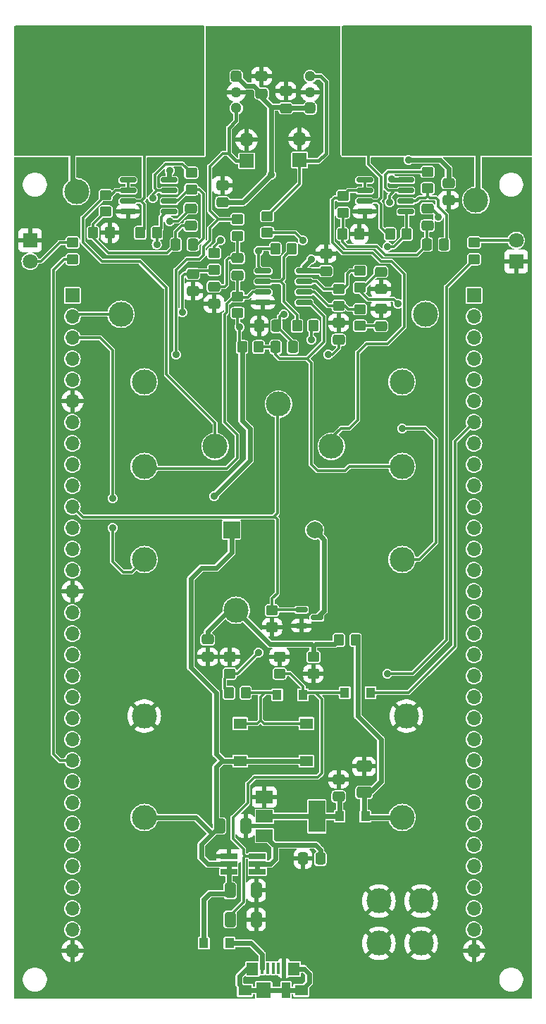
<source format=gbr>
%TF.GenerationSoftware,KiCad,Pcbnew,7.0.7*%
%TF.CreationDate,2023-10-13T18:50:10+02:00*%
%TF.ProjectId,Cable_Monitor,4361626c-655f-44d6-9f6e-69746f722e6b,rev?*%
%TF.SameCoordinates,Original*%
%TF.FileFunction,Copper,L1,Top*%
%TF.FilePolarity,Positive*%
%FSLAX46Y46*%
G04 Gerber Fmt 4.6, Leading zero omitted, Abs format (unit mm)*
G04 Created by KiCad (PCBNEW 7.0.7) date 2023-10-13 18:50:11*
%MOMM*%
%LPD*%
G01*
G04 APERTURE LIST*
G04 Aperture macros list*
%AMRoundRect*
0 Rectangle with rounded corners*
0 $1 Rounding radius*
0 $2 $3 $4 $5 $6 $7 $8 $9 X,Y pos of 4 corners*
0 Add a 4 corners polygon primitive as box body*
4,1,4,$2,$3,$4,$5,$6,$7,$8,$9,$2,$3,0*
0 Add four circle primitives for the rounded corners*
1,1,$1+$1,$2,$3*
1,1,$1+$1,$4,$5*
1,1,$1+$1,$6,$7*
1,1,$1+$1,$8,$9*
0 Add four rect primitives between the rounded corners*
20,1,$1+$1,$2,$3,$4,$5,0*
20,1,$1+$1,$4,$5,$6,$7,0*
20,1,$1+$1,$6,$7,$8,$9,0*
20,1,$1+$1,$8,$9,$2,$3,0*%
G04 Aperture macros list end*
%TA.AperFunction,ComponentPad*%
%ADD10R,1.700000X1.700000*%
%TD*%
%TA.AperFunction,ComponentPad*%
%ADD11O,1.700000X1.700000*%
%TD*%
%TA.AperFunction,ComponentPad*%
%ADD12C,3.000000*%
%TD*%
%TA.AperFunction,SMDPad,CuDef*%
%ADD13R,2.000000X0.650000*%
%TD*%
%TA.AperFunction,SMDPad,CuDef*%
%ADD14RoundRect,0.150000X-0.587500X-0.150000X0.587500X-0.150000X0.587500X0.150000X-0.587500X0.150000X0*%
%TD*%
%TA.AperFunction,SMDPad,CuDef*%
%ADD15RoundRect,0.150000X-0.825000X-0.150000X0.825000X-0.150000X0.825000X0.150000X-0.825000X0.150000X0*%
%TD*%
%TA.AperFunction,SMDPad,CuDef*%
%ADD16RoundRect,0.250000X0.337500X0.475000X-0.337500X0.475000X-0.337500X-0.475000X0.337500X-0.475000X0*%
%TD*%
%TA.AperFunction,SMDPad,CuDef*%
%ADD17RoundRect,0.250000X0.475000X-0.337500X0.475000X0.337500X-0.475000X0.337500X-0.475000X-0.337500X0*%
%TD*%
%TA.AperFunction,SMDPad,CuDef*%
%ADD18RoundRect,0.250000X-0.350000X-0.450000X0.350000X-0.450000X0.350000X0.450000X-0.350000X0.450000X0*%
%TD*%
%TA.AperFunction,SMDPad,CuDef*%
%ADD19R,1.550000X1.300000*%
%TD*%
%TA.AperFunction,ComponentPad*%
%ADD20R,1.800000X1.800000*%
%TD*%
%TA.AperFunction,ComponentPad*%
%ADD21C,1.800000*%
%TD*%
%TA.AperFunction,ComponentPad*%
%ADD22RoundRect,0.309400X-0.340600X0.340600X-0.340600X-0.340600X0.340600X-0.340600X0.340600X0.340600X0*%
%TD*%
%TA.AperFunction,ComponentPad*%
%ADD23O,1.300000X1.300000*%
%TD*%
%TA.AperFunction,SMDPad,CuDef*%
%ADD24RoundRect,0.250000X0.350000X0.450000X-0.350000X0.450000X-0.350000X-0.450000X0.350000X-0.450000X0*%
%TD*%
%TA.AperFunction,SMDPad,CuDef*%
%ADD25RoundRect,0.250000X-0.337500X-0.475000X0.337500X-0.475000X0.337500X0.475000X-0.337500X0.475000X0*%
%TD*%
%TA.AperFunction,SMDPad,CuDef*%
%ADD26RoundRect,0.250000X-0.450000X0.350000X-0.450000X-0.350000X0.450000X-0.350000X0.450000X0.350000X0*%
%TD*%
%TA.AperFunction,SMDPad,CuDef*%
%ADD27RoundRect,0.250000X-0.475000X0.337500X-0.475000X-0.337500X0.475000X-0.337500X0.475000X0.337500X0*%
%TD*%
%TA.AperFunction,SMDPad,CuDef*%
%ADD28R,2.000000X1.500000*%
%TD*%
%TA.AperFunction,SMDPad,CuDef*%
%ADD29R,2.000000X3.800000*%
%TD*%
%TA.AperFunction,SMDPad,CuDef*%
%ADD30RoundRect,0.250000X0.450000X-0.350000X0.450000X0.350000X-0.450000X0.350000X-0.450000X-0.350000X0*%
%TD*%
%TA.AperFunction,SMDPad,CuDef*%
%ADD31RoundRect,0.250000X-0.412500X-0.650000X0.412500X-0.650000X0.412500X0.650000X-0.412500X0.650000X0*%
%TD*%
%TA.AperFunction,ComponentPad*%
%ADD32RoundRect,0.309400X0.340600X-0.340600X0.340600X0.340600X-0.340600X0.340600X-0.340600X-0.340600X0*%
%TD*%
%TA.AperFunction,SMDPad,CuDef*%
%ADD33R,0.450000X1.380000*%
%TD*%
%TA.AperFunction,SMDPad,CuDef*%
%ADD34R,1.650000X1.300000*%
%TD*%
%TA.AperFunction,SMDPad,CuDef*%
%ADD35R,1.425000X1.550000*%
%TD*%
%TA.AperFunction,SMDPad,CuDef*%
%ADD36R,1.800000X1.900000*%
%TD*%
%TA.AperFunction,SMDPad,CuDef*%
%ADD37R,1.000000X1.900000*%
%TD*%
%TA.AperFunction,SMDPad,CuDef*%
%ADD38RoundRect,0.250000X0.650000X-0.412500X0.650000X0.412500X-0.650000X0.412500X-0.650000X-0.412500X0*%
%TD*%
%TA.AperFunction,SMDPad,CuDef*%
%ADD39R,1.120000X1.220000*%
%TD*%
%TA.AperFunction,ComponentPad*%
%ADD40R,2.000000X2.000000*%
%TD*%
%TA.AperFunction,ComponentPad*%
%ADD41C,2.000000*%
%TD*%
%TA.AperFunction,ViaPad*%
%ADD42C,0.900000*%
%TD*%
%TA.AperFunction,ViaPad*%
%ADD43C,1.000000*%
%TD*%
%TA.AperFunction,Conductor*%
%ADD44C,0.600000*%
%TD*%
%TA.AperFunction,Conductor*%
%ADD45C,0.300000*%
%TD*%
%TA.AperFunction,Conductor*%
%ADD46C,0.400000*%
%TD*%
%TA.AperFunction,Conductor*%
%ADD47C,0.250000*%
%TD*%
G04 APERTURE END LIST*
D10*
%TO.P,HS_Left,1,Pin_1*%
%TO.N,/hall-sensor_left_right/in_left*%
X132715000Y-50170000D03*
D11*
%TO.P,HS_Left,2,Pin_2*%
%TO.N,GND*%
X132715000Y-47630000D03*
%TD*%
D10*
%TO.P,HS_right,1,Pin_1*%
%TO.N,/hall-sensor_left_right/in_right*%
X139065000Y-50043000D03*
D11*
%TO.P,HS_right,2,Pin_2*%
%TO.N,GND*%
X139065000Y-47503000D03*
%TD*%
D12*
%TO.P,TP14,1,1*%
%TO.N,+3V0*%
X151384000Y-129032000D03*
%TD*%
D13*
%TO.P,U1,1,OUT*%
%TO.N,Net-(U2-VI)*%
X133985000Y-135570000D03*
%TO.P,U1,2,OUT*%
X133985000Y-134620000D03*
%TO.P,U1,3,EN*%
%TO.N,Enable*%
X133985000Y-133670000D03*
%TO.P,U1,4,GND*%
%TO.N,GND*%
X130565000Y-133670000D03*
%TO.P,U1,5,IN*%
%TO.N,+5V*%
X130565000Y-134620000D03*
%TO.P,U1,6,IN*%
X130565000Y-135570000D03*
%TD*%
D14*
%TO.P,Q1,1,G*%
%TO.N,PA5*%
X139270500Y-104079000D03*
%TO.P,Q1,2,S*%
%TO.N,GND*%
X139270500Y-105979000D03*
%TO.P,Q1,3,D*%
%TO.N,Net-(BZ1-+)*%
X141145500Y-105029000D03*
%TD*%
D15*
%TO.P,U5,1*%
%TO.N,Net-(U5A--)*%
X118429000Y-52451000D03*
%TO.P,U5,2,-*%
X118429000Y-53721000D03*
%TO.P,U5,3,+*%
%TO.N,pad_left*%
X118429000Y-54991000D03*
%TO.P,U5,4,V-*%
%TO.N,GND*%
X118429000Y-56261000D03*
%TO.P,U5,5,+*%
%TO.N,VGND*%
X123379000Y-56261000D03*
%TO.P,U5,6,-*%
%TO.N,Net-(U5B--)*%
X123379000Y-54991000D03*
%TO.P,U5,7*%
%TO.N,PF6*%
X123379000Y-53721000D03*
%TO.P,U5,8,V+*%
%TO.N,+3V0*%
X123379000Y-52451000D03*
%TD*%
D16*
%TO.P,C20,1*%
%TO.N,Net-(C18-Pad2)*%
X138246500Y-72517000D03*
%TO.P,C20,2*%
%TO.N,Net-(U7B-+)*%
X136171500Y-72517000D03*
%TD*%
D17*
%TO.P,C14,1*%
%TO.N,Net-(C14-Pad1)*%
X154432000Y-57933500D03*
%TO.P,C14,2*%
%TO.N,PC3*%
X154432000Y-55858500D03*
%TD*%
D18*
%TO.P,R22,1*%
%TO.N,Net-(U7A--)*%
X138749000Y-69977000D03*
%TO.P,R22,2*%
%TO.N,Net-(C21-Pad1)*%
X140749000Y-69977000D03*
%TD*%
D15*
%TO.P,U6,1*%
%TO.N,Net-(U6A--)*%
X146877000Y-52451000D03*
%TO.P,U6,2,-*%
X146877000Y-53721000D03*
%TO.P,U6,3,+*%
%TO.N,pad_right*%
X146877000Y-54991000D03*
%TO.P,U6,4,V-*%
%TO.N,GND*%
X146877000Y-56261000D03*
%TO.P,U6,5,+*%
%TO.N,VGND*%
X151827000Y-56261000D03*
%TO.P,U6,6,-*%
%TO.N,Net-(U6B--)*%
X151827000Y-54991000D03*
%TO.P,U6,7*%
%TO.N,PC3*%
X151827000Y-53721000D03*
%TO.P,U6,8,V+*%
%TO.N,+3V0*%
X151827000Y-52451000D03*
%TD*%
D19*
%TO.P,SW1,1,1*%
%TO.N,Net-(D2-A)*%
X131910000Y-117765000D03*
X139870000Y-117765000D03*
%TO.P,SW1,2,2*%
%TO.N,+5V*%
X131910000Y-122265000D03*
X139870000Y-122265000D03*
%TD*%
D18*
%TO.P,R14,1*%
%TO.N,Net-(C14-Pad1)*%
X144226000Y-58928000D03*
%TO.P,R14,2*%
%TO.N,GND*%
X146226000Y-58928000D03*
%TD*%
D12*
%TO.P,TP19,1,1*%
%TO.N,Net-(U5A--)*%
X128905000Y-84455000D03*
%TD*%
D17*
%TO.P,C10,1*%
%TO.N,+3V0*%
X129794000Y-55139500D03*
%TO.P,C10,2*%
%TO.N,GND*%
X129794000Y-53064500D03*
%TD*%
D12*
%TO.P,TP12,1,1*%
%TO.N,PF6*%
X117602000Y-68580000D03*
%TD*%
%TO.P,TP16,1,1*%
%TO.N,/hall-sensor_left_right/in_right*%
X151384000Y-76708000D03*
%TD*%
D20*
%TO.P,LED2,1,K*%
%TO.N,GND*%
X165100000Y-62235000D03*
D21*
%TO.P,LED2,2,A*%
%TO.N,Net-(LED2-A)*%
X165100000Y-59695000D03*
%TD*%
D12*
%TO.P,TP7,1,1*%
%TO.N,PA5*%
X136525000Y-79375000D03*
%TD*%
D22*
%TO.P,U3,1,VCC*%
%TO.N,+3V0*%
X131445000Y-40005000D03*
D23*
%TO.P,U3,2,GND*%
%TO.N,GND*%
X131445000Y-41910000D03*
%TO.P,U3,3,OUT*%
%TO.N,/hall-sensor_left_right/in_left*%
X131445000Y-43815000D03*
%TD*%
D12*
%TO.P,TP20,1,1*%
%TO.N,Net-(U6A--)*%
X142875000Y-84455000D03*
%TD*%
%TO.P,TP4,1,1*%
%TO.N,GND*%
X153670000Y-139065000D03*
%TD*%
D24*
%TO.P,R20,1*%
%TO.N,Net-(U7B-+)*%
X134145000Y-72517000D03*
%TO.P,R20,2*%
%TO.N,VGND*%
X132145000Y-72517000D03*
%TD*%
D25*
%TO.P,C13,1*%
%TO.N,Net-(C12-Pad1)*%
X124184500Y-60198000D03*
%TO.P,C13,2*%
%TO.N,Net-(U5B--)*%
X126259500Y-60198000D03*
%TD*%
D17*
%TO.P,C17,1*%
%TO.N,GND*%
X128778000Y-67331500D03*
%TO.P,C17,2*%
%TO.N,Net-(C17-Pad2)*%
X128778000Y-65256500D03*
%TD*%
D26*
%TO.P,R17,1*%
%TO.N,/hall-sensor_left_right/in_left*%
X131621000Y-57166000D03*
%TO.P,R17,2*%
%TO.N,Net-(C17-Pad2)*%
X131621000Y-59166000D03*
%TD*%
D18*
%TO.P,R21,1*%
%TO.N,Net-(R21-Pad1)*%
X136144000Y-60706000D03*
%TO.P,R21,2*%
%TO.N,Net-(U7A--)*%
X138144000Y-60706000D03*
%TD*%
D26*
%TO.P,R6,1*%
%TO.N,GND*%
X130683000Y-109744000D03*
%TO.P,R6,2*%
%TO.N,PE3*%
X130683000Y-111744000D03*
%TD*%
D27*
%TO.P,C2,1*%
%TO.N,VGND*%
X128016000Y-107653000D03*
%TO.P,C2,2*%
%TO.N,GND*%
X128016000Y-109728000D03*
%TD*%
%TO.P,C9,1*%
%TO.N,GND*%
X137414000Y-41761500D03*
%TO.P,C9,2*%
%TO.N,+3V0*%
X137414000Y-43836500D03*
%TD*%
D26*
%TO.P,R3,1*%
%TO.N,PA5*%
X135763000Y-104156000D03*
%TO.P,R3,2*%
%TO.N,GND*%
X135763000Y-106156000D03*
%TD*%
D17*
%TO.P,C16,1*%
%TO.N,+3V0*%
X142240000Y-63394500D03*
%TO.P,C16,2*%
%TO.N,GND*%
X142240000Y-61319500D03*
%TD*%
D12*
%TO.P,TP13,1,1*%
%TO.N,PC3*%
X154178000Y-68580000D03*
%TD*%
D28*
%TO.P,U2,1,GND*%
%TO.N,GND*%
X134840000Y-126605000D03*
%TO.P,U2,2,VO*%
%TO.N,Net-(D4-A)*%
X134840000Y-128905000D03*
D29*
X141140000Y-128905000D03*
D28*
%TO.P,U2,3,VI*%
%TO.N,Net-(U2-VI)*%
X134840000Y-131205000D03*
%TD*%
D12*
%TO.P,TP2,1,1*%
%TO.N,GND*%
X120396000Y-116840000D03*
%TD*%
D30*
%TO.P,R7,1*%
%TO.N,PE15_*%
X111760000Y-61960000D03*
%TO.P,R7,2*%
%TO.N,Net-(LED1-A)*%
X111760000Y-59960000D03*
%TD*%
D26*
%TO.P,R4,1*%
%TO.N,GND*%
X136652000Y-109744000D03*
%TO.P,R4,2*%
%TO.N,Enable*%
X136652000Y-111744000D03*
%TD*%
%TO.P,R25,1*%
%TO.N,Net-(R21-Pad1)*%
X128778000Y-61230000D03*
%TO.P,R25,2*%
%TO.N,PF8_*%
X128778000Y-63230000D03*
%TD*%
%TO.P,R15,1*%
%TO.N,PF6*%
X126049000Y-51578000D03*
%TO.P,R15,2*%
%TO.N,Net-(U5B--)*%
X126049000Y-53578000D03*
%TD*%
D27*
%TO.P,C19,1*%
%TO.N,Net-(C17-Pad2)*%
X131621000Y-61827500D03*
%TO.P,C19,2*%
%TO.N,Net-(U7A-+)*%
X131621000Y-63902500D03*
%TD*%
D31*
%TO.P,C5,1*%
%TO.N,+5V*%
X129442500Y-130048000D03*
%TO.P,C5,2*%
%TO.N,GND*%
X132567500Y-130048000D03*
%TD*%
D26*
%TO.P,R24,1*%
%TO.N,Net-(U7B--)*%
X146304000Y-67961000D03*
%TO.P,R24,2*%
%TO.N,Net-(C22-Pad1)*%
X146304000Y-69961000D03*
%TD*%
D32*
%TO.P,U4,1,VCC*%
%TO.N,+3V0*%
X140335000Y-43815000D03*
D23*
%TO.P,U4,2,GND*%
%TO.N,GND*%
X140335000Y-41910000D03*
%TO.P,U4,3,OUT*%
%TO.N,/hall-sensor_left_right/in_right*%
X140335000Y-40005000D03*
%TD*%
D12*
%TO.P,TP9,1,1*%
%TO.N,pad_left*%
X112268000Y-53848000D03*
%TD*%
D20*
%TO.P,LED1,1,K*%
%TO.N,GND*%
X106680000Y-59685000D03*
D21*
%TO.P,LED1,2,A*%
%TO.N,Net-(LED1-A)*%
X106680000Y-62225000D03*
%TD*%
D26*
%TO.P,R12,1*%
%TO.N,Net-(U5A--)*%
X115759000Y-54245000D03*
%TO.P,R12,2*%
%TO.N,Net-(C12-Pad1)*%
X115759000Y-56245000D03*
%TD*%
D27*
%TO.P,C24,1*%
%TO.N,PC1_*%
X148844000Y-63478500D03*
%TO.P,C24,2*%
%TO.N,GND*%
X148844000Y-65553500D03*
%TD*%
D12*
%TO.P,TP10,1,1*%
%TO.N,pad_right*%
X160250000Y-54864000D03*
%TD*%
%TO.P,TP11,1,1*%
%TO.N,+5V*%
X120396000Y-129032000D03*
%TD*%
D25*
%TO.P,C15,1*%
%TO.N,Net-(C14-Pad1)*%
X154348500Y-60198000D03*
%TO.P,C15,2*%
%TO.N,Net-(U6B--)*%
X156423500Y-60198000D03*
%TD*%
D26*
%TO.P,R16,1*%
%TO.N,PC3*%
X154432000Y-51451000D03*
%TO.P,R16,2*%
%TO.N,Net-(U6B--)*%
X154432000Y-53451000D03*
%TD*%
D12*
%TO.P,TP5,1,1*%
%TO.N,GND*%
X148590000Y-139065000D03*
%TD*%
D33*
%TO.P,J1,1,VBUS*%
%TO.N,Net-(D3-A)*%
X134590000Y-147130000D03*
%TO.P,J1,2,D-*%
%TO.N,unconnected-(J1-D--Pad2)*%
X135240000Y-147130000D03*
%TO.P,J1,3,D+*%
%TO.N,unconnected-(J1-D+-Pad3)*%
X135890000Y-147130000D03*
%TO.P,J1,4,ID*%
%TO.N,unconnected-(J1-ID-Pad4)*%
X136540000Y-147130000D03*
%TO.P,J1,5,GND*%
%TO.N,GND*%
X137190000Y-147130000D03*
D34*
%TO.P,J1,6,Shield*%
%TO.N,unconnected-(J1-Shield-Pad6)*%
X132515000Y-149790000D03*
D35*
X133402500Y-147215000D03*
D36*
X134740000Y-149790000D03*
D37*
X137440000Y-149790000D03*
D35*
X138377500Y-147215000D03*
D34*
X139265000Y-149790000D03*
%TD*%
D12*
%TO.P,TP18,1,1*%
%TO.N,PC1_*%
X151384000Y-98044000D03*
%TD*%
D38*
%TO.P,C1,1*%
%TO.N,+3V0*%
X146812000Y-126022500D03*
%TO.P,C1,2*%
%TO.N,GND*%
X146812000Y-122897500D03*
%TD*%
D12*
%TO.P,TP22,1,1*%
%TO.N,Net-(U7B-+)*%
X151384000Y-86868000D03*
%TD*%
D27*
%TO.P,C11,1*%
%TO.N,+3V0*%
X156972000Y-52810500D03*
%TO.P,C11,2*%
%TO.N,GND*%
X156972000Y-54885500D03*
%TD*%
%TO.P,C8,1*%
%TO.N,GND*%
X134493000Y-39983500D03*
%TO.P,C8,2*%
%TO.N,+3V0*%
X134493000Y-42058500D03*
%TD*%
D39*
%TO.P,D2,1,K*%
%TO.N,Enable*%
X139472000Y-114300000D03*
%TO.P,D2,2,A*%
%TO.N,Net-(D2-A)*%
X136372000Y-114300000D03*
%TD*%
D12*
%TO.P,TP21,1,1*%
%TO.N,Net-(U7A-+)*%
X120396000Y-86868000D03*
%TD*%
D24*
%TO.P,R1,1*%
%TO.N,+3V0*%
X145780000Y-107696000D03*
%TO.P,R1,2*%
%TO.N,VGND*%
X143780000Y-107696000D03*
%TD*%
D12*
%TO.P,TP3,1,1*%
%TO.N,GND*%
X153670000Y-144145000D03*
%TD*%
D26*
%TO.P,R23,1*%
%TO.N,Net-(R23-Pad1)*%
X143764000Y-65548000D03*
%TO.P,R23,2*%
%TO.N,Net-(U7B--)*%
X143764000Y-67548000D03*
%TD*%
D39*
%TO.P,D4,1,K*%
%TO.N,+3V0*%
X146965000Y-128905000D03*
%TO.P,D4,2,A*%
%TO.N,Net-(D4-A)*%
X143865000Y-128905000D03*
%TD*%
D26*
%TO.P,R11,1*%
%TO.N,Net-(U6A--)*%
X144272000Y-54372000D03*
%TO.P,R11,2*%
%TO.N,Net-(C14-Pad1)*%
X144272000Y-56372000D03*
%TD*%
D40*
%TO.P,BZ1,1,-*%
%TO.N,+5V*%
X130890000Y-94488000D03*
D41*
%TO.P,BZ1,2,+*%
%TO.N,Net-(BZ1-+)*%
X140890000Y-94488000D03*
%TD*%
D26*
%TO.P,R26,1*%
%TO.N,Net-(R23-Pad1)*%
X146304000Y-63373000D03*
%TO.P,R26,2*%
%TO.N,PC1_*%
X146304000Y-65373000D03*
%TD*%
D18*
%TO.P,R10,1*%
%TO.N,pad_left*%
X119904000Y-58801000D03*
%TO.P,R10,2*%
%TO.N,VGND*%
X121904000Y-58801000D03*
%TD*%
D12*
%TO.P,TP6,1,1*%
%TO.N,GND*%
X148590000Y-144145000D03*
%TD*%
D18*
%TO.P,R9,1*%
%TO.N,pad_right*%
X149941000Y-58928000D03*
%TO.P,R9,2*%
%TO.N,VGND*%
X151941000Y-58928000D03*
%TD*%
D25*
%TO.P,C18,1*%
%TO.N,GND*%
X134201500Y-69977000D03*
%TO.P,C18,2*%
%TO.N,Net-(C18-Pad2)*%
X136276500Y-69977000D03*
%TD*%
D24*
%TO.P,R5,1*%
%TO.N,Net-(D2-A)*%
X132572000Y-114046000D03*
%TO.P,R5,2*%
%TO.N,PE3*%
X130572000Y-114046000D03*
%TD*%
D30*
%TO.P,R8,1*%
%TO.N,PE13_*%
X160020000Y-61960000D03*
%TO.P,R8,2*%
%TO.N,Net-(LED2-A)*%
X160020000Y-59960000D03*
%TD*%
D17*
%TO.P,C12,1*%
%TO.N,Net-(C12-Pad1)*%
X125984000Y-57933500D03*
%TO.P,C12,2*%
%TO.N,PF6*%
X125984000Y-55858500D03*
%TD*%
D26*
%TO.P,R18,1*%
%TO.N,/hall-sensor_left_right/in_right*%
X135177000Y-56785000D03*
%TO.P,R18,2*%
%TO.N,Net-(C18-Pad2)*%
X135177000Y-58785000D03*
%TD*%
D27*
%TO.P,C23,1*%
%TO.N,PF8_*%
X126238000Y-63732500D03*
%TO.P,C23,2*%
%TO.N,GND*%
X126238000Y-65807500D03*
%TD*%
D31*
%TO.P,C4,1*%
%TO.N,Enable*%
X130712500Y-141290000D03*
%TO.P,C4,2*%
%TO.N,GND*%
X133837500Y-141290000D03*
%TD*%
D12*
%TO.P,TP8,1,1*%
%TO.N,VGND*%
X131445000Y-104140000D03*
%TD*%
D26*
%TO.P,R19,1*%
%TO.N,Net-(U7A-+)*%
X131621000Y-66437000D03*
%TO.P,R19,2*%
%TO.N,VGND*%
X131621000Y-68437000D03*
%TD*%
D39*
%TO.P,D1,1,K*%
%TO.N,Enable*%
X144500000Y-114046000D03*
%TO.P,D1,2,A*%
%TO.N,PE5*%
X147600000Y-114046000D03*
%TD*%
D12*
%TO.P,TP17,1,1*%
%TO.N,PF8_*%
X120396000Y-98044000D03*
%TD*%
D31*
%TO.P,C3,1*%
%TO.N,+5V*%
X130712500Y-137795000D03*
%TO.P,C3,2*%
%TO.N,GND*%
X133837500Y-137795000D03*
%TD*%
D18*
%TO.P,R13,1*%
%TO.N,Net-(C12-Pad1)*%
X114251000Y-58801000D03*
%TO.P,R13,2*%
%TO.N,GND*%
X116251000Y-58801000D03*
%TD*%
D17*
%TO.P,C7,1*%
%TO.N,Net-(D4-A)*%
X143764000Y-126513500D03*
%TO.P,C7,2*%
%TO.N,GND*%
X143764000Y-124438500D03*
%TD*%
D26*
%TO.P,R2,1*%
%TO.N,VGND*%
X140716000Y-109744000D03*
%TO.P,R2,2*%
%TO.N,GND*%
X140716000Y-111744000D03*
%TD*%
D12*
%TO.P,TP1,1,1*%
%TO.N,GND*%
X151892000Y-116840000D03*
%TD*%
D39*
%TO.P,D3,1,K*%
%TO.N,+5V*%
X127550000Y-144145000D03*
%TO.P,D3,2,A*%
%TO.N,Net-(D3-A)*%
X130650000Y-144145000D03*
%TD*%
D17*
%TO.P,C22,1*%
%TO.N,Net-(C22-Pad1)*%
X148844000Y-69998500D03*
%TO.P,C22,2*%
%TO.N,GND*%
X148844000Y-67923500D03*
%TD*%
D12*
%TO.P,TP15,1,1*%
%TO.N,/hall-sensor_left_right/in_left*%
X120396000Y-76708000D03*
%TD*%
D15*
%TO.P,U7,1*%
%TO.N,Net-(R21-Pad1)*%
X134669000Y-63373000D03*
%TO.P,U7,2,-*%
%TO.N,Net-(U7A--)*%
X134669000Y-64643000D03*
%TO.P,U7,3,+*%
%TO.N,Net-(U7A-+)*%
X134669000Y-65913000D03*
%TO.P,U7,4,V-*%
%TO.N,GND*%
X134669000Y-67183000D03*
%TO.P,U7,5,+*%
%TO.N,Net-(U7B-+)*%
X139619000Y-67183000D03*
%TO.P,U7,6,-*%
%TO.N,Net-(U7B--)*%
X139619000Y-65913000D03*
%TO.P,U7,7*%
%TO.N,Net-(R23-Pad1)*%
X139619000Y-64643000D03*
%TO.P,U7,8,V+*%
%TO.N,+3V0*%
X139619000Y-63373000D03*
%TD*%
D16*
%TO.P,C6,1*%
%TO.N,Net-(U2-VI)*%
X141567500Y-133985000D03*
%TO.P,C6,2*%
%TO.N,GND*%
X139492500Y-133985000D03*
%TD*%
D17*
%TO.P,C21,1*%
%TO.N,Net-(C21-Pad1)*%
X143764000Y-71649500D03*
%TO.P,C21,2*%
%TO.N,GND*%
X143764000Y-69574500D03*
%TD*%
D10*
%TO.P,P1,1,Pin_1*%
%TO.N,+5V*%
X160020000Y-66310000D03*
D11*
%TO.P,P1,2,Pin_2*%
%TO.N,unconnected-(P1-Pin_2-Pad2)*%
X160020000Y-68850000D03*
%TO.P,P1,3,Pin_3*%
%TO.N,unconnected-(P1-Pin_3-Pad3)*%
X160020000Y-71390000D03*
%TO.P,P1,4,Pin_4*%
%TO.N,unconnected-(P1-Pin_4-Pad4)*%
X160020000Y-73930000D03*
%TO.P,P1,5,Pin_5*%
%TO.N,unconnected-(P1-Pin_5-Pad5)*%
X160020000Y-76470000D03*
%TO.P,P1,6,Pin_6*%
%TO.N,PC13*%
X160020000Y-79010000D03*
%TO.P,P1,7,Pin_7*%
%TO.N,PE5*%
X160020000Y-81550000D03*
%TO.P,P1,8,Pin_8*%
%TO.N,PE3*%
X160020000Y-84090000D03*
%TO.P,P1,9,Pin_9*%
%TO.N,unconnected-(P1-Pin_9-Pad9)*%
X160020000Y-86630000D03*
%TO.P,P1,10,Pin_10*%
%TO.N,unconnected-(P1-Pin_10-Pad10)*%
X160020000Y-89170000D03*
%TO.P,P1,11,Pin_11*%
%TO.N,unconnected-(P1-Pin_11-Pad11)*%
X160020000Y-91710000D03*
%TO.P,P1,12,Pin_12*%
%TO.N,PB7*%
X160020000Y-94250000D03*
%TO.P,P1,13,Pin_13*%
%TO.N,unconnected-(P1-Pin_13-Pad13)*%
X160020000Y-96790000D03*
%TO.P,P1,14,Pin_14*%
%TO.N,unconnected-(P1-Pin_14-Pad14)*%
X160020000Y-99330000D03*
%TO.P,P1,15,Pin_15*%
%TO.N,PG14_*%
X160020000Y-101870000D03*
%TO.P,P1,16,Pin_16*%
%TO.N,unconnected-(P1-Pin_16-Pad16)*%
X160020000Y-104410000D03*
%TO.P,P1,17,Pin_17*%
%TO.N,unconnected-(P1-Pin_17-Pad17)*%
X160020000Y-106950000D03*
%TO.P,P1,18,Pin_18*%
%TO.N,unconnected-(P1-Pin_18-Pad18)*%
X160020000Y-109490000D03*
%TO.P,P1,19,Pin_19*%
%TO.N,PD4*%
X160020000Y-112030000D03*
%TO.P,P1,20,Pin_20*%
%TO.N,PD2*%
X160020000Y-114570000D03*
%TO.P,P1,21,Pin_21*%
%TO.N,PD0_*%
X160020000Y-117110000D03*
%TO.P,P1,22,Pin_22*%
%TO.N,PC11*%
X160020000Y-119650000D03*
%TO.P,P1,23,Pin_23*%
%TO.N,unconnected-(P1-Pin_23-Pad23)*%
X160020000Y-122190000D03*
%TO.P,P1,24,Pin_24*%
%TO.N,unconnected-(P1-Pin_24-Pad24)*%
X160020000Y-124730000D03*
%TO.P,P1,25,Pin_25*%
%TO.N,unconnected-(P1-Pin_25-Pad25)*%
X160020000Y-127270000D03*
%TO.P,P1,26,Pin_26*%
%TO.N,unconnected-(P1-Pin_26-Pad26)*%
X160020000Y-129810000D03*
%TO.P,P1,27,Pin_27*%
%TO.N,unconnected-(P1-Pin_27-Pad27)*%
X160020000Y-132350000D03*
%TO.P,P1,28,Pin_28*%
%TO.N,unconnected-(P1-Pin_28-Pad28)*%
X160020000Y-134890000D03*
%TO.P,P1,29,Pin_29*%
%TO.N,unconnected-(P1-Pin_29-Pad29)*%
X160020000Y-137430000D03*
%TO.P,P1,30,Pin_30*%
%TO.N,unconnected-(P1-Pin_30-Pad30)*%
X160020000Y-139970000D03*
%TO.P,P1,31,Pin_31*%
%TO.N,unconnected-(P1-Pin_31-Pad31)*%
X160020000Y-142510000D03*
%TO.P,P1,32,Pin_32*%
%TO.N,GND*%
X160020000Y-145050000D03*
%TD*%
D10*
%TO.P,P2,1,Pin_1*%
%TO.N,+3V0*%
X111760000Y-66310000D03*
D11*
%TO.P,P2,2,Pin_2*%
%TO.N,PF6*%
X111760000Y-68850000D03*
%TO.P,P2,3,Pin_3*%
%TO.N,PF8_*%
X111760000Y-71390000D03*
%TO.P,P2,4,Pin_4*%
%TO.N,unconnected-(P2-Pin_4-Pad4)*%
X111760000Y-73930000D03*
%TO.P,P2,5,Pin_5*%
%TO.N,unconnected-(P2-Pin_5-Pad5)*%
X111760000Y-76470000D03*
%TO.P,P2,6,Pin_6*%
%TO.N,GND*%
X111760000Y-79010000D03*
%TO.P,P2,7,Pin_7*%
%TO.N,PC1_*%
X111760000Y-81550000D03*
%TO.P,P2,8,Pin_8*%
%TO.N,PC3*%
X111760000Y-84090000D03*
%TO.P,P2,9,Pin_9*%
%TO.N,unconnected-(P2-Pin_9-Pad9)*%
X111760000Y-86630000D03*
%TO.P,P2,10,Pin_10*%
%TO.N,unconnected-(P2-Pin_10-Pad10)*%
X111760000Y-89170000D03*
%TO.P,P2,11,Pin_11*%
%TO.N,PA5*%
X111760000Y-91710000D03*
%TO.P,P2,12,Pin_12*%
%TO.N,unconnected-(P2-Pin_12-Pad12)*%
X111760000Y-94250000D03*
%TO.P,P2,13,Pin_13*%
%TO.N,unconnected-(P2-Pin_13-Pad13)*%
X111760000Y-96790000D03*
%TO.P,P2,14,Pin_14*%
%TO.N,unconnected-(P2-Pin_14-Pad14)*%
X111760000Y-99330000D03*
%TO.P,P2,15,Pin_15*%
%TO.N,GND*%
X111760000Y-101870000D03*
%TO.P,P2,16,Pin_16*%
%TO.N,unconnected-(P2-Pin_16-Pad16)*%
X111760000Y-104410000D03*
%TO.P,P2,17,Pin_17*%
%TO.N,unconnected-(P2-Pin_17-Pad17)*%
X111760000Y-106950000D03*
%TO.P,P2,18,Pin_18*%
%TO.N,unconnected-(P2-Pin_18-Pad18)*%
X111760000Y-109490000D03*
%TO.P,P2,19,Pin_19*%
%TO.N,PE7_*%
X111760000Y-112030000D03*
%TO.P,P2,20,Pin_20*%
%TO.N,PE9_*%
X111760000Y-114570000D03*
%TO.P,P2,21,Pin_21*%
%TO.N,PE11_*%
X111760000Y-117110000D03*
%TO.P,P2,22,Pin_22*%
%TO.N,PE13_*%
X111760000Y-119650000D03*
%TO.P,P2,23,Pin_23*%
%TO.N,PE15_*%
X111760000Y-122190000D03*
%TO.P,P2,24,Pin_24*%
%TO.N,unconnected-(P2-Pin_24-Pad24)*%
X111760000Y-124730000D03*
%TO.P,P2,25,Pin_25*%
%TO.N,unconnected-(P2-Pin_25-Pad25)*%
X111760000Y-127270000D03*
%TO.P,P2,26,Pin_26*%
%TO.N,unconnected-(P2-Pin_26-Pad26)*%
X111760000Y-129810000D03*
%TO.P,P2,27,Pin_27*%
%TO.N,PD9_*%
X111760000Y-132350000D03*
%TO.P,P2,28,Pin_28*%
%TO.N,unconnected-(P2-Pin_28-Pad28)*%
X111760000Y-134890000D03*
%TO.P,P2,29,Pin_29*%
%TO.N,unconnected-(P2-Pin_29-Pad29)*%
X111760000Y-137430000D03*
%TO.P,P2,30,Pin_30*%
%TO.N,PD15_*%
X111760000Y-139970000D03*
%TO.P,P2,31,Pin_31*%
%TO.N,PG3*%
X111760000Y-142510000D03*
%TO.P,P2,32,Pin_32*%
%TO.N,GND*%
X111760000Y-145050000D03*
%TD*%
D42*
%TO.N,PE3*%
X134112000Y-109220000D03*
%TO.N,+3V0*%
X150114000Y-52324000D03*
X135636000Y-51816000D03*
X140462000Y-61976000D03*
X123444000Y-51308000D03*
X152146000Y-50038000D03*
%TO.N,PF6*%
X121412000Y-54610000D03*
X123444000Y-57404000D03*
%TO.N,PF8_*%
X124968000Y-68326000D03*
X116586000Y-90678000D03*
X116586000Y-94234000D03*
%TO.N,PC1_*%
X151384000Y-82296000D03*
X150876000Y-67310000D03*
%TO.N,PC3*%
X155702000Y-56896000D03*
X149860000Y-55118000D03*
%TO.N,PE13_*%
X149606000Y-111760000D03*
D43*
%TO.N,pad_left*%
X124460000Y-48260000D03*
X121920000Y-48260000D03*
X114300000Y-48260000D03*
X119380000Y-48260000D03*
X109220000Y-48260000D03*
X116840000Y-48260000D03*
X106680000Y-48260000D03*
X111760000Y-48260000D03*
%TO.N,pad_right*%
X152400000Y-48260000D03*
X154940000Y-48260000D03*
X147320000Y-48260000D03*
X149860000Y-48260000D03*
X162560000Y-48260000D03*
X165100000Y-48260000D03*
X157480000Y-48260000D03*
X160020000Y-48260000D03*
D42*
%TO.N,VGND*%
X128778000Y-90424000D03*
X131826000Y-70104000D03*
X121904000Y-60182000D03*
X149606000Y-60465378D03*
%TO.N,Net-(C21-Pad1)*%
X142494000Y-73406000D03*
X140462000Y-71628000D03*
%TO.N,/hall-sensor_left_right/in_left*%
X124206000Y-73406000D03*
%TO.N,Net-(R21-Pad1)*%
X129540000Y-59690000D03*
X134112000Y-60960000D03*
%TO.N,Net-(C18-Pad2)*%
X137160000Y-68580000D03*
X139446000Y-59690000D03*
%TD*%
D44*
%TO.N,pad_left*%
X111760000Y-53340000D02*
X112268000Y-53848000D01*
X111760000Y-48260000D02*
X111760000Y-53340000D01*
X112000000Y-53580000D02*
X112000000Y-52500000D01*
X112268000Y-53848000D02*
X112000000Y-53580000D01*
D45*
%TO.N,Net-(U5A--)*%
X115759000Y-54245000D02*
X113030000Y-56974000D01*
D44*
%TO.N,pad_right*%
X160500000Y-54356000D02*
X160500000Y-48740000D01*
X160500000Y-48740000D02*
X160020000Y-48260000D01*
%TO.N,+5V*%
X130331500Y-138176000D02*
X128270000Y-138176000D01*
X130565000Y-134620000D02*
X130565000Y-135570000D01*
X130890000Y-94488000D02*
X130890000Y-97202000D01*
X130565000Y-135570000D02*
X130565000Y-137647500D01*
X131910000Y-122265000D02*
X139870000Y-122265000D01*
X127254000Y-99060000D02*
X125984000Y-100330000D01*
X128524000Y-130966500D02*
X129442500Y-130048000D01*
X127254000Y-133858000D02*
X127254000Y-132236500D01*
X130565000Y-137647500D02*
X130712500Y-137795000D01*
X131910000Y-122265000D02*
X130465000Y-122265000D01*
X130712500Y-137795000D02*
X130331500Y-138176000D01*
X129032000Y-122936000D02*
X129032000Y-129637500D01*
X129703000Y-122265000D02*
X129032000Y-122936000D01*
X127254000Y-132236500D02*
X128524000Y-130966500D01*
X128270000Y-138176000D02*
X127550000Y-138896000D01*
X129032000Y-114046000D02*
X129032000Y-121412000D01*
X125984000Y-110998000D02*
X129032000Y-114046000D01*
X126589500Y-129032000D02*
X120396000Y-129032000D01*
X130890000Y-97202000D02*
X129032000Y-99060000D01*
X128016000Y-134620000D02*
X127254000Y-133858000D01*
X128524000Y-130966500D02*
X126589500Y-129032000D01*
X130565000Y-134620000D02*
X128016000Y-134620000D01*
X129885000Y-122265000D02*
X130465000Y-122265000D01*
X129032000Y-99060000D02*
X127254000Y-99060000D01*
X125984000Y-100330000D02*
X125984000Y-110998000D01*
D45*
X130890000Y-94488000D02*
X131144000Y-94742000D01*
D44*
X129032000Y-121412000D02*
X129885000Y-122265000D01*
X130465000Y-122265000D02*
X129703000Y-122265000D01*
X129032000Y-129637500D02*
X129442500Y-130048000D01*
X127550000Y-138896000D02*
X127550000Y-144145000D01*
D45*
%TO.N,PE5*%
X157734000Y-83836000D02*
X157734000Y-108458000D01*
X157734000Y-108458000D02*
X152146000Y-114046000D01*
X160020000Y-81550000D02*
X157734000Y-83836000D01*
X152146000Y-114046000D02*
X147600000Y-114046000D01*
%TO.N,PE3*%
X130556000Y-114046000D02*
X130048000Y-113538000D01*
X130048000Y-113538000D02*
X130048000Y-112379000D01*
X131588000Y-111744000D02*
X133604000Y-109728000D01*
X133604000Y-109728000D02*
X134112000Y-109220000D01*
X130683000Y-111744000D02*
X131588000Y-111744000D01*
X130572000Y-114046000D02*
X130556000Y-114046000D01*
X130048000Y-112379000D02*
X130683000Y-111744000D01*
%TO.N,Net-(LED1-A)*%
X107955000Y-62225000D02*
X110220000Y-59960000D01*
X106680000Y-62225000D02*
X107955000Y-62225000D01*
X110220000Y-59960000D02*
X111760000Y-59960000D01*
%TO.N,Net-(LED2-A)*%
X165100000Y-59695000D02*
X160285000Y-59695000D01*
X160285000Y-59695000D02*
X160020000Y-59960000D01*
D44*
%TO.N,+3V0*%
X132312500Y-55139500D02*
X129794000Y-55139500D01*
X152146000Y-50038000D02*
X155956000Y-50038000D01*
X134493000Y-42545000D02*
X135636000Y-43688000D01*
X146050000Y-107966000D02*
X145780000Y-107696000D01*
X132588000Y-41148000D02*
X133582500Y-41148000D01*
X142218500Y-63373000D02*
X142240000Y-63394500D01*
X135636000Y-43688000D02*
X137265500Y-43688000D01*
X133582500Y-41148000D02*
X134493000Y-42058500D01*
X147092000Y-129032000D02*
X146965000Y-128905000D01*
X134493000Y-42058500D02*
X134493000Y-42545000D01*
X131445000Y-40005000D02*
X132588000Y-41148000D01*
X148844000Y-124714000D02*
X148844000Y-119634000D01*
D46*
X137265500Y-43688000D02*
X137414000Y-43836500D01*
D44*
X151384000Y-129032000D02*
X147092000Y-129032000D01*
X151827000Y-52451000D02*
X150241000Y-52451000D01*
X135636000Y-43688000D02*
X135636000Y-51816000D01*
X150241000Y-52451000D02*
X150114000Y-52324000D01*
X139619000Y-62819000D02*
X140462000Y-61976000D01*
X147535500Y-126022500D02*
X148844000Y-124714000D01*
X146812000Y-128752000D02*
X146965000Y-128905000D01*
X123379000Y-52451000D02*
X123379000Y-51373000D01*
X140335000Y-43815000D02*
X137435500Y-43815000D01*
X156972000Y-51054000D02*
X156972000Y-52810500D01*
D46*
X137435500Y-43815000D02*
X137414000Y-43836500D01*
D44*
X146812000Y-126022500D02*
X147535500Y-126022500D01*
X155956000Y-50038000D02*
X156972000Y-51054000D01*
X148844000Y-119634000D02*
X146050000Y-116840000D01*
X146812000Y-126022500D02*
X146812000Y-128752000D01*
D45*
X123379000Y-51373000D02*
X123444000Y-51308000D01*
D44*
X146050000Y-116840000D02*
X146050000Y-107966000D01*
X139619000Y-63373000D02*
X139619000Y-62819000D01*
X135636000Y-51816000D02*
X132312500Y-55139500D01*
X139619000Y-63373000D02*
X142218500Y-63373000D01*
D45*
%TO.N,PF6*%
X125984000Y-55858500D02*
X124460000Y-57382500D01*
X121412000Y-54229000D02*
X121412000Y-54610000D01*
X121666000Y-53467000D02*
X121920000Y-53721000D01*
X121920000Y-53721000D02*
X121412000Y-54229000D01*
D47*
X124460000Y-57382500D02*
X124460000Y-57404000D01*
D45*
X121666000Y-51816000D02*
X121666000Y-53467000D01*
X124460000Y-57404000D02*
X123444000Y-57404000D01*
X112030000Y-68580000D02*
X111760000Y-68850000D01*
X126049000Y-51578000D02*
X125017000Y-50546000D01*
X121920000Y-53721000D02*
X123379000Y-53721000D01*
X125017000Y-50546000D02*
X122936000Y-50546000D01*
X122936000Y-50546000D02*
X121666000Y-51816000D01*
X117602000Y-68580000D02*
X112030000Y-68580000D01*
%TO.N,PF8_*%
X126238000Y-63578000D02*
X126443000Y-63373000D01*
X118872000Y-99568000D02*
X117856000Y-99568000D01*
X116586000Y-72898000D02*
X115062000Y-71374000D01*
X124968000Y-67818000D02*
X124968000Y-68326000D01*
X116586000Y-98298000D02*
X116586000Y-94234000D01*
X124968000Y-64008000D02*
X124968000Y-67818000D01*
X116586000Y-90678000D02*
X116586000Y-72898000D01*
X128635000Y-63373000D02*
X128778000Y-63230000D01*
X120396000Y-98044000D02*
X118872000Y-99568000D01*
X126443000Y-63373000D02*
X128635000Y-63373000D01*
X115062000Y-71374000D02*
X115046000Y-71390000D01*
X117856000Y-99568000D02*
X116586000Y-98298000D01*
X126238000Y-63732500D02*
X125243500Y-63732500D01*
X126238000Y-63732500D02*
X126238000Y-63578000D01*
X125243500Y-63732500D02*
X124968000Y-64008000D01*
X115046000Y-71390000D02*
X111760000Y-71390000D01*
%TO.N,PC1_*%
X150368000Y-66802000D02*
X147320000Y-66802000D01*
X154178000Y-82296000D02*
X155448000Y-83566000D01*
X147320000Y-66802000D02*
X146304000Y-65786000D01*
X146304000Y-65786000D02*
X146304000Y-65373000D01*
X151384000Y-82296000D02*
X154178000Y-82296000D01*
X153416000Y-98044000D02*
X151384000Y-98044000D01*
X150876000Y-67310000D02*
X150368000Y-66802000D01*
X155448000Y-83566000D02*
X155448000Y-96012000D01*
X146304000Y-65373000D02*
X146717000Y-65373000D01*
X146717000Y-65373000D02*
X148611500Y-63478500D01*
X148611500Y-63478500D02*
X148844000Y-63478500D01*
X155448000Y-96012000D02*
X153416000Y-98044000D01*
%TO.N,PC3*%
X154918500Y-55858500D02*
X155702000Y-56642000D01*
X154432000Y-55858500D02*
X154918500Y-55858500D01*
X149860000Y-54356000D02*
X149860000Y-55118000D01*
X149733000Y-53721000D02*
X150495000Y-53721000D01*
X155702000Y-56642000D02*
X155702000Y-56896000D01*
X154432000Y-51451000D02*
X149717000Y-51451000D01*
X149717000Y-51451000D02*
X149352000Y-51816000D01*
X150495000Y-53721000D02*
X149860000Y-54356000D01*
X150495000Y-53721000D02*
X151827000Y-53721000D01*
X149352000Y-53340000D02*
X149733000Y-53721000D01*
X149352000Y-51816000D02*
X149352000Y-53340000D01*
%TO.N,PA5*%
X136525000Y-79375000D02*
X136398000Y-79502000D01*
X136398000Y-93218000D02*
X136144000Y-92964000D01*
X136398000Y-102108000D02*
X136398000Y-93218000D01*
X135763000Y-104156000D02*
X135763000Y-102743000D01*
X136398000Y-92456000D02*
X135890000Y-92964000D01*
X136144000Y-92964000D02*
X135382000Y-92964000D01*
X136398000Y-79502000D02*
X136398000Y-92456000D01*
X135763000Y-102743000D02*
X136398000Y-102108000D01*
X135382000Y-92964000D02*
X113014000Y-92964000D01*
X135890000Y-92964000D02*
X135382000Y-92964000D01*
X135763000Y-104156000D02*
X135840000Y-104079000D01*
X113014000Y-92964000D02*
X111760000Y-91710000D01*
X135840000Y-104079000D02*
X139270500Y-104079000D01*
%TO.N,PE13_*%
X160020000Y-61960000D02*
X156718000Y-65262000D01*
X156718000Y-97282000D02*
X156718000Y-107696000D01*
X156718000Y-65262000D02*
X156718000Y-97282000D01*
X152654000Y-111760000D02*
X149606000Y-111760000D01*
X156718000Y-107696000D02*
X152654000Y-111760000D01*
%TO.N,PE15_*%
X109474000Y-63246000D02*
X109474000Y-121412000D01*
X110760000Y-61960000D02*
X109474000Y-63246000D01*
X110252000Y-122190000D02*
X111760000Y-122190000D01*
X111760000Y-61960000D02*
X110760000Y-61960000D01*
X109474000Y-121412000D02*
X110252000Y-122190000D01*
%TO.N,pad_left*%
X120015000Y-54991000D02*
X120396000Y-55372000D01*
X118429000Y-54991000D02*
X120015000Y-54991000D01*
X120396000Y-55372000D02*
X120396000Y-58309000D01*
X120015000Y-54991000D02*
X120396000Y-54610000D01*
X120396000Y-49276000D02*
X119380000Y-48260000D01*
X120396000Y-54610000D02*
X120396000Y-49276000D01*
D47*
X120396000Y-58309000D02*
X119904000Y-58801000D01*
D45*
%TO.N,pad_right*%
X148844000Y-55372000D02*
X148463000Y-54991000D01*
X149606000Y-58928000D02*
X148844000Y-58166000D01*
X147320000Y-50546000D02*
X148844000Y-52070000D01*
X148463000Y-54991000D02*
X146877000Y-54991000D01*
X148844000Y-54610000D02*
X148463000Y-54991000D01*
X147320000Y-48260000D02*
X147320000Y-50546000D01*
X148844000Y-52070000D02*
X148844000Y-54610000D01*
X149941000Y-58928000D02*
X149606000Y-58928000D01*
X148844000Y-58166000D02*
X148844000Y-55372000D01*
%TO.N,Enable*%
X140208000Y-114046000D02*
X139726000Y-114046000D01*
X132522000Y-133670000D02*
X132334000Y-133858000D01*
X141732000Y-123698000D02*
X141732000Y-114808000D01*
X130712500Y-141290000D02*
X130712500Y-140813500D01*
X137906000Y-111744000D02*
X139472000Y-113310000D01*
X132334000Y-133482000D02*
X132334000Y-132842000D01*
X140970000Y-114046000D02*
X140208000Y-114046000D01*
X141224000Y-124206000D02*
X141732000Y-123698000D01*
X133604000Y-124206000D02*
X141224000Y-124206000D01*
X132334000Y-132842000D02*
X131064000Y-131572000D01*
X144500000Y-114046000D02*
X140208000Y-114046000D01*
X131064000Y-131572000D02*
X131064000Y-129032000D01*
X132522000Y-133670000D02*
X132334000Y-133482000D01*
X132842000Y-127254000D02*
X132842000Y-124968000D01*
X132334000Y-136144000D02*
X132334000Y-133858000D01*
X131064000Y-129032000D02*
X132842000Y-127254000D01*
X132334000Y-139192000D02*
X132334000Y-136144000D01*
X132080000Y-139446000D02*
X132334000Y-139192000D01*
X139726000Y-114046000D02*
X139472000Y-114300000D01*
X133985000Y-133670000D02*
X132522000Y-133670000D01*
X130712500Y-140813500D02*
X132080000Y-139446000D01*
X141732000Y-114808000D02*
X140970000Y-114046000D01*
X139472000Y-113310000D02*
X139472000Y-114300000D01*
X132842000Y-124968000D02*
X133604000Y-124206000D01*
X136652000Y-111744000D02*
X137906000Y-111744000D01*
D44*
%TO.N,VGND*%
X140970000Y-108204000D02*
X143272000Y-108204000D01*
X130556000Y-104140000D02*
X128016000Y-106680000D01*
X133096000Y-86106000D02*
X133096000Y-82296000D01*
D45*
X122428000Y-58277000D02*
X121904000Y-58801000D01*
X131826000Y-72136000D02*
X131826000Y-70104000D01*
X150403622Y-60465378D02*
X151941000Y-58928000D01*
X131621000Y-68437000D02*
X131621000Y-69899000D01*
X132145000Y-72517000D02*
X132145000Y-72455000D01*
D44*
X143272000Y-108204000D02*
X143780000Y-107696000D01*
D45*
X132145000Y-72455000D02*
X131826000Y-72136000D01*
X151941000Y-56375000D02*
X151827000Y-56261000D01*
X122428000Y-56896000D02*
X122428000Y-58277000D01*
D44*
X132145000Y-81345000D02*
X132145000Y-72517000D01*
D45*
X151941000Y-58928000D02*
X151941000Y-56375000D01*
X123063000Y-56261000D02*
X122428000Y-56896000D01*
D44*
X140716000Y-108458000D02*
X140970000Y-108204000D01*
X128778000Y-90424000D02*
X133096000Y-86106000D01*
D45*
X121904000Y-58801000D02*
X121904000Y-60182000D01*
D44*
X128016000Y-106680000D02*
X128016000Y-107653000D01*
D45*
X121904000Y-60182000D02*
X121920000Y-60198000D01*
D47*
X123379000Y-56261000D02*
X123063000Y-56261000D01*
D45*
X131621000Y-69899000D02*
X131826000Y-70104000D01*
D44*
X133096000Y-82296000D02*
X132145000Y-81345000D01*
X140462000Y-108204000D02*
X140716000Y-108458000D01*
X135509000Y-108204000D02*
X140462000Y-108204000D01*
X131445000Y-104140000D02*
X130556000Y-104140000D01*
X140716000Y-109744000D02*
X140716000Y-108458000D01*
X131445000Y-104140000D02*
X135509000Y-108204000D01*
D45*
X149606000Y-60465378D02*
X150403622Y-60465378D01*
D44*
%TO.N,Net-(U2-VI)*%
X136144000Y-132334000D02*
X135969000Y-132334000D01*
X136144000Y-132334000D02*
X136144000Y-134061000D01*
X136144000Y-134061000D02*
X135585000Y-134620000D01*
X135585000Y-134620000D02*
X133985000Y-134620000D01*
X136144000Y-132334000D02*
X140970000Y-132334000D01*
X133985000Y-134620000D02*
X133985000Y-135570000D01*
X140970000Y-132334000D02*
X141567500Y-132931500D01*
X135969000Y-132334000D02*
X134840000Y-131205000D01*
X141567500Y-132931500D02*
X141567500Y-133985000D01*
D45*
%TO.N,Net-(C17-Pad2)*%
X131621000Y-59166000D02*
X131621000Y-61827500D01*
X130302000Y-62103000D02*
X130302000Y-65024000D01*
X130302000Y-65024000D02*
X130048000Y-65278000D01*
X130577500Y-61827500D02*
X130302000Y-62103000D01*
X131621000Y-61827500D02*
X130577500Y-61827500D01*
X130026500Y-65256500D02*
X128778000Y-65256500D01*
X130048000Y-65278000D02*
X130026500Y-65256500D01*
D44*
%TO.N,Net-(BZ1-+)*%
X141986000Y-104188500D02*
X141145500Y-105029000D01*
X141986000Y-95641000D02*
X141986000Y-104188500D01*
X140960000Y-94615000D02*
X141986000Y-95641000D01*
D45*
%TO.N,Net-(U7A--)*%
X137160000Y-64262000D02*
X137160000Y-61690000D01*
X134669000Y-64643000D02*
X136779000Y-64643000D01*
X137160000Y-65024000D02*
X136779000Y-64643000D01*
X138749000Y-68645000D02*
X137160000Y-67056000D01*
X136779000Y-64643000D02*
X137160000Y-64262000D01*
X138749000Y-69977000D02*
X138749000Y-68645000D01*
X137160000Y-61690000D02*
X138144000Y-60706000D01*
X137160000Y-67056000D02*
X137160000Y-65024000D01*
D44*
%TO.N,unconnected-(J1-Shield-Pad6)*%
X139595000Y-147215000D02*
X138377500Y-147215000D01*
X131826000Y-148082000D02*
X131826000Y-149101000D01*
X133402500Y-147215000D02*
X132693000Y-147215000D01*
X131826000Y-149101000D02*
X132515000Y-149790000D01*
X139265000Y-149787000D02*
X140208000Y-148844000D01*
X137440000Y-149790000D02*
X139265000Y-149790000D01*
X132693000Y-147215000D02*
X131826000Y-148082000D01*
X140208000Y-147828000D02*
X139595000Y-147215000D01*
X134740000Y-149790000D02*
X137440000Y-149790000D01*
X139265000Y-149790000D02*
X139265000Y-149787000D01*
X140208000Y-148844000D02*
X140208000Y-147828000D01*
X132515000Y-149790000D02*
X134740000Y-149790000D01*
D45*
%TO.N,Net-(U7B--)*%
X144923000Y-67961000D02*
X144510000Y-67548000D01*
X140843000Y-65913000D02*
X142478000Y-67548000D01*
X144510000Y-67548000D02*
X143764000Y-67548000D01*
X139619000Y-65913000D02*
X140843000Y-65913000D01*
X142478000Y-67548000D02*
X143764000Y-67548000D01*
X146304000Y-67961000D02*
X144923000Y-67961000D01*
%TO.N,Net-(C21-Pad1)*%
X143764000Y-72644000D02*
X143002000Y-73406000D01*
X140462000Y-71628000D02*
X140462000Y-70264000D01*
X143764000Y-71649500D02*
X143764000Y-72644000D01*
X143002000Y-73406000D02*
X142494000Y-73406000D01*
X140462000Y-70264000D02*
X140749000Y-69977000D01*
%TO.N,Net-(U5A--)*%
X113030000Y-56974000D02*
X113030000Y-59944000D01*
X128905000Y-81661000D02*
X128905000Y-84455000D01*
X119888000Y-62230000D02*
X123063000Y-65405000D01*
X116967000Y-53721000D02*
X118429000Y-53721000D01*
X118429000Y-52451000D02*
X118429000Y-53721000D01*
X116443000Y-54245000D02*
X116967000Y-53721000D01*
X115759000Y-54245000D02*
X116443000Y-54245000D01*
X123063000Y-75819000D02*
X128905000Y-81661000D01*
X115316000Y-62230000D02*
X119888000Y-62230000D01*
X113030000Y-59944000D02*
X115316000Y-62230000D01*
X123063000Y-65405000D02*
X123063000Y-75819000D01*
%TO.N,Net-(U5B--)*%
X126049000Y-53578000D02*
X126984000Y-53578000D01*
X127508000Y-59436000D02*
X126746000Y-60198000D01*
X125746000Y-53578000D02*
X126049000Y-53578000D01*
X127508000Y-54102000D02*
X127508000Y-59436000D01*
X126746000Y-60198000D02*
X126259500Y-60198000D01*
X123379000Y-54991000D02*
X123506000Y-54864000D01*
X124460000Y-54864000D02*
X125746000Y-53578000D01*
X126984000Y-53578000D02*
X127508000Y-54102000D01*
X123506000Y-54864000D02*
X124460000Y-54864000D01*
%TO.N,Net-(U6A--)*%
X145034000Y-82296000D02*
X144018000Y-82296000D01*
X143002000Y-59944000D02*
X144272000Y-61214000D01*
X147066000Y-72136000D02*
X146050000Y-73152000D01*
X144923000Y-53721000D02*
X144272000Y-54372000D01*
X142875000Y-83439000D02*
X142875000Y-84455000D01*
X146877000Y-52451000D02*
X146877000Y-53721000D01*
X144034000Y-54610000D02*
X143256000Y-54610000D01*
X144018000Y-82296000D02*
X142875000Y-83439000D01*
X150114000Y-62230000D02*
X151638000Y-63754000D01*
X149606000Y-72136000D02*
X147066000Y-72136000D01*
X148844000Y-62230000D02*
X150114000Y-62230000D01*
X146050000Y-81280000D02*
X145034000Y-82296000D01*
X144272000Y-61214000D02*
X147828000Y-61214000D01*
X151638000Y-70104000D02*
X149606000Y-72136000D01*
X144272000Y-54372000D02*
X144034000Y-54610000D01*
X147828000Y-61214000D02*
X148844000Y-62230000D01*
X146050000Y-73152000D02*
X146050000Y-81280000D01*
X146877000Y-53721000D02*
X144923000Y-53721000D01*
X143256000Y-54610000D02*
X143002000Y-54864000D01*
X143002000Y-54864000D02*
X143002000Y-59944000D01*
X151638000Y-63754000D02*
X151638000Y-70104000D01*
%TO.N,Net-(U6B--)*%
X156718000Y-56642000D02*
X155702000Y-55626000D01*
X153416000Y-54610000D02*
X154178000Y-54610000D01*
X151827000Y-54991000D02*
X153035000Y-54991000D01*
X154686000Y-54610000D02*
X154432000Y-54356000D01*
X155702000Y-54864000D02*
X155448000Y-54610000D01*
X155702000Y-55626000D02*
X155702000Y-54864000D01*
X154432000Y-53451000D02*
X154432000Y-54356000D01*
X156423500Y-60198000D02*
X156718000Y-59903500D01*
X156718000Y-59903500D02*
X156718000Y-56642000D01*
X155448000Y-54610000D02*
X154686000Y-54610000D01*
X154178000Y-54610000D02*
X154432000Y-54356000D01*
X153035000Y-54991000D02*
X153416000Y-54610000D01*
%TO.N,Net-(U7A-+)*%
X130302000Y-67310000D02*
X130302000Y-68326000D01*
X131572000Y-83058000D02*
X131572000Y-85852000D01*
X132842000Y-66548000D02*
X131732000Y-66548000D01*
X130048000Y-68580000D02*
X130048000Y-81534000D01*
X131175000Y-66437000D02*
X130302000Y-67310000D01*
X131732000Y-66548000D02*
X131621000Y-66437000D01*
X131621000Y-66437000D02*
X131175000Y-66437000D01*
X134669000Y-65913000D02*
X133477000Y-65913000D01*
X131572000Y-85852000D02*
X130302000Y-87122000D01*
X130048000Y-81534000D02*
X131572000Y-83058000D01*
X120650000Y-87122000D02*
X120396000Y-86868000D01*
X131621000Y-63902500D02*
X131621000Y-66437000D01*
X133477000Y-65913000D02*
X132842000Y-66548000D01*
X130302000Y-87122000D02*
X120650000Y-87122000D01*
X130302000Y-68326000D02*
X130048000Y-68580000D01*
%TO.N,Net-(U7B-+)*%
X136171500Y-73433500D02*
X136171500Y-72517000D01*
X140335000Y-67183000D02*
X141986000Y-68834000D01*
X139954000Y-73914000D02*
X140462000Y-74422000D01*
X145034000Y-86868000D02*
X151384000Y-86868000D01*
X141224000Y-87376000D02*
X144526000Y-87376000D01*
X136171500Y-72517000D02*
X134145000Y-72517000D01*
X141986000Y-68834000D02*
X141986000Y-71882000D01*
X136652000Y-73914000D02*
X136171500Y-73433500D01*
X140462000Y-86614000D02*
X141224000Y-87376000D01*
X139954000Y-73914000D02*
X136652000Y-73914000D01*
X140462000Y-74422000D02*
X140462000Y-86614000D01*
X141986000Y-71882000D02*
X139954000Y-73914000D01*
X139619000Y-67183000D02*
X140335000Y-67183000D01*
X144526000Y-87376000D02*
X145034000Y-86868000D01*
D46*
%TO.N,/hall-sensor_left_right/in_left*%
X131445000Y-43815000D02*
X131445000Y-45339000D01*
D45*
X131621000Y-57166000D02*
X129302000Y-57166000D01*
D46*
X130556000Y-49276000D02*
X131450000Y-50170000D01*
D45*
X129302000Y-57166000D02*
X128270000Y-56134000D01*
D46*
X131445000Y-45339000D02*
X130556000Y-46228000D01*
D45*
X125476000Y-61976000D02*
X124206000Y-63246000D01*
X124206000Y-63246000D02*
X124206000Y-73406000D01*
D46*
X131450000Y-50170000D02*
X132715000Y-50170000D01*
X130556000Y-46228000D02*
X130556000Y-49276000D01*
D45*
X129302000Y-57166000D02*
X128270000Y-58198000D01*
X128270000Y-56134000D02*
X128270000Y-50800000D01*
X127000000Y-61976000D02*
X125476000Y-61976000D01*
X128270000Y-58198000D02*
X128270000Y-59182000D01*
X127508000Y-60452000D02*
X127508000Y-61468000D01*
X128270000Y-59182000D02*
X128270000Y-59690000D01*
X127508000Y-61468000D02*
X127000000Y-61976000D01*
X129794000Y-49276000D02*
X130556000Y-49276000D01*
X128270000Y-59690000D02*
X127508000Y-60452000D01*
X128270000Y-50800000D02*
X129794000Y-49276000D01*
%TO.N,/hall-sensor_left_right/in_right*%
X139065000Y-52897000D02*
X139065000Y-50170000D01*
D46*
X142240000Y-40640000D02*
X142240000Y-49276000D01*
X140335000Y-40005000D02*
X141605000Y-40005000D01*
D45*
X135177000Y-56785000D02*
X139065000Y-52897000D01*
D46*
X142240000Y-49276000D02*
X141346000Y-50170000D01*
X141346000Y-50170000D02*
X139065000Y-50170000D01*
X141605000Y-40005000D02*
X142240000Y-40640000D01*
D45*
%TO.N,Net-(R21-Pad1)*%
X136144000Y-60706000D02*
X134366000Y-60706000D01*
X128778000Y-60452000D02*
X128778000Y-61230000D01*
X134366000Y-60706000D02*
X134112000Y-60960000D01*
X129540000Y-59690000D02*
X128778000Y-60452000D01*
X134112000Y-62816000D02*
X134112000Y-60960000D01*
X134669000Y-63373000D02*
X134112000Y-62816000D01*
%TO.N,Net-(R23-Pad1)*%
X145161000Y-63373000D02*
X146304000Y-63373000D01*
X139619000Y-64643000D02*
X141097000Y-64643000D01*
X142002000Y-65548000D02*
X143764000Y-65548000D01*
X141097000Y-64643000D02*
X142002000Y-65548000D01*
X143764000Y-65548000D02*
X144256000Y-65548000D01*
X144780000Y-63754000D02*
X145161000Y-63373000D01*
X144256000Y-65548000D02*
X144780000Y-65024000D01*
X144780000Y-65024000D02*
X144780000Y-63754000D01*
D44*
%TO.N,Net-(D4-A)*%
X134840000Y-128905000D02*
X141140000Y-128905000D01*
X143865000Y-126614500D02*
X143764000Y-126513500D01*
X141140000Y-128905000D02*
X143865000Y-128905000D01*
X143865000Y-128905000D02*
X143865000Y-126614500D01*
%TO.N,Net-(D3-A)*%
X134565000Y-145487000D02*
X134565000Y-147130000D01*
X130650000Y-144145000D02*
X133223000Y-144145000D01*
X133223000Y-144145000D02*
X134565000Y-145487000D01*
D45*
%TO.N,Net-(C12-Pad1)*%
X115759000Y-56245000D02*
X114251000Y-57753000D01*
X124184500Y-60198000D02*
X123168500Y-61214000D01*
X123168500Y-61214000D02*
X116078000Y-61214000D01*
D47*
X114300000Y-58752000D02*
X114251000Y-58801000D01*
D45*
X124184500Y-60198000D02*
X124184500Y-58695500D01*
X124184500Y-58695500D02*
X124946500Y-57933500D01*
X124946500Y-57933500D02*
X125984000Y-57933500D01*
X116078000Y-61214000D02*
X114251000Y-59387000D01*
X114251000Y-59387000D02*
X114251000Y-58801000D01*
X114251000Y-57753000D02*
X114251000Y-58801000D01*
D47*
X114300000Y-58850000D02*
X114251000Y-58801000D01*
D45*
%TO.N,Net-(C14-Pad1)*%
X144272000Y-58882000D02*
X144226000Y-58928000D01*
X154348500Y-60281500D02*
X153162000Y-61468000D01*
X149352000Y-61468000D02*
X148336000Y-60452000D01*
X153162000Y-61468000D02*
X149352000Y-61468000D01*
X144272000Y-56372000D02*
X144272000Y-58882000D01*
X148336000Y-60452000D02*
X144780000Y-60452000D01*
X144780000Y-60452000D02*
X144226000Y-59898000D01*
X154348500Y-58017000D02*
X154432000Y-57933500D01*
X144226000Y-59898000D02*
X144226000Y-58928000D01*
X154348500Y-60198000D02*
X154348500Y-58017000D01*
X154348500Y-60198000D02*
X154348500Y-60281500D01*
%TO.N,Net-(C18-Pad2)*%
X136276500Y-69977000D02*
X136652000Y-69601500D01*
X138246500Y-71947000D02*
X136276500Y-69977000D01*
X136906000Y-68580000D02*
X137160000Y-68580000D01*
X138246500Y-72517000D02*
X138246500Y-71947000D01*
X136652000Y-69601500D02*
X136652000Y-68834000D01*
X138541000Y-58785000D02*
X139446000Y-59690000D01*
X136652000Y-68834000D02*
X136906000Y-68580000D01*
X135177000Y-58785000D02*
X138541000Y-58785000D01*
%TO.N,Net-(C22-Pad1)*%
X148806500Y-69961000D02*
X148844000Y-69998500D01*
X146304000Y-69961000D02*
X148806500Y-69961000D01*
%TO.N,Net-(D2-A)*%
X134366000Y-117348000D02*
X133949000Y-117765000D01*
X134366000Y-117348000D02*
X134366000Y-114554000D01*
X134366000Y-114554000D02*
X134874000Y-114046000D01*
X134874000Y-114046000D02*
X136118000Y-114046000D01*
X136372000Y-114300000D02*
X136118000Y-114046000D01*
X136118000Y-114046000D02*
X132572000Y-114046000D01*
X134783000Y-117765000D02*
X134366000Y-117348000D01*
X133949000Y-117765000D02*
X131910000Y-117765000D01*
X139870000Y-117765000D02*
X134783000Y-117765000D01*
%TD*%
%TA.AperFunction,Conductor*%
%TO.N,GND*%
G36*
X143977381Y-33943306D02*
G01*
X143995687Y-33987500D01*
X143995051Y-33996392D01*
X143989500Y-34035000D01*
X143989500Y-34035004D01*
X143989500Y-49404009D01*
X143993053Y-49437055D01*
X144004438Y-49489394D01*
X144038867Y-49558173D01*
X144038868Y-49558175D01*
X144078198Y-49603563D01*
X144085360Y-49611829D01*
X144090339Y-49617305D01*
X144159070Y-49659199D01*
X144221315Y-49677475D01*
X144227184Y-49679199D01*
X144227187Y-49679200D01*
X144227188Y-49679200D01*
X144227191Y-49679201D01*
X144271000Y-49685500D01*
X146957000Y-49685500D01*
X147001194Y-49703806D01*
X147019500Y-49748000D01*
X147019500Y-50486787D01*
X147017674Y-50497979D01*
X147018027Y-50498029D01*
X147017226Y-50503766D01*
X147018533Y-50532031D01*
X147019467Y-50552235D01*
X147019500Y-50553648D01*
X147019500Y-50573850D01*
X147020385Y-50578585D01*
X147020884Y-50582886D01*
X147022414Y-50615987D01*
X147022416Y-50615995D01*
X147028095Y-50628858D01*
X147032355Y-50642614D01*
X147034939Y-50656433D01*
X147052390Y-50684619D01*
X147054404Y-50688441D01*
X147067794Y-50718765D01*
X147077735Y-50728706D01*
X147086677Y-50739994D01*
X147094081Y-50751952D01*
X147120534Y-50771928D01*
X147123796Y-50774767D01*
X148525194Y-52176164D01*
X148543500Y-52220358D01*
X148543500Y-54459640D01*
X148525194Y-54503834D01*
X148356835Y-54672194D01*
X148312641Y-54690500D01*
X148002359Y-54690500D01*
X147958165Y-54672194D01*
X147874766Y-54588795D01*
X147874765Y-54588794D01*
X147771991Y-54543415D01*
X147746865Y-54540500D01*
X147746863Y-54540500D01*
X146007136Y-54540500D01*
X145982007Y-54543415D01*
X145879233Y-54588795D01*
X145799795Y-54668233D01*
X145799794Y-54668234D01*
X145799794Y-54668235D01*
X145754648Y-54770483D01*
X145754415Y-54771010D01*
X145751500Y-54796136D01*
X145751500Y-55185863D01*
X145754415Y-55210992D01*
X145763491Y-55231546D01*
X145799794Y-55313765D01*
X145799795Y-55313766D01*
X145868651Y-55382622D01*
X145886957Y-55426816D01*
X145868651Y-55471010D01*
X145841895Y-55486834D01*
X145788602Y-55502317D01*
X145645497Y-55586948D01*
X145527948Y-55704497D01*
X145443317Y-55847603D01*
X145397007Y-56006999D01*
X145397008Y-56007000D01*
X148356992Y-56007000D01*
X148356992Y-56006999D01*
X148310682Y-55847603D01*
X148226051Y-55704497D01*
X148108502Y-55586948D01*
X147965396Y-55502317D01*
X147912105Y-55486834D01*
X147874773Y-55456925D01*
X147869524Y-55409379D01*
X147885346Y-55382624D01*
X147954206Y-55313765D01*
X147954206Y-55313764D01*
X147958165Y-55309806D01*
X148002359Y-55291500D01*
X148312641Y-55291500D01*
X148356835Y-55309806D01*
X148525194Y-55478164D01*
X148543500Y-55522358D01*
X148543500Y-58106787D01*
X148541674Y-58117979D01*
X148542027Y-58118029D01*
X148541226Y-58123766D01*
X148542062Y-58141825D01*
X148543467Y-58172235D01*
X148543500Y-58173648D01*
X148543500Y-58193850D01*
X148544385Y-58198585D01*
X148544884Y-58202886D01*
X148546414Y-58235987D01*
X148546416Y-58235995D01*
X148552095Y-58248858D01*
X148556355Y-58262614D01*
X148558939Y-58276433D01*
X148576390Y-58304619D01*
X148578404Y-58308441D01*
X148591794Y-58338765D01*
X148601735Y-58348706D01*
X148610677Y-58359994D01*
X148618081Y-58371952D01*
X148644534Y-58391928D01*
X148647796Y-58394767D01*
X149172194Y-58919165D01*
X149190500Y-58963359D01*
X149190500Y-59409514D01*
X149190501Y-59409519D01*
X149205354Y-59503304D01*
X149205354Y-59503305D01*
X149253095Y-59597000D01*
X149262950Y-59616342D01*
X149352658Y-59706050D01*
X149447436Y-59754342D01*
X149465037Y-59763310D01*
X149496103Y-59799685D01*
X149492350Y-59847373D01*
X149455975Y-59878439D01*
X149452846Y-59879366D01*
X149449241Y-59880332D01*
X149303161Y-59940840D01*
X149303158Y-59940842D01*
X149177717Y-60037095D01*
X149081464Y-60162536D01*
X149081462Y-60162539D01*
X149020957Y-60308612D01*
X149020954Y-60308622D01*
X149000318Y-60465376D01*
X149000318Y-60465381D01*
X149010544Y-60543063D01*
X148998163Y-60589268D01*
X148956736Y-60613185D01*
X148910531Y-60600804D01*
X148904385Y-60595414D01*
X148590355Y-60281384D01*
X148583730Y-60272175D01*
X148583445Y-60272391D01*
X148579959Y-60267774D01*
X148579958Y-60267772D01*
X148579068Y-60266961D01*
X148570557Y-60259202D01*
X148544087Y-60235071D01*
X148543084Y-60234113D01*
X148528797Y-60219826D01*
X148526929Y-60218546D01*
X148524823Y-60217103D01*
X148521430Y-60214415D01*
X148496934Y-60192085D01*
X148496933Y-60192084D01*
X148488188Y-60188696D01*
X148483816Y-60187002D01*
X148471077Y-60180286D01*
X148459483Y-60172345D01*
X148459483Y-60172344D01*
X148427221Y-60164756D01*
X148423082Y-60163474D01*
X148415370Y-60160486D01*
X148392173Y-60151500D01*
X148392172Y-60151500D01*
X148378114Y-60151500D01*
X148363805Y-60149840D01*
X148350119Y-60146621D01*
X148350118Y-60146621D01*
X148317292Y-60151200D01*
X148312970Y-60151500D01*
X146986220Y-60151500D01*
X146942026Y-60133194D01*
X146923720Y-60089000D01*
X146942026Y-60044806D01*
X146953409Y-60035805D01*
X147049338Y-59976635D01*
X147174635Y-59851338D01*
X147267658Y-59700524D01*
X147323395Y-59532319D01*
X147333999Y-59428515D01*
X147334000Y-59428506D01*
X147334000Y-59182000D01*
X145118000Y-59182000D01*
X145118000Y-59428515D01*
X145128604Y-59532319D01*
X145184341Y-59700524D01*
X145277364Y-59851338D01*
X145402661Y-59976635D01*
X145498591Y-60035805D01*
X145526595Y-60074586D01*
X145518975Y-60121811D01*
X145480194Y-60149815D01*
X145465780Y-60151500D01*
X144930360Y-60151500D01*
X144886166Y-60133194D01*
X144761405Y-60008433D01*
X144628603Y-59875632D01*
X144610298Y-59831439D01*
X144628604Y-59787245D01*
X144663019Y-59769709D01*
X144701304Y-59763646D01*
X144814342Y-59706050D01*
X144904050Y-59616342D01*
X144961646Y-59503304D01*
X144976500Y-59409519D01*
X144976499Y-58674000D01*
X145118000Y-58674000D01*
X145972000Y-58674000D01*
X145972000Y-57720000D01*
X146480000Y-57720000D01*
X146480000Y-58674000D01*
X147334000Y-58674000D01*
X147334000Y-58427493D01*
X147333999Y-58427484D01*
X147323395Y-58323680D01*
X147267658Y-58155475D01*
X147174635Y-58004661D01*
X147049338Y-57879364D01*
X146898524Y-57786341D01*
X146730319Y-57730604D01*
X146626515Y-57720000D01*
X146480000Y-57720000D01*
X145972000Y-57720000D01*
X145825484Y-57720000D01*
X145721680Y-57730604D01*
X145553475Y-57786341D01*
X145402661Y-57879364D01*
X145277364Y-58004661D01*
X145184341Y-58155475D01*
X145128604Y-58323680D01*
X145118000Y-58427484D01*
X145118000Y-58674000D01*
X144976499Y-58674000D01*
X144976499Y-58446482D01*
X144961646Y-58352696D01*
X144904050Y-58239658D01*
X144814342Y-58149950D01*
X144798396Y-58141825D01*
X144701305Y-58092354D01*
X144701299Y-58092352D01*
X144625222Y-58080303D01*
X144584436Y-58055309D01*
X144572500Y-58018573D01*
X144572500Y-57184999D01*
X144590806Y-57140805D01*
X144635000Y-57122499D01*
X144753515Y-57122499D01*
X144753518Y-57122499D01*
X144847304Y-57107646D01*
X144960342Y-57050050D01*
X145050050Y-56960342D01*
X145107646Y-56847304D01*
X145117485Y-56785182D01*
X145122498Y-56753532D01*
X145122498Y-56753531D01*
X145122500Y-56753519D01*
X145122500Y-56515000D01*
X145397007Y-56515000D01*
X145443317Y-56674396D01*
X145527948Y-56817502D01*
X145645497Y-56935051D01*
X145788603Y-57019682D01*
X145948250Y-57066065D01*
X145985538Y-57069000D01*
X146622999Y-57068999D01*
X146623000Y-57068998D01*
X146623000Y-56515000D01*
X147131000Y-56515000D01*
X147131000Y-57068999D01*
X147768460Y-57068999D01*
X147805749Y-57066065D01*
X147965396Y-57019682D01*
X148108502Y-56935051D01*
X148226051Y-56817502D01*
X148310682Y-56674396D01*
X148356993Y-56515000D01*
X147131000Y-56515000D01*
X146623000Y-56515000D01*
X145397007Y-56515000D01*
X145122500Y-56515000D01*
X145122499Y-55990482D01*
X145107646Y-55896696D01*
X145050050Y-55783658D01*
X144960342Y-55693950D01*
X144960341Y-55693950D01*
X144847305Y-55636354D01*
X144847298Y-55636352D01*
X144753532Y-55621501D01*
X144753520Y-55621500D01*
X144753519Y-55621500D01*
X144753516Y-55621500D01*
X143790485Y-55621500D01*
X143790481Y-55621501D01*
X143696695Y-55636354D01*
X143696694Y-55636354D01*
X143583657Y-55693950D01*
X143493950Y-55783657D01*
X143436354Y-55896694D01*
X143436352Y-55896701D01*
X143426730Y-55957455D01*
X143401736Y-55998242D01*
X143355223Y-56009408D01*
X143314436Y-55984414D01*
X143302500Y-55947678D01*
X143302500Y-55014358D01*
X143320806Y-54970164D01*
X143362166Y-54928804D01*
X143406359Y-54910500D01*
X143430254Y-54910500D01*
X143474448Y-54928806D01*
X143485941Y-54944623D01*
X143493950Y-54960342D01*
X143583658Y-55050050D01*
X143696696Y-55107646D01*
X143696699Y-55107646D01*
X143696701Y-55107647D01*
X143790467Y-55122498D01*
X143790469Y-55122498D01*
X143790481Y-55122500D01*
X144753518Y-55122499D01*
X144847304Y-55107646D01*
X144960342Y-55050050D01*
X145050050Y-54960342D01*
X145107646Y-54847304D01*
X145108028Y-54844895D01*
X145122498Y-54753532D01*
X145122498Y-54753531D01*
X145122500Y-54753519D01*
X145122499Y-54083999D01*
X145140805Y-54039806D01*
X145184999Y-54021500D01*
X145751641Y-54021500D01*
X145795835Y-54039806D01*
X145799794Y-54043765D01*
X145879235Y-54123206D01*
X145982009Y-54168585D01*
X146007135Y-54171500D01*
X147746864Y-54171499D01*
X147771991Y-54168585D01*
X147874765Y-54123206D01*
X147954206Y-54043765D01*
X147999585Y-53940991D01*
X148002500Y-53915865D01*
X148002499Y-53526136D01*
X147999585Y-53501009D01*
X147954206Y-53398235D01*
X147874765Y-53318794D01*
X147771991Y-53273415D01*
X147746865Y-53270500D01*
X147746864Y-53270500D01*
X147240000Y-53270500D01*
X147195806Y-53252194D01*
X147177500Y-53208000D01*
X147177500Y-52963999D01*
X147195806Y-52919805D01*
X147240000Y-52901499D01*
X147746863Y-52901499D01*
X147746864Y-52901499D01*
X147771991Y-52898585D01*
X147874765Y-52853206D01*
X147954206Y-52773765D01*
X147999585Y-52670991D01*
X148002500Y-52645865D01*
X148002499Y-52256136D01*
X147999585Y-52231009D01*
X147954206Y-52128235D01*
X147874765Y-52048794D01*
X147771991Y-52003415D01*
X147746865Y-52000500D01*
X147746863Y-52000500D01*
X146007136Y-52000500D01*
X145982007Y-52003415D01*
X145879233Y-52048795D01*
X145799795Y-52128233D01*
X145799794Y-52128234D01*
X145799794Y-52128235D01*
X145762465Y-52212779D01*
X145754415Y-52231010D01*
X145751500Y-52256136D01*
X145751500Y-52645863D01*
X145754415Y-52670992D01*
X145757206Y-52677312D01*
X145799794Y-52773765D01*
X145879235Y-52853206D01*
X145982009Y-52898585D01*
X146007135Y-52901500D01*
X146514000Y-52901499D01*
X146558194Y-52919805D01*
X146576500Y-52963999D01*
X146576500Y-53208000D01*
X146558194Y-53252194D01*
X146514000Y-53270500D01*
X146007136Y-53270500D01*
X145982007Y-53273415D01*
X145879233Y-53318795D01*
X145795835Y-53402194D01*
X145751641Y-53420500D01*
X144982212Y-53420500D01*
X144971020Y-53418674D01*
X144970971Y-53419027D01*
X144965233Y-53418226D01*
X144935706Y-53419592D01*
X144916764Y-53420467D01*
X144915350Y-53420500D01*
X144895149Y-53420500D01*
X144890416Y-53421385D01*
X144886114Y-53421884D01*
X144853012Y-53423414D01*
X144853004Y-53423416D01*
X144840142Y-53429095D01*
X144826386Y-53433355D01*
X144812568Y-53435938D01*
X144812563Y-53435940D01*
X144784388Y-53453384D01*
X144780558Y-53455403D01*
X144750235Y-53468793D01*
X144740290Y-53478737D01*
X144729005Y-53487676D01*
X144717049Y-53495079D01*
X144717048Y-53495080D01*
X144697076Y-53521527D01*
X144694232Y-53524795D01*
X144615833Y-53603194D01*
X144571639Y-53621500D01*
X143790485Y-53621500D01*
X143790481Y-53621501D01*
X143696695Y-53636354D01*
X143696694Y-53636354D01*
X143583657Y-53693950D01*
X143493950Y-53783657D01*
X143436354Y-53896694D01*
X143436352Y-53896701D01*
X143421501Y-53990467D01*
X143421500Y-53990483D01*
X143421500Y-54247000D01*
X143403194Y-54291194D01*
X143359000Y-54309500D01*
X143315212Y-54309500D01*
X143304020Y-54307674D01*
X143303971Y-54308027D01*
X143298233Y-54307226D01*
X143268706Y-54308592D01*
X143249764Y-54309467D01*
X143248350Y-54309500D01*
X143228149Y-54309500D01*
X143223416Y-54310385D01*
X143219114Y-54310884D01*
X143186012Y-54312414D01*
X143186004Y-54312416D01*
X143173142Y-54318095D01*
X143159386Y-54322355D01*
X143145568Y-54324938D01*
X143145563Y-54324940D01*
X143117388Y-54342384D01*
X143113558Y-54344403D01*
X143083235Y-54357793D01*
X143073290Y-54367737D01*
X143062005Y-54376676D01*
X143050049Y-54384079D01*
X143050048Y-54384080D01*
X143030076Y-54410527D01*
X143027232Y-54413795D01*
X142831382Y-54609645D01*
X142822175Y-54616271D01*
X142822389Y-54616555D01*
X142817770Y-54620042D01*
X142785099Y-54655880D01*
X142784105Y-54656922D01*
X142769826Y-54671202D01*
X142767098Y-54675182D01*
X142764415Y-54678569D01*
X142742083Y-54703066D01*
X142742082Y-54703068D01*
X142737001Y-54716184D01*
X142730288Y-54728919D01*
X142722344Y-54740516D01*
X142722343Y-54740520D01*
X142714754Y-54772779D01*
X142713473Y-54776916D01*
X142701500Y-54807825D01*
X142701500Y-54821884D01*
X142699840Y-54836193D01*
X142696620Y-54849880D01*
X142701200Y-54882707D01*
X142701500Y-54887029D01*
X142701500Y-59884787D01*
X142699674Y-59895979D01*
X142700027Y-59896029D01*
X142699226Y-59901766D01*
X142699908Y-59916498D01*
X142701467Y-59950235D01*
X142701500Y-59951648D01*
X142701500Y-59971850D01*
X142702385Y-59976585D01*
X142702884Y-59980886D01*
X142704414Y-60013987D01*
X142704416Y-60013995D01*
X142710095Y-60026858D01*
X142714355Y-60040614D01*
X142716939Y-60054433D01*
X142734390Y-60082619D01*
X142736404Y-60086441D01*
X142749794Y-60116765D01*
X142750335Y-60117306D01*
X142750595Y-60117934D01*
X142753066Y-60121541D01*
X142752305Y-60122062D01*
X142768641Y-60161500D01*
X142750335Y-60205694D01*
X142706141Y-60224000D01*
X142494000Y-60224000D01*
X142494000Y-61065500D01*
X143473000Y-61065500D01*
X143473000Y-60990859D01*
X143491306Y-60946665D01*
X143535500Y-60928359D01*
X143579694Y-60946665D01*
X144017643Y-61384614D01*
X144024266Y-61393819D01*
X144024550Y-61393605D01*
X144028039Y-61398225D01*
X144028041Y-61398227D01*
X144028042Y-61398228D01*
X144063911Y-61430927D01*
X144064913Y-61431884D01*
X144079203Y-61446174D01*
X144083175Y-61448895D01*
X144086568Y-61451582D01*
X144104105Y-61467569D01*
X144111067Y-61473916D01*
X144124177Y-61478995D01*
X144136921Y-61485711D01*
X144148519Y-61493656D01*
X144180778Y-61501243D01*
X144184914Y-61502523D01*
X144215827Y-61514500D01*
X144229886Y-61514500D01*
X144244194Y-61516159D01*
X144257881Y-61519379D01*
X144282297Y-61515973D01*
X144290708Y-61514800D01*
X144295030Y-61514500D01*
X147677641Y-61514500D01*
X147721835Y-61532806D01*
X148589643Y-62400614D01*
X148596266Y-62409819D01*
X148596550Y-62409605D01*
X148600039Y-62414225D01*
X148600041Y-62414227D01*
X148600042Y-62414228D01*
X148635911Y-62446927D01*
X148636913Y-62447884D01*
X148651203Y-62462174D01*
X148655175Y-62464895D01*
X148658568Y-62467582D01*
X148683067Y-62489916D01*
X148696180Y-62494995D01*
X148708918Y-62501710D01*
X148720519Y-62509657D01*
X148752773Y-62517243D01*
X148752782Y-62517245D01*
X148756918Y-62518525D01*
X148764877Y-62521609D01*
X148787825Y-62530500D01*
X148787827Y-62530500D01*
X148801885Y-62530500D01*
X148816194Y-62532159D01*
X148829881Y-62535379D01*
X148854914Y-62531886D01*
X148862708Y-62530800D01*
X148867030Y-62530500D01*
X149963641Y-62530500D01*
X150007835Y-62548806D01*
X151319194Y-63860165D01*
X151337500Y-63904358D01*
X151337500Y-66780469D01*
X151319194Y-66824663D01*
X151275000Y-66842969D01*
X151236953Y-66830054D01*
X151178841Y-66785464D01*
X151178838Y-66785462D01*
X151032765Y-66724957D01*
X151032755Y-66724954D01*
X150876002Y-66704318D01*
X150875998Y-66704318D01*
X150746870Y-66721318D01*
X150700664Y-66708938D01*
X150694518Y-66703547D01*
X150622355Y-66631384D01*
X150615730Y-66622175D01*
X150615445Y-66622391D01*
X150611959Y-66617774D01*
X150611958Y-66617772D01*
X150576087Y-66585071D01*
X150575084Y-66584113D01*
X150560797Y-66569826D01*
X150558929Y-66568546D01*
X150556823Y-66567103D01*
X150553430Y-66564415D01*
X150528934Y-66542085D01*
X150528933Y-66542084D01*
X150520188Y-66538696D01*
X150515816Y-66537002D01*
X150503077Y-66530286D01*
X150491483Y-66522345D01*
X150491483Y-66522344D01*
X150459221Y-66514756D01*
X150455082Y-66513474D01*
X150447370Y-66510486D01*
X150424173Y-66501500D01*
X150424172Y-66501500D01*
X150410114Y-66501500D01*
X150395805Y-66499840D01*
X150382119Y-66496621D01*
X150382118Y-66496621D01*
X150349292Y-66501200D01*
X150344970Y-66501500D01*
X149931362Y-66501500D01*
X149887168Y-66483194D01*
X149868862Y-66439000D01*
X149887168Y-66394806D01*
X149917634Y-66364339D01*
X149917635Y-66364338D01*
X150010658Y-66213524D01*
X150066395Y-66045319D01*
X150076999Y-65941515D01*
X150077000Y-65941506D01*
X150077000Y-65807500D01*
X147611000Y-65807500D01*
X147611000Y-65941515D01*
X147621604Y-66045319D01*
X147677341Y-66213524D01*
X147770364Y-66364338D01*
X147800832Y-66394806D01*
X147819138Y-66439000D01*
X147800832Y-66483194D01*
X147756638Y-66501500D01*
X147470359Y-66501500D01*
X147426165Y-66483194D01*
X147037375Y-66094404D01*
X147019069Y-66050210D01*
X147037375Y-66006016D01*
X147082050Y-65961342D01*
X147139646Y-65848304D01*
X147142916Y-65827656D01*
X147154498Y-65754532D01*
X147154498Y-65754531D01*
X147154500Y-65754519D01*
X147154499Y-65386357D01*
X147172804Y-65342165D01*
X147518551Y-64996419D01*
X147562743Y-64978114D01*
X147606937Y-64996420D01*
X147625243Y-65040614D01*
X147622071Y-65060271D01*
X147621605Y-65061677D01*
X147611000Y-65165484D01*
X147611000Y-65299500D01*
X148590000Y-65299500D01*
X148590000Y-64458000D01*
X149098000Y-64458000D01*
X149098000Y-65299500D01*
X150077000Y-65299500D01*
X150077000Y-65165493D01*
X150076999Y-65165484D01*
X150066395Y-65061680D01*
X150010658Y-64893475D01*
X149917635Y-64742661D01*
X149792338Y-64617364D01*
X149641524Y-64524341D01*
X149473319Y-64468604D01*
X149369515Y-64458000D01*
X149098000Y-64458000D01*
X148590000Y-64458000D01*
X148318484Y-64458000D01*
X148214676Y-64468605D01*
X148213264Y-64469073D01*
X148212688Y-64469030D01*
X148211343Y-64469319D01*
X148211258Y-64468926D01*
X148165556Y-64465589D01*
X148134284Y-64429391D01*
X148137768Y-64381683D01*
X148149416Y-64365554D01*
X148281287Y-64233683D01*
X148325480Y-64215378D01*
X148335263Y-64216148D01*
X148337481Y-64216500D01*
X149350518Y-64216499D01*
X149444304Y-64201646D01*
X149557342Y-64144050D01*
X149647050Y-64054342D01*
X149704646Y-63941304D01*
X149719500Y-63847519D01*
X149719499Y-63109482D01*
X149704646Y-63015696D01*
X149647050Y-62902658D01*
X149557342Y-62812950D01*
X149552677Y-62810573D01*
X149444305Y-62755354D01*
X149444298Y-62755352D01*
X149350532Y-62740501D01*
X149350520Y-62740500D01*
X149350519Y-62740500D01*
X149350516Y-62740500D01*
X148337485Y-62740500D01*
X148337481Y-62740501D01*
X148243695Y-62755354D01*
X148243694Y-62755354D01*
X148130657Y-62812950D01*
X148040950Y-62902657D01*
X147983354Y-63015694D01*
X147983352Y-63015701D01*
X147968501Y-63109467D01*
X147968500Y-63109483D01*
X147968500Y-63670640D01*
X147950194Y-63714834D01*
X147009702Y-64655325D01*
X146965508Y-64673631D01*
X146937134Y-64666819D01*
X146879308Y-64637355D01*
X146879298Y-64637352D01*
X146785532Y-64622501D01*
X146785520Y-64622500D01*
X146785519Y-64622500D01*
X146785516Y-64622500D01*
X145822485Y-64622500D01*
X145822481Y-64622501D01*
X145728695Y-64637354D01*
X145728694Y-64637354D01*
X145615657Y-64694950D01*
X145525950Y-64784657D01*
X145468354Y-64897694D01*
X145468352Y-64897701D01*
X145453501Y-64991467D01*
X145453500Y-64991483D01*
X145453500Y-65754514D01*
X145453501Y-65754518D01*
X145468354Y-65848304D01*
X145468354Y-65848305D01*
X145509734Y-65929517D01*
X145525950Y-65961342D01*
X145615658Y-66051050D01*
X145728696Y-66108646D01*
X145728699Y-66108646D01*
X145728701Y-66108647D01*
X145822467Y-66123498D01*
X145822469Y-66123498D01*
X145822481Y-66123500D01*
X146190640Y-66123499D01*
X146234834Y-66141805D01*
X147065643Y-66972614D01*
X147072266Y-66981819D01*
X147072550Y-66981605D01*
X147076039Y-66986225D01*
X147076041Y-66986227D01*
X147076042Y-66986228D01*
X147111911Y-67018927D01*
X147112913Y-67019884D01*
X147127203Y-67034174D01*
X147131175Y-67036895D01*
X147134568Y-67039582D01*
X147159067Y-67061916D01*
X147172180Y-67066995D01*
X147184918Y-67073710D01*
X147196519Y-67081657D01*
X147225976Y-67088585D01*
X147228782Y-67089245D01*
X147232918Y-67090525D01*
X147239011Y-67092886D01*
X147263825Y-67102500D01*
X147263827Y-67102500D01*
X147277885Y-67102500D01*
X147292194Y-67104159D01*
X147305881Y-67107379D01*
X147330914Y-67103886D01*
X147338708Y-67102800D01*
X147343030Y-67102500D01*
X147664649Y-67102500D01*
X147708843Y-67120806D01*
X147727149Y-67165000D01*
X147717844Y-67197811D01*
X147677341Y-67263475D01*
X147621604Y-67431680D01*
X147611000Y-67535484D01*
X147611000Y-67669500D01*
X150077000Y-67669500D01*
X150077000Y-67535493D01*
X150076999Y-67535484D01*
X150066395Y-67431680D01*
X150010658Y-67263475D01*
X149970156Y-67197811D01*
X149962536Y-67150586D01*
X149990540Y-67111805D01*
X150023351Y-67102500D01*
X150217641Y-67102500D01*
X150261835Y-67120806D01*
X150269547Y-67128518D01*
X150287853Y-67172712D01*
X150287318Y-67180870D01*
X150270318Y-67309998D01*
X150270318Y-67310001D01*
X150290954Y-67466755D01*
X150290957Y-67466765D01*
X150351462Y-67612838D01*
X150351464Y-67612841D01*
X150447717Y-67738282D01*
X150530082Y-67801482D01*
X150564191Y-67827655D01*
X150573158Y-67834535D01*
X150573161Y-67834537D01*
X150597598Y-67844659D01*
X150719238Y-67895044D01*
X150719242Y-67895044D01*
X150719244Y-67895045D01*
X150875998Y-67915682D01*
X150876000Y-67915682D01*
X150876002Y-67915682D01*
X151032755Y-67895045D01*
X151032755Y-67895044D01*
X151032762Y-67895044D01*
X151178841Y-67834536D01*
X151236953Y-67789944D01*
X151283158Y-67777565D01*
X151324585Y-67801482D01*
X151337500Y-67839530D01*
X151337500Y-69953641D01*
X151319194Y-69997835D01*
X149499835Y-71817194D01*
X149455641Y-71835500D01*
X147125213Y-71835500D01*
X147114021Y-71833674D01*
X147113972Y-71834027D01*
X147108234Y-71833226D01*
X147078707Y-71834592D01*
X147059765Y-71835467D01*
X147058351Y-71835500D01*
X147038149Y-71835500D01*
X147033416Y-71836385D01*
X147029114Y-71836884D01*
X146996012Y-71838414D01*
X146996004Y-71838416D01*
X146983142Y-71844095D01*
X146969386Y-71848355D01*
X146955568Y-71850938D01*
X146955563Y-71850940D01*
X146927388Y-71868384D01*
X146923558Y-71870403D01*
X146893235Y-71883793D01*
X146883290Y-71893737D01*
X146872005Y-71902676D01*
X146860049Y-71910079D01*
X146860048Y-71910080D01*
X146840076Y-71936527D01*
X146837232Y-71939795D01*
X145879382Y-72897645D01*
X145870175Y-72904271D01*
X145870389Y-72904555D01*
X145865770Y-72908042D01*
X145833099Y-72943880D01*
X145832105Y-72944922D01*
X145817826Y-72959202D01*
X145815098Y-72963182D01*
X145812415Y-72966569D01*
X145790083Y-72991066D01*
X145790082Y-72991068D01*
X145785001Y-73004184D01*
X145778288Y-73016919D01*
X145770344Y-73028516D01*
X145770343Y-73028520D01*
X145762754Y-73060779D01*
X145761473Y-73064916D01*
X145749500Y-73095825D01*
X145749500Y-73109884D01*
X145747840Y-73124193D01*
X145744620Y-73137880D01*
X145749200Y-73170707D01*
X145749500Y-73175029D01*
X145749500Y-81129641D01*
X145731194Y-81173835D01*
X144927835Y-81977194D01*
X144883641Y-81995500D01*
X144077212Y-81995500D01*
X144066020Y-81993674D01*
X144065971Y-81994027D01*
X144060233Y-81993226D01*
X144030706Y-81994592D01*
X144011764Y-81995467D01*
X144010350Y-81995500D01*
X143990149Y-81995500D01*
X143985416Y-81996385D01*
X143981114Y-81996884D01*
X143948012Y-81998414D01*
X143948004Y-81998416D01*
X143935142Y-82004095D01*
X143921386Y-82008355D01*
X143907568Y-82010938D01*
X143907563Y-82010940D01*
X143879388Y-82028384D01*
X143875558Y-82030403D01*
X143845235Y-82043793D01*
X143835290Y-82053737D01*
X143824005Y-82062676D01*
X143812049Y-82070079D01*
X143812048Y-82070080D01*
X143792076Y-82096527D01*
X143789232Y-82099795D01*
X143094346Y-82794681D01*
X143050152Y-82812987D01*
X143045248Y-82812794D01*
X142875004Y-82799396D01*
X142874996Y-82799396D01*
X142616012Y-82819777D01*
X142616008Y-82819778D01*
X142363395Y-82880425D01*
X142363386Y-82880428D01*
X142123376Y-82979843D01*
X142123373Y-82979845D01*
X141901862Y-83115586D01*
X141901856Y-83115590D01*
X141704313Y-83284307D01*
X141704307Y-83284313D01*
X141535590Y-83481856D01*
X141535586Y-83481862D01*
X141399845Y-83703373D01*
X141399843Y-83703376D01*
X141300428Y-83943386D01*
X141300425Y-83943395D01*
X141239778Y-84196008D01*
X141239777Y-84196012D01*
X141219396Y-84454995D01*
X141219396Y-84455004D01*
X141239777Y-84713987D01*
X141239778Y-84713991D01*
X141300425Y-84966604D01*
X141300428Y-84966613D01*
X141399843Y-85206623D01*
X141399845Y-85206626D01*
X141535586Y-85428137D01*
X141535590Y-85428143D01*
X141704307Y-85625686D01*
X141704313Y-85625692D01*
X141901856Y-85794409D01*
X141901860Y-85794412D01*
X142123372Y-85930154D01*
X142123374Y-85930155D01*
X142123376Y-85930156D01*
X142149817Y-85941108D01*
X142363390Y-86029573D01*
X142616006Y-86090221D01*
X142616008Y-86090221D01*
X142616012Y-86090222D01*
X142874996Y-86110604D01*
X142875000Y-86110604D01*
X142875004Y-86110604D01*
X143133987Y-86090222D01*
X143133989Y-86090221D01*
X143133994Y-86090221D01*
X143386610Y-86029573D01*
X143626628Y-85930154D01*
X143848140Y-85794412D01*
X143957292Y-85701187D01*
X144045686Y-85625692D01*
X144045692Y-85625686D01*
X144214409Y-85428143D01*
X144214412Y-85428140D01*
X144350154Y-85206628D01*
X144449573Y-84966610D01*
X144510221Y-84713994D01*
X144515373Y-84648538D01*
X144530604Y-84455004D01*
X144530604Y-84454995D01*
X144510222Y-84196012D01*
X144510221Y-84196008D01*
X144484770Y-84089999D01*
X144449573Y-83943390D01*
X144368180Y-83746891D01*
X144350156Y-83703376D01*
X144350154Y-83703373D01*
X144350154Y-83703372D01*
X144214412Y-83481860D01*
X144191956Y-83455567D01*
X144045692Y-83284313D01*
X144045686Y-83284307D01*
X143848143Y-83115590D01*
X143848137Y-83115586D01*
X143776379Y-83071612D01*
X143748262Y-83032912D01*
X143755745Y-82985666D01*
X143764836Y-82974133D01*
X144124164Y-82614806D01*
X144168359Y-82596500D01*
X144974788Y-82596500D01*
X144985979Y-82598325D01*
X144986029Y-82597973D01*
X144991764Y-82598772D01*
X144991765Y-82598773D01*
X144991765Y-82598772D01*
X144991766Y-82598773D01*
X144994767Y-82598634D01*
X145040235Y-82596532D01*
X145041650Y-82596500D01*
X145061841Y-82596500D01*
X145061844Y-82596500D01*
X145066582Y-82595613D01*
X145070875Y-82595115D01*
X145103992Y-82593585D01*
X145116852Y-82587906D01*
X145130619Y-82583643D01*
X145144433Y-82581061D01*
X145172616Y-82563610D01*
X145176420Y-82561604D01*
X145206765Y-82548206D01*
X145216710Y-82538259D01*
X145227998Y-82529319D01*
X145239952Y-82521919D01*
X145259934Y-82495456D01*
X145262753Y-82492216D01*
X146220614Y-81534355D01*
X146229821Y-81527733D01*
X146229606Y-81527448D01*
X146234224Y-81523959D01*
X146234228Y-81523958D01*
X146266918Y-81488098D01*
X146267897Y-81487073D01*
X146269987Y-81484983D01*
X146282174Y-81472797D01*
X146284898Y-81468819D01*
X146287585Y-81465428D01*
X146297048Y-81455048D01*
X146309916Y-81440933D01*
X146314994Y-81427821D01*
X146321711Y-81415079D01*
X146329657Y-81403481D01*
X146337247Y-81371207D01*
X146338522Y-81367088D01*
X146350500Y-81336173D01*
X146350500Y-81322115D01*
X146352160Y-81307805D01*
X146355379Y-81294119D01*
X146350800Y-81261291D01*
X146350500Y-81256968D01*
X146350500Y-76708004D01*
X149728396Y-76708004D01*
X149748777Y-76966987D01*
X149748778Y-76966991D01*
X149809425Y-77219604D01*
X149809428Y-77219613D01*
X149908843Y-77459623D01*
X149908845Y-77459626D01*
X150044586Y-77681137D01*
X150044590Y-77681143D01*
X150213307Y-77878686D01*
X150213313Y-77878692D01*
X150397018Y-78035590D01*
X150410860Y-78047412D01*
X150632372Y-78183154D01*
X150632374Y-78183155D01*
X150632376Y-78183156D01*
X150683449Y-78204311D01*
X150872390Y-78282573D01*
X151125006Y-78343221D01*
X151125008Y-78343221D01*
X151125012Y-78343222D01*
X151383996Y-78363604D01*
X151384000Y-78363604D01*
X151384004Y-78363604D01*
X151642987Y-78343222D01*
X151642989Y-78343221D01*
X151642994Y-78343221D01*
X151895610Y-78282573D01*
X152135628Y-78183154D01*
X152357140Y-78047412D01*
X152455914Y-77963050D01*
X152554686Y-77878692D01*
X152554692Y-77878686D01*
X152690738Y-77719396D01*
X152723412Y-77681140D01*
X152859154Y-77459628D01*
X152958573Y-77219610D01*
X153019221Y-76966994D01*
X153028057Y-76854728D01*
X153039604Y-76708004D01*
X153039604Y-76707995D01*
X153019222Y-76449012D01*
X153019221Y-76449008D01*
X152958574Y-76196395D01*
X152958573Y-76196390D01*
X152887561Y-76024952D01*
X152859156Y-75956376D01*
X152859154Y-75956373D01*
X152859154Y-75956372D01*
X152723412Y-75734860D01*
X152704601Y-75712835D01*
X152554692Y-75537313D01*
X152554686Y-75537307D01*
X152357143Y-75368590D01*
X152357137Y-75368586D01*
X152135626Y-75232845D01*
X152135623Y-75232843D01*
X151895613Y-75133428D01*
X151895604Y-75133425D01*
X151642991Y-75072778D01*
X151642987Y-75072777D01*
X151384004Y-75052396D01*
X151383996Y-75052396D01*
X151125012Y-75072777D01*
X151125008Y-75072778D01*
X150872395Y-75133425D01*
X150872386Y-75133428D01*
X150632376Y-75232843D01*
X150632373Y-75232845D01*
X150410862Y-75368586D01*
X150410856Y-75368590D01*
X150213313Y-75537307D01*
X150213307Y-75537313D01*
X150044590Y-75734856D01*
X150044586Y-75734862D01*
X149908845Y-75956373D01*
X149908843Y-75956376D01*
X149809428Y-76196386D01*
X149809425Y-76196395D01*
X149748778Y-76449008D01*
X149748777Y-76449012D01*
X149728396Y-76707995D01*
X149728396Y-76708004D01*
X146350500Y-76708004D01*
X146350500Y-73302359D01*
X146368806Y-73258165D01*
X147172165Y-72454806D01*
X147216359Y-72436500D01*
X149546788Y-72436500D01*
X149557979Y-72438325D01*
X149558029Y-72437973D01*
X149563764Y-72438772D01*
X149563765Y-72438773D01*
X149563765Y-72438772D01*
X149563766Y-72438773D01*
X149566767Y-72438634D01*
X149612235Y-72436532D01*
X149613650Y-72436500D01*
X149633841Y-72436500D01*
X149633844Y-72436500D01*
X149638582Y-72435613D01*
X149642875Y-72435115D01*
X149675992Y-72433585D01*
X149688852Y-72427906D01*
X149702619Y-72423643D01*
X149716433Y-72421061D01*
X149744616Y-72403610D01*
X149748420Y-72401604D01*
X149778765Y-72388206D01*
X149788710Y-72378259D01*
X149799998Y-72369319D01*
X149811952Y-72361919D01*
X149831934Y-72335456D01*
X149834753Y-72332216D01*
X151808614Y-70358355D01*
X151817821Y-70351733D01*
X151817606Y-70351448D01*
X151822224Y-70347959D01*
X151822228Y-70347958D01*
X151854918Y-70312098D01*
X151855897Y-70311073D01*
X151858636Y-70308334D01*
X151870174Y-70296797D01*
X151872898Y-70292819D01*
X151875585Y-70289428D01*
X151884357Y-70279806D01*
X151897916Y-70264933D01*
X151902994Y-70251821D01*
X151909711Y-70239079D01*
X151917657Y-70227481D01*
X151925247Y-70195207D01*
X151926522Y-70191088D01*
X151938500Y-70160173D01*
X151938500Y-70146115D01*
X151940160Y-70131805D01*
X151943379Y-70118119D01*
X151938800Y-70085291D01*
X151938500Y-70080968D01*
X151938500Y-68580004D01*
X152522396Y-68580004D01*
X152542777Y-68838987D01*
X152542778Y-68838991D01*
X152603425Y-69091604D01*
X152603428Y-69091613D01*
X152702843Y-69331623D01*
X152702845Y-69331626D01*
X152702846Y-69331628D01*
X152745787Y-69401701D01*
X152838586Y-69553137D01*
X152838590Y-69553143D01*
X153007307Y-69750686D01*
X153007313Y-69750692D01*
X153204856Y-69919409D01*
X153204860Y-69919412D01*
X153426372Y-70055154D01*
X153426374Y-70055155D01*
X153426376Y-70055156D01*
X153544296Y-70104000D01*
X153666390Y-70154573D01*
X153919006Y-70215221D01*
X153919008Y-70215221D01*
X153919012Y-70215222D01*
X154177996Y-70235604D01*
X154178000Y-70235604D01*
X154178004Y-70235604D01*
X154436987Y-70215222D01*
X154436989Y-70215221D01*
X154436994Y-70215221D01*
X154689610Y-70154573D01*
X154929628Y-70055154D01*
X155151140Y-69919412D01*
X155289594Y-69801161D01*
X155348686Y-69750692D01*
X155348692Y-69750686D01*
X155452210Y-69629482D01*
X155517412Y-69553140D01*
X155653154Y-69331628D01*
X155752573Y-69091610D01*
X155813221Y-68838994D01*
X155814104Y-68827781D01*
X155833604Y-68580004D01*
X155833604Y-68579995D01*
X155813222Y-68321012D01*
X155813221Y-68321008D01*
X155809412Y-68305143D01*
X155752573Y-68068390D01*
X155700089Y-67941682D01*
X155653156Y-67828376D01*
X155653154Y-67828373D01*
X155653154Y-67828372D01*
X155517412Y-67606860D01*
X155498918Y-67585206D01*
X155348692Y-67409313D01*
X155348686Y-67409307D01*
X155151143Y-67240590D01*
X155151137Y-67240586D01*
X155040268Y-67172646D01*
X154929628Y-67104846D01*
X154929626Y-67104845D01*
X154929623Y-67104843D01*
X154689613Y-67005428D01*
X154689604Y-67005425D01*
X154436991Y-66944778D01*
X154436987Y-66944777D01*
X154178004Y-66924396D01*
X154177996Y-66924396D01*
X153919012Y-66944777D01*
X153919008Y-66944778D01*
X153666395Y-67005425D01*
X153666386Y-67005428D01*
X153426376Y-67104843D01*
X153426373Y-67104845D01*
X153204862Y-67240586D01*
X153204856Y-67240590D01*
X153007313Y-67409307D01*
X153007307Y-67409313D01*
X152838590Y-67606856D01*
X152838586Y-67606862D01*
X152702845Y-67828373D01*
X152702843Y-67828376D01*
X152603428Y-68068386D01*
X152603425Y-68068395D01*
X152542778Y-68321008D01*
X152542777Y-68321012D01*
X152522396Y-68579995D01*
X152522396Y-68580004D01*
X151938500Y-68580004D01*
X151938500Y-63813211D01*
X151940326Y-63802017D01*
X151939973Y-63801968D01*
X151940773Y-63796233D01*
X151939801Y-63775204D01*
X151938532Y-63747764D01*
X151938500Y-63746350D01*
X151938500Y-63726158D01*
X151938500Y-63726156D01*
X151937614Y-63721418D01*
X151937114Y-63717109D01*
X151936568Y-63705298D01*
X151935585Y-63684008D01*
X151929902Y-63671137D01*
X151925643Y-63657380D01*
X151923061Y-63643568D01*
X151923061Y-63643567D01*
X151905616Y-63615392D01*
X151903599Y-63611566D01*
X151890206Y-63581234D01*
X151880262Y-63571290D01*
X151871319Y-63559999D01*
X151863919Y-63548048D01*
X151863918Y-63548047D01*
X151863917Y-63548045D01*
X151837472Y-63528076D01*
X151834203Y-63525231D01*
X150368355Y-62059384D01*
X150361730Y-62050175D01*
X150361445Y-62050391D01*
X150357959Y-62045774D01*
X150357958Y-62045772D01*
X150322087Y-62013071D01*
X150321084Y-62012113D01*
X150306797Y-61997826D01*
X150304929Y-61996546D01*
X150302823Y-61995103D01*
X150299430Y-61992415D01*
X150274934Y-61970085D01*
X150274933Y-61970084D01*
X150266188Y-61966696D01*
X150261816Y-61965002D01*
X150249077Y-61958286D01*
X150237483Y-61950345D01*
X150237483Y-61950344D01*
X150205221Y-61942756D01*
X150201082Y-61941474D01*
X150193370Y-61938486D01*
X150170173Y-61929500D01*
X150170172Y-61929500D01*
X150156114Y-61929500D01*
X150141805Y-61927840D01*
X150128119Y-61924621D01*
X150128118Y-61924621D01*
X150095292Y-61929200D01*
X150090970Y-61929500D01*
X148994359Y-61929500D01*
X148950165Y-61911194D01*
X148082355Y-61043384D01*
X148075730Y-61034175D01*
X148075445Y-61034391D01*
X148071959Y-61029774D01*
X148071958Y-61029772D01*
X148036087Y-60997071D01*
X148035084Y-60996113D01*
X148020797Y-60981826D01*
X148018929Y-60980546D01*
X148016823Y-60979103D01*
X148013430Y-60976415D01*
X147988934Y-60954085D01*
X147988933Y-60954084D01*
X147980188Y-60950696D01*
X147975816Y-60949002D01*
X147963077Y-60942286D01*
X147951483Y-60934345D01*
X147951483Y-60934344D01*
X147919221Y-60926756D01*
X147915082Y-60925474D01*
X147907370Y-60922486D01*
X147884173Y-60913500D01*
X147884172Y-60913500D01*
X147870114Y-60913500D01*
X147855805Y-60911840D01*
X147842119Y-60908621D01*
X147842118Y-60908621D01*
X147809292Y-60913200D01*
X147804970Y-60913500D01*
X144422359Y-60913500D01*
X144378165Y-60895194D01*
X143320806Y-59837834D01*
X143302500Y-59793640D01*
X143302500Y-56796316D01*
X143320806Y-56752122D01*
X143365000Y-56733816D01*
X143409194Y-56752122D01*
X143426730Y-56786537D01*
X143434079Y-56832941D01*
X143436354Y-56847304D01*
X143436354Y-56847305D01*
X143483145Y-56939137D01*
X143493950Y-56960342D01*
X143583658Y-57050050D01*
X143696696Y-57107646D01*
X143696699Y-57107646D01*
X143696701Y-57107647D01*
X143790467Y-57122498D01*
X143790469Y-57122498D01*
X143790481Y-57122500D01*
X143908999Y-57122499D01*
X143953194Y-57140804D01*
X143971500Y-57184998D01*
X143971500Y-58015000D01*
X143953194Y-58059194D01*
X143909001Y-58077500D01*
X143844486Y-58077500D01*
X143844480Y-58077501D01*
X143750695Y-58092354D01*
X143750694Y-58092354D01*
X143637657Y-58149950D01*
X143547950Y-58239657D01*
X143490354Y-58352694D01*
X143490352Y-58352701D01*
X143475501Y-58446467D01*
X143475500Y-58446483D01*
X143475500Y-59409514D01*
X143475501Y-59409518D01*
X143490354Y-59503304D01*
X143490354Y-59503305D01*
X143538095Y-59597000D01*
X143547950Y-59616342D01*
X143637658Y-59706050D01*
X143750696Y-59763646D01*
X143750699Y-59763646D01*
X143750701Y-59763647D01*
X143844467Y-59778498D01*
X143844469Y-59778498D01*
X143844481Y-59778500D01*
X143862256Y-59778499D01*
X143906450Y-59796803D01*
X143924758Y-59840996D01*
X143923308Y-59849928D01*
X143924027Y-59850029D01*
X143923226Y-59855766D01*
X143924318Y-59879366D01*
X143925467Y-59904235D01*
X143925500Y-59905648D01*
X143925500Y-59925850D01*
X143926385Y-59930585D01*
X143926884Y-59934886D01*
X143928414Y-59967987D01*
X143928416Y-59967995D01*
X143934095Y-59980858D01*
X143938355Y-59994614D01*
X143938668Y-59996286D01*
X143940939Y-60008433D01*
X143958390Y-60036619D01*
X143960404Y-60040441D01*
X143973794Y-60070765D01*
X143983735Y-60080706D01*
X143992677Y-60091994D01*
X144000081Y-60103952D01*
X144026534Y-60123928D01*
X144029796Y-60126767D01*
X144525643Y-60622614D01*
X144532266Y-60631819D01*
X144532550Y-60631605D01*
X144536039Y-60636225D01*
X144536041Y-60636227D01*
X144536042Y-60636228D01*
X144571911Y-60668927D01*
X144572913Y-60669884D01*
X144587203Y-60684174D01*
X144591175Y-60686895D01*
X144594568Y-60689582D01*
X144614380Y-60707643D01*
X144619067Y-60711916D01*
X144632177Y-60716995D01*
X144644921Y-60723711D01*
X144656519Y-60731656D01*
X144688778Y-60739243D01*
X144692914Y-60740523D01*
X144723827Y-60752500D01*
X144737886Y-60752500D01*
X144752194Y-60754159D01*
X144765881Y-60757379D01*
X144790111Y-60753998D01*
X144798708Y-60752800D01*
X144803030Y-60752500D01*
X148185641Y-60752500D01*
X148229835Y-60770806D01*
X149097643Y-61638614D01*
X149104266Y-61647819D01*
X149104550Y-61647605D01*
X149108039Y-61652225D01*
X149108041Y-61652227D01*
X149108042Y-61652228D01*
X149143911Y-61684927D01*
X149144913Y-61685884D01*
X149159203Y-61700174D01*
X149163175Y-61702895D01*
X149166568Y-61705582D01*
X149191067Y-61727916D01*
X149204180Y-61732995D01*
X149216918Y-61739710D01*
X149228519Y-61747657D01*
X149251496Y-61753061D01*
X149260782Y-61755245D01*
X149264918Y-61756525D01*
X149272877Y-61759609D01*
X149295825Y-61768500D01*
X149295827Y-61768500D01*
X149309885Y-61768500D01*
X149324194Y-61770159D01*
X149337881Y-61773379D01*
X149362914Y-61769886D01*
X149370708Y-61768800D01*
X149375030Y-61768500D01*
X153102788Y-61768500D01*
X153113979Y-61770325D01*
X153114029Y-61769973D01*
X153119764Y-61770772D01*
X153119765Y-61770773D01*
X153119765Y-61770772D01*
X153119766Y-61770773D01*
X153122767Y-61770634D01*
X153168235Y-61768532D01*
X153169650Y-61768500D01*
X153189841Y-61768500D01*
X153189844Y-61768500D01*
X153194582Y-61767613D01*
X153198875Y-61767115D01*
X153231992Y-61765585D01*
X153239517Y-61762262D01*
X153244853Y-61759906D01*
X153258619Y-61755643D01*
X153272433Y-61753061D01*
X153300616Y-61735610D01*
X153304420Y-61733604D01*
X153334765Y-61720206D01*
X153344710Y-61710259D01*
X153355998Y-61701319D01*
X153367952Y-61693919D01*
X153387934Y-61667456D01*
X153390753Y-61664216D01*
X153963165Y-61091805D01*
X154007359Y-61073499D01*
X154717515Y-61073499D01*
X154717518Y-61073499D01*
X154811304Y-61058646D01*
X154924342Y-61001050D01*
X155014050Y-60911342D01*
X155071646Y-60798304D01*
X155081000Y-60739243D01*
X155086498Y-60704532D01*
X155086498Y-60704531D01*
X155086500Y-60704519D01*
X155086499Y-59691482D01*
X155071646Y-59597696D01*
X155014050Y-59484658D01*
X154924342Y-59394950D01*
X154909055Y-59387161D01*
X154811305Y-59337354D01*
X154811298Y-59337352D01*
X154717532Y-59322501D01*
X154717520Y-59322500D01*
X154717519Y-59322500D01*
X154717517Y-59322500D01*
X154711500Y-59322500D01*
X154667306Y-59304194D01*
X154649000Y-59260000D01*
X154649000Y-58733999D01*
X154667306Y-58689805D01*
X154711500Y-58671499D01*
X154938515Y-58671499D01*
X154938518Y-58671499D01*
X155032304Y-58656646D01*
X155145342Y-58599050D01*
X155235050Y-58509342D01*
X155292646Y-58396304D01*
X155302811Y-58332122D01*
X155307498Y-58302532D01*
X155307498Y-58302531D01*
X155307500Y-58302519D01*
X155307499Y-57564482D01*
X155293372Y-57475284D01*
X155304540Y-57428773D01*
X155345326Y-57403779D01*
X155391840Y-57414947D01*
X155393151Y-57415926D01*
X155399157Y-57420535D01*
X155399159Y-57420536D01*
X155545238Y-57481044D01*
X155545242Y-57481044D01*
X155545244Y-57481045D01*
X155701998Y-57501682D01*
X155702000Y-57501682D01*
X155702002Y-57501682D01*
X155858755Y-57481045D01*
X155858755Y-57481044D01*
X155858762Y-57481044D01*
X156004841Y-57420536D01*
X156130282Y-57324282D01*
X156226536Y-57198841D01*
X156287044Y-57052762D01*
X156287887Y-57046358D01*
X156293035Y-57007259D01*
X156316952Y-56965833D01*
X156363158Y-56953452D01*
X156404584Y-56977369D01*
X156417500Y-57015417D01*
X156417500Y-59260000D01*
X156399194Y-59304194D01*
X156355000Y-59322500D01*
X156054485Y-59322500D01*
X156054480Y-59322501D01*
X155960695Y-59337354D01*
X155960694Y-59337354D01*
X155847657Y-59394950D01*
X155757950Y-59484657D01*
X155700354Y-59597694D01*
X155700352Y-59597701D01*
X155685501Y-59691467D01*
X155685500Y-59691483D01*
X155685500Y-60704514D01*
X155685501Y-60704518D01*
X155700354Y-60798304D01*
X155700354Y-60798305D01*
X155749722Y-60895194D01*
X155757950Y-60911342D01*
X155847658Y-61001050D01*
X155960696Y-61058646D01*
X155960699Y-61058646D01*
X155960701Y-61058647D01*
X156054467Y-61073498D01*
X156054469Y-61073498D01*
X156054481Y-61073500D01*
X156792518Y-61073499D01*
X156886304Y-61058646D01*
X156999342Y-61001050D01*
X157089050Y-60911342D01*
X157146646Y-60798304D01*
X157156000Y-60739243D01*
X157161498Y-60704532D01*
X157161498Y-60704531D01*
X157161500Y-60704519D01*
X157161500Y-60341514D01*
X159169500Y-60341514D01*
X159169501Y-60341518D01*
X159184354Y-60435304D01*
X159184354Y-60435305D01*
X159221731Y-60508661D01*
X159241950Y-60548342D01*
X159331658Y-60638050D01*
X159444696Y-60695646D01*
X159444699Y-60695646D01*
X159444701Y-60695647D01*
X159538467Y-60710498D01*
X159538469Y-60710498D01*
X159538481Y-60710500D01*
X160501518Y-60710499D01*
X160595304Y-60695646D01*
X160708342Y-60638050D01*
X160798050Y-60548342D01*
X160855646Y-60435304D01*
X160859672Y-60409884D01*
X160870498Y-60341532D01*
X160870500Y-60341516D01*
X160870500Y-60058000D01*
X160888806Y-60013806D01*
X160933000Y-59995500D01*
X164047032Y-59995500D01*
X164091226Y-60013806D01*
X164106841Y-60039857D01*
X164124767Y-60098952D01*
X164124768Y-60098954D01*
X164222311Y-60281444D01*
X164222319Y-60281455D01*
X164353588Y-60441408D01*
X164353591Y-60441411D01*
X164389289Y-60470707D01*
X164513550Y-60572685D01*
X164513553Y-60572686D01*
X164513555Y-60572688D01*
X164566156Y-60600804D01*
X164696046Y-60670232D01*
X164742001Y-60684172D01*
X164809643Y-60704691D01*
X164846621Y-60735037D01*
X164851310Y-60782642D01*
X164820964Y-60819620D01*
X164791501Y-60827000D01*
X164151402Y-60827000D01*
X164090904Y-60833505D01*
X163954040Y-60884552D01*
X163954036Y-60884555D01*
X163837096Y-60972096D01*
X163749555Y-61089036D01*
X163749552Y-61089040D01*
X163698505Y-61225904D01*
X163692000Y-61286402D01*
X163692000Y-61981000D01*
X164619140Y-61981000D01*
X164663334Y-61999306D01*
X164681640Y-62043500D01*
X164677318Y-62066338D01*
X164676374Y-62068742D01*
X164646189Y-62200992D01*
X164656326Y-62336263D01*
X164656328Y-62336270D01*
X164682780Y-62403666D01*
X164681886Y-62451493D01*
X164647435Y-62484679D01*
X164624601Y-62489000D01*
X163692000Y-62489000D01*
X163692000Y-63183597D01*
X163698505Y-63244095D01*
X163749552Y-63380959D01*
X163749555Y-63380963D01*
X163837096Y-63497903D01*
X163954036Y-63585444D01*
X163954040Y-63585447D01*
X164090904Y-63636494D01*
X164151402Y-63642999D01*
X164151416Y-63643000D01*
X164846000Y-63643000D01*
X164846000Y-62712258D01*
X164864306Y-62668064D01*
X164908500Y-62649758D01*
X164926922Y-62652535D01*
X164977267Y-62668064D01*
X165032173Y-62685000D01*
X165133718Y-62685000D01*
X165133724Y-62685000D01*
X165234138Y-62669865D01*
X165264382Y-62655299D01*
X165312141Y-62652617D01*
X165347810Y-62684491D01*
X165354000Y-62711610D01*
X165354000Y-63643000D01*
X166048584Y-63643000D01*
X166048597Y-63642999D01*
X166109095Y-63636494D01*
X166245959Y-63585447D01*
X166245963Y-63585444D01*
X166362903Y-63497903D01*
X166450444Y-63380963D01*
X166450447Y-63380959D01*
X166501494Y-63244095D01*
X166507999Y-63183597D01*
X166508000Y-63183584D01*
X166508000Y-62489000D01*
X165580860Y-62489000D01*
X165536666Y-62470694D01*
X165518360Y-62426500D01*
X165522682Y-62403662D01*
X165523621Y-62401266D01*
X165523625Y-62401260D01*
X165553810Y-62269008D01*
X165553214Y-62261061D01*
X165543673Y-62133736D01*
X165543671Y-62133729D01*
X165517220Y-62066334D01*
X165518114Y-62018507D01*
X165552565Y-61985321D01*
X165575399Y-61981000D01*
X166508000Y-61981000D01*
X166508000Y-61286415D01*
X166507999Y-61286402D01*
X166501494Y-61225904D01*
X166450447Y-61089040D01*
X166450444Y-61089036D01*
X166362903Y-60972096D01*
X166245963Y-60884555D01*
X166245959Y-60884552D01*
X166109095Y-60833505D01*
X166048597Y-60827000D01*
X165408499Y-60827000D01*
X165364305Y-60808694D01*
X165345999Y-60764500D01*
X165364305Y-60720306D01*
X165390357Y-60704691D01*
X165420174Y-60695646D01*
X165503954Y-60670232D01*
X165686450Y-60572685D01*
X165846410Y-60441410D01*
X165977685Y-60281450D01*
X166075232Y-60098954D01*
X166135300Y-59900934D01*
X166155583Y-59695000D01*
X166155325Y-59692385D01*
X166150294Y-59641298D01*
X166135300Y-59489066D01*
X166075232Y-59291046D01*
X166008668Y-59166514D01*
X165977688Y-59108555D01*
X165977686Y-59108553D01*
X165977685Y-59108550D01*
X165846410Y-58948590D01*
X165832861Y-58937471D01*
X165686455Y-58817319D01*
X165686453Y-58817318D01*
X165686450Y-58817315D01*
X165686448Y-58817313D01*
X165686444Y-58817311D01*
X165503954Y-58719768D01*
X165503949Y-58719766D01*
X165305935Y-58659700D01*
X165305930Y-58659699D01*
X165100000Y-58639417D01*
X164894069Y-58659699D01*
X164894064Y-58659700D01*
X164696050Y-58719766D01*
X164696045Y-58719768D01*
X164513555Y-58817311D01*
X164513544Y-58817319D01*
X164353591Y-58948588D01*
X164353588Y-58948591D01*
X164222319Y-59108544D01*
X164222311Y-59108555D01*
X164124768Y-59291045D01*
X164124767Y-59291047D01*
X164106841Y-59350143D01*
X164076494Y-59387120D01*
X164047032Y-59394500D01*
X160846491Y-59394500D01*
X160802297Y-59376194D01*
X160800602Y-59374210D01*
X160708342Y-59281950D01*
X160595305Y-59224354D01*
X160595298Y-59224352D01*
X160501532Y-59209501D01*
X160501520Y-59209500D01*
X160501519Y-59209500D01*
X160501516Y-59209500D01*
X159538485Y-59209500D01*
X159538481Y-59209501D01*
X159444695Y-59224354D01*
X159444694Y-59224354D01*
X159331657Y-59281950D01*
X159241950Y-59371657D01*
X159184354Y-59484694D01*
X159184352Y-59484701D01*
X159169501Y-59578467D01*
X159169500Y-59578483D01*
X159169500Y-60341514D01*
X157161500Y-60341514D01*
X157161499Y-59691482D01*
X157146646Y-59597696D01*
X157089050Y-59484658D01*
X157089049Y-59484657D01*
X157089048Y-59484655D01*
X157036806Y-59432413D01*
X157018500Y-59388219D01*
X157018500Y-56701212D01*
X157020326Y-56690018D01*
X157019973Y-56689969D01*
X157020773Y-56684234D01*
X157019801Y-56663204D01*
X157018532Y-56635765D01*
X157018500Y-56634350D01*
X157018500Y-56614158D01*
X157018500Y-56614156D01*
X157017614Y-56609418D01*
X157017114Y-56605109D01*
X157016716Y-56596500D01*
X157015585Y-56572008D01*
X157009904Y-56559143D01*
X157005643Y-56545381D01*
X157003061Y-56531567D01*
X156994223Y-56517293D01*
X156985608Y-56503380D01*
X156983600Y-56499569D01*
X156970206Y-56469235D01*
X156960265Y-56459294D01*
X156951321Y-56448003D01*
X156943920Y-56436050D01*
X156943919Y-56436048D01*
X156943917Y-56436047D01*
X156943917Y-56436046D01*
X156917467Y-56416072D01*
X156914199Y-56413228D01*
X156588665Y-56087694D01*
X156570359Y-56043500D01*
X156588665Y-55999306D01*
X156632859Y-55981000D01*
X156718000Y-55981000D01*
X156718000Y-55139500D01*
X157226000Y-55139500D01*
X157226000Y-55981000D01*
X157497506Y-55981000D01*
X157497515Y-55980999D01*
X157601319Y-55970395D01*
X157769524Y-55914658D01*
X157920338Y-55821635D01*
X158045635Y-55696338D01*
X158138658Y-55545524D01*
X158194395Y-55377319D01*
X158204999Y-55273515D01*
X158205000Y-55273506D01*
X158205000Y-55139500D01*
X157226000Y-55139500D01*
X156718000Y-55139500D01*
X156718000Y-53790000D01*
X157226000Y-53790000D01*
X157226000Y-54631500D01*
X158205000Y-54631500D01*
X158205000Y-54497493D01*
X158204999Y-54497484D01*
X158194395Y-54393680D01*
X158138658Y-54225475D01*
X158045635Y-54074661D01*
X157920338Y-53949364D01*
X157769524Y-53856341D01*
X157601319Y-53800604D01*
X157497515Y-53790000D01*
X157226000Y-53790000D01*
X156718000Y-53790000D01*
X156446484Y-53790000D01*
X156342680Y-53800604D01*
X156174475Y-53856341D01*
X156023661Y-53949364D01*
X155898364Y-54074661D01*
X155805341Y-54225475D01*
X155758347Y-54367295D01*
X155727069Y-54403488D01*
X155679360Y-54406964D01*
X155656911Y-54393822D01*
X155656090Y-54393074D01*
X155655083Y-54392112D01*
X155640797Y-54377826D01*
X155638929Y-54376546D01*
X155636823Y-54375103D01*
X155633430Y-54372415D01*
X155608934Y-54350085D01*
X155608933Y-54350084D01*
X155600188Y-54346696D01*
X155595816Y-54345002D01*
X155583077Y-54338286D01*
X155571483Y-54330345D01*
X155571483Y-54330344D01*
X155539221Y-54322756D01*
X155535082Y-54321474D01*
X155514875Y-54313646D01*
X155504173Y-54309500D01*
X155504172Y-54309500D01*
X155490114Y-54309500D01*
X155475805Y-54307840D01*
X155462119Y-54304621D01*
X155462118Y-54304621D01*
X155429292Y-54309200D01*
X155424970Y-54309500D01*
X155023807Y-54309500D01*
X154979613Y-54291194D01*
X154961307Y-54247000D01*
X154979613Y-54202806D01*
X155004496Y-54187558D01*
X155007296Y-54186647D01*
X155007304Y-54186646D01*
X155120342Y-54129050D01*
X155210050Y-54039342D01*
X155267646Y-53926304D01*
X155269300Y-53915863D01*
X155282498Y-53832532D01*
X155282498Y-53832531D01*
X155282500Y-53832519D01*
X155282499Y-53069482D01*
X155267646Y-52975696D01*
X155210050Y-52862658D01*
X155120342Y-52772950D01*
X155068706Y-52746640D01*
X155007305Y-52715354D01*
X155007298Y-52715352D01*
X154913532Y-52700501D01*
X154913520Y-52700500D01*
X154913519Y-52700500D01*
X154913516Y-52700500D01*
X153950485Y-52700500D01*
X153950481Y-52700501D01*
X153856695Y-52715354D01*
X153856694Y-52715354D01*
X153743657Y-52772950D01*
X153653950Y-52862657D01*
X153596354Y-52975694D01*
X153596352Y-52975701D01*
X153581501Y-53069467D01*
X153581500Y-53069483D01*
X153581500Y-53832514D01*
X153581501Y-53832518D01*
X153596354Y-53926304D01*
X153596354Y-53926305D01*
X153636646Y-54005381D01*
X153653950Y-54039342D01*
X153743658Y-54129050D01*
X153856696Y-54186646D01*
X153856701Y-54186646D01*
X153859504Y-54187558D01*
X153861009Y-54188843D01*
X153861079Y-54188879D01*
X153861070Y-54188895D01*
X153895880Y-54218623D01*
X153899635Y-54266311D01*
X153868570Y-54302687D01*
X153840193Y-54309500D01*
X153475212Y-54309500D01*
X153464020Y-54307674D01*
X153463971Y-54308027D01*
X153458233Y-54307226D01*
X153428706Y-54308592D01*
X153409764Y-54309467D01*
X153408350Y-54309500D01*
X153388149Y-54309500D01*
X153383416Y-54310385D01*
X153379114Y-54310884D01*
X153346010Y-54312414D01*
X153346002Y-54312416D01*
X153333137Y-54318096D01*
X153319384Y-54322355D01*
X153305568Y-54324938D01*
X153305563Y-54324940D01*
X153277388Y-54342384D01*
X153273558Y-54344403D01*
X153243235Y-54357793D01*
X153243231Y-54357795D01*
X153233286Y-54367740D01*
X153221999Y-54376680D01*
X153210049Y-54384079D01*
X153210047Y-54384081D01*
X153190075Y-54410527D01*
X153187232Y-54413795D01*
X152962693Y-54638334D01*
X152918499Y-54656640D01*
X152874305Y-54638334D01*
X152824766Y-54588795D01*
X152824765Y-54588794D01*
X152721991Y-54543415D01*
X152696865Y-54540500D01*
X152696863Y-54540500D01*
X150957136Y-54540500D01*
X150932007Y-54543415D01*
X150829233Y-54588795D01*
X150749795Y-54668233D01*
X150749794Y-54668234D01*
X150749794Y-54668235D01*
X150704648Y-54770483D01*
X150704415Y-54771010D01*
X150701500Y-54796136D01*
X150701500Y-55185863D01*
X150704415Y-55210992D01*
X150713491Y-55231546D01*
X150749794Y-55313765D01*
X150829235Y-55393206D01*
X150932009Y-55438585D01*
X150957135Y-55441500D01*
X152696864Y-55441499D01*
X152721991Y-55438585D01*
X152824765Y-55393206D01*
X152904206Y-55313765D01*
X152904206Y-55313764D01*
X152908165Y-55309806D01*
X152952359Y-55291500D01*
X152975788Y-55291500D01*
X152986979Y-55293325D01*
X152987029Y-55292973D01*
X152992764Y-55293772D01*
X152992765Y-55293773D01*
X152992765Y-55293772D01*
X152992766Y-55293773D01*
X152995767Y-55293634D01*
X153041235Y-55291532D01*
X153042650Y-55291500D01*
X153062841Y-55291500D01*
X153062844Y-55291500D01*
X153067582Y-55290613D01*
X153071875Y-55290115D01*
X153104992Y-55288585D01*
X153117852Y-55282906D01*
X153131619Y-55278643D01*
X153145433Y-55276061D01*
X153173616Y-55258610D01*
X153177420Y-55256604D01*
X153207765Y-55243206D01*
X153217710Y-55233259D01*
X153228998Y-55224319D01*
X153240952Y-55216919D01*
X153260934Y-55190457D01*
X153263761Y-55187208D01*
X153522164Y-54928806D01*
X153566359Y-54910500D01*
X154118788Y-54910500D01*
X154129979Y-54912325D01*
X154130029Y-54911973D01*
X154135764Y-54912772D01*
X154135765Y-54912773D01*
X154135765Y-54912772D01*
X154135766Y-54912773D01*
X154138767Y-54912634D01*
X154184235Y-54910532D01*
X154185650Y-54910500D01*
X154205841Y-54910500D01*
X154205844Y-54910500D01*
X154210582Y-54909613D01*
X154214875Y-54909115D01*
X154247992Y-54907585D01*
X154260852Y-54901906D01*
X154274619Y-54897643D01*
X154276759Y-54897243D01*
X154288433Y-54895061D01*
X154316616Y-54877610D01*
X154320420Y-54875604D01*
X154350765Y-54862206D01*
X154360710Y-54852259D01*
X154371998Y-54843319D01*
X154383952Y-54835919D01*
X154384964Y-54834578D01*
X154386255Y-54833819D01*
X154388230Y-54832019D01*
X154388609Y-54832435D01*
X154426201Y-54810338D01*
X154472502Y-54822358D01*
X154476958Y-54826058D01*
X154477898Y-54826916D01*
X154478938Y-54827909D01*
X154493203Y-54842174D01*
X154497175Y-54844895D01*
X154500568Y-54847582D01*
X154518572Y-54863995D01*
X154525067Y-54869916D01*
X154538177Y-54874995D01*
X154550921Y-54881711D01*
X154562519Y-54889656D01*
X154594778Y-54897243D01*
X154598914Y-54898523D01*
X154629827Y-54910500D01*
X154643886Y-54910500D01*
X154658194Y-54912159D01*
X154671881Y-54915379D01*
X154696297Y-54911973D01*
X154704708Y-54910800D01*
X154709030Y-54910500D01*
X155297641Y-54910500D01*
X155341835Y-54928806D01*
X155383194Y-54970165D01*
X155401500Y-55014359D01*
X155401500Y-55349002D01*
X155383194Y-55393196D01*
X155339000Y-55411502D01*
X155294806Y-55393196D01*
X155283312Y-55377377D01*
X155250900Y-55313765D01*
X155235050Y-55282658D01*
X155145342Y-55192950D01*
X155115995Y-55177997D01*
X155032305Y-55135354D01*
X155032298Y-55135352D01*
X154938532Y-55120501D01*
X154938520Y-55120500D01*
X154938519Y-55120500D01*
X154938516Y-55120500D01*
X153925485Y-55120500D01*
X153925481Y-55120501D01*
X153831695Y-55135354D01*
X153831694Y-55135354D01*
X153718657Y-55192950D01*
X153628950Y-55282657D01*
X153571354Y-55395694D01*
X153571352Y-55395701D01*
X153556501Y-55489467D01*
X153556500Y-55489483D01*
X153556500Y-56227514D01*
X153556501Y-56227518D01*
X153571354Y-56321304D01*
X153571354Y-56321305D01*
X153618192Y-56413228D01*
X153628950Y-56434342D01*
X153718658Y-56524050D01*
X153831696Y-56581646D01*
X153831699Y-56581646D01*
X153831701Y-56581647D01*
X153925467Y-56596498D01*
X153925469Y-56596498D01*
X153925481Y-56596500D01*
X154938518Y-56596499D01*
X155032304Y-56581646D01*
X155071391Y-56561729D01*
X155119079Y-56557976D01*
X155155453Y-56589042D01*
X155159207Y-56636730D01*
X155157509Y-56641334D01*
X155116956Y-56739238D01*
X155116954Y-56739244D01*
X155096318Y-56895998D01*
X155096318Y-56896001D01*
X155116954Y-57052755D01*
X155116957Y-57052765D01*
X155157508Y-57150664D01*
X155157508Y-57198500D01*
X155123684Y-57232324D01*
X155075848Y-57232324D01*
X155071392Y-57230270D01*
X155032308Y-57210355D01*
X155032298Y-57210352D01*
X154938532Y-57195501D01*
X154938520Y-57195500D01*
X154938519Y-57195500D01*
X154938516Y-57195500D01*
X153925485Y-57195500D01*
X153925481Y-57195501D01*
X153831695Y-57210354D01*
X153831694Y-57210354D01*
X153718657Y-57267950D01*
X153628950Y-57357657D01*
X153571354Y-57470694D01*
X153571352Y-57470701D01*
X153556501Y-57564467D01*
X153556500Y-57564483D01*
X153556500Y-58302514D01*
X153556501Y-58302518D01*
X153571354Y-58396304D01*
X153571354Y-58396305D01*
X153605864Y-58464033D01*
X153628950Y-58509342D01*
X153718658Y-58599050D01*
X153831696Y-58656646D01*
X153831699Y-58656646D01*
X153831701Y-58656647D01*
X153925467Y-58671498D01*
X153925469Y-58671498D01*
X153925481Y-58671500D01*
X153985500Y-58671499D01*
X154029693Y-58689804D01*
X154048000Y-58733998D01*
X154048000Y-59260000D01*
X154029694Y-59304194D01*
X153985507Y-59322500D01*
X153979489Y-59322500D01*
X153979480Y-59322501D01*
X153885695Y-59337354D01*
X153885694Y-59337354D01*
X153772657Y-59394950D01*
X153682950Y-59484657D01*
X153625354Y-59597694D01*
X153625352Y-59597701D01*
X153610501Y-59691467D01*
X153610500Y-59691483D01*
X153610500Y-60568639D01*
X153592194Y-60612833D01*
X153454589Y-60750439D01*
X153185613Y-61019416D01*
X153055835Y-61149194D01*
X153011641Y-61167500D01*
X149794319Y-61167500D01*
X149750125Y-61149194D01*
X149731819Y-61105000D01*
X149750125Y-61060806D01*
X149770401Y-61047258D01*
X149881956Y-61001050D01*
X149908841Y-60989914D01*
X150034282Y-60893660D01*
X150034281Y-60893660D01*
X150113569Y-60790331D01*
X150154996Y-60766413D01*
X150163154Y-60765878D01*
X150344410Y-60765878D01*
X150355601Y-60767703D01*
X150355651Y-60767351D01*
X150361386Y-60768150D01*
X150361387Y-60768151D01*
X150361387Y-60768150D01*
X150361388Y-60768151D01*
X150364389Y-60768012D01*
X150409857Y-60765910D01*
X150411272Y-60765878D01*
X150431463Y-60765878D01*
X150431466Y-60765878D01*
X150436204Y-60764991D01*
X150440497Y-60764493D01*
X150473614Y-60762963D01*
X150486474Y-60757284D01*
X150500241Y-60753021D01*
X150514055Y-60750439D01*
X150542238Y-60732988D01*
X150546042Y-60730982D01*
X150576387Y-60717584D01*
X150586332Y-60707637D01*
X150597620Y-60698697D01*
X150609574Y-60691297D01*
X150629556Y-60664834D01*
X150632375Y-60661594D01*
X151498970Y-59794999D01*
X151543163Y-59776694D01*
X151552935Y-59777463D01*
X151559481Y-59778500D01*
X152322518Y-59778499D01*
X152416304Y-59763646D01*
X152529342Y-59706050D01*
X152619050Y-59616342D01*
X152676646Y-59503304D01*
X152691500Y-59409519D01*
X152691499Y-58446482D01*
X152676646Y-58352696D01*
X152619050Y-58239658D01*
X152529342Y-58149950D01*
X152513396Y-58141825D01*
X152416305Y-58092354D01*
X152416298Y-58092352D01*
X152322532Y-58077501D01*
X152322520Y-58077500D01*
X152322519Y-58077500D01*
X152322517Y-58077500D01*
X152304000Y-58077500D01*
X152259806Y-58059194D01*
X152241500Y-58015000D01*
X152241500Y-56773999D01*
X152259806Y-56729805D01*
X152304000Y-56711499D01*
X152696863Y-56711499D01*
X152696864Y-56711499D01*
X152721991Y-56708585D01*
X152824765Y-56663206D01*
X152904206Y-56583765D01*
X152949585Y-56480991D01*
X152952500Y-56455865D01*
X152952499Y-56066136D01*
X152949585Y-56041009D01*
X152904206Y-55938235D01*
X152824765Y-55858794D01*
X152721991Y-55813415D01*
X152696865Y-55810500D01*
X152696863Y-55810500D01*
X150957136Y-55810500D01*
X150932007Y-55813415D01*
X150829233Y-55858795D01*
X150749795Y-55938233D01*
X150749794Y-55938234D01*
X150749794Y-55938235D01*
X150707205Y-56034692D01*
X150704415Y-56041010D01*
X150701500Y-56066136D01*
X150701500Y-56455863D01*
X150704415Y-56480992D01*
X150712611Y-56499554D01*
X150749794Y-56583765D01*
X150829235Y-56663206D01*
X150932009Y-56708585D01*
X150957135Y-56711500D01*
X151578000Y-56711499D01*
X151622194Y-56729805D01*
X151640500Y-56773999D01*
X151640500Y-58015000D01*
X151622194Y-58059194D01*
X151578003Y-58077500D01*
X151559487Y-58077500D01*
X151559480Y-58077501D01*
X151465695Y-58092354D01*
X151465694Y-58092354D01*
X151352657Y-58149950D01*
X151262950Y-58239657D01*
X151205354Y-58352694D01*
X151205352Y-58352701D01*
X151190501Y-58446467D01*
X151190500Y-58446483D01*
X151190500Y-59227640D01*
X151172194Y-59271834D01*
X150297457Y-60146572D01*
X150253263Y-60164878D01*
X150163154Y-60164878D01*
X150118960Y-60146572D01*
X150113569Y-60140425D01*
X150034282Y-60037095D01*
X149908841Y-59940842D01*
X149908838Y-59940840D01*
X149807202Y-59898741D01*
X149773377Y-59864917D01*
X149773378Y-59817081D01*
X149807202Y-59783256D01*
X149831116Y-59778499D01*
X150322518Y-59778499D01*
X150416304Y-59763646D01*
X150529342Y-59706050D01*
X150619050Y-59616342D01*
X150676646Y-59503304D01*
X150691500Y-59409519D01*
X150691499Y-58446482D01*
X150676646Y-58352696D01*
X150619050Y-58239658D01*
X150529342Y-58149950D01*
X150513396Y-58141825D01*
X150416305Y-58092354D01*
X150416298Y-58092352D01*
X150322532Y-58077501D01*
X150322520Y-58077500D01*
X150322519Y-58077500D01*
X150322516Y-58077500D01*
X149559485Y-58077500D01*
X149559481Y-58077501D01*
X149465695Y-58092354D01*
X149465694Y-58092354D01*
X149352656Y-58149950D01*
X149346981Y-58155626D01*
X149302786Y-58173929D01*
X149258595Y-58155623D01*
X149162806Y-58059834D01*
X149144500Y-58015640D01*
X149144500Y-55431211D01*
X149146326Y-55420017D01*
X149145973Y-55419968D01*
X149146773Y-55414233D01*
X149145800Y-55393196D01*
X149144532Y-55365764D01*
X149144500Y-55364350D01*
X149144500Y-55344158D01*
X149144500Y-55344156D01*
X149143614Y-55339418D01*
X149143114Y-55335109D01*
X149141585Y-55302010D01*
X149141585Y-55302008D01*
X149135902Y-55289137D01*
X149131643Y-55275380D01*
X149131528Y-55274765D01*
X149129061Y-55261567D01*
X149111616Y-55233392D01*
X149109599Y-55229566D01*
X149096206Y-55199234D01*
X149086262Y-55189290D01*
X149077317Y-55177997D01*
X149069919Y-55166048D01*
X149069917Y-55166046D01*
X149050844Y-55151643D01*
X149043465Y-55146070D01*
X149040202Y-55143230D01*
X148932165Y-55035193D01*
X148913859Y-54990999D01*
X148932165Y-54946805D01*
X148972735Y-54906235D01*
X149014614Y-54864355D01*
X149023821Y-54857733D01*
X149023606Y-54857448D01*
X149028224Y-54853959D01*
X149028228Y-54853958D01*
X149060918Y-54818098D01*
X149061897Y-54817073D01*
X149068632Y-54810338D01*
X149076174Y-54802797D01*
X149078898Y-54798819D01*
X149081585Y-54795428D01*
X149082679Y-54794228D01*
X149103916Y-54770933D01*
X149108995Y-54757820D01*
X149115708Y-54745082D01*
X149123656Y-54733481D01*
X149131244Y-54701215D01*
X149132520Y-54697093D01*
X149144500Y-54666173D01*
X149144500Y-54652114D01*
X149146160Y-54637804D01*
X149146404Y-54636766D01*
X149149379Y-54624119D01*
X149145103Y-54593464D01*
X149144800Y-54591291D01*
X149144500Y-54586968D01*
X149144500Y-53708359D01*
X149162806Y-53664165D01*
X149207000Y-53645859D01*
X149251194Y-53664165D01*
X149478643Y-53891614D01*
X149485266Y-53900819D01*
X149485550Y-53900605D01*
X149489039Y-53905225D01*
X149489041Y-53905227D01*
X149489042Y-53905228D01*
X149524911Y-53937927D01*
X149525913Y-53938884D01*
X149540203Y-53953174D01*
X149544175Y-53955895D01*
X149547568Y-53958582D01*
X149548635Y-53959555D01*
X149572067Y-53980916D01*
X149585177Y-53985995D01*
X149597921Y-53992711D01*
X149609519Y-54000656D01*
X149641782Y-54008244D01*
X149645910Y-54009522D01*
X149651969Y-54011869D01*
X149686564Y-54044905D01*
X149687668Y-54092728D01*
X149675577Y-54112254D01*
X149643099Y-54147880D01*
X149642105Y-54148922D01*
X149627826Y-54163202D01*
X149625098Y-54167182D01*
X149622415Y-54170569D01*
X149600083Y-54195066D01*
X149600082Y-54195068D01*
X149595001Y-54208184D01*
X149588288Y-54220919D01*
X149580344Y-54232516D01*
X149580343Y-54232520D01*
X149572754Y-54264779D01*
X149571473Y-54268916D01*
X149559500Y-54299825D01*
X149559500Y-54313884D01*
X149557840Y-54328193D01*
X149554620Y-54341880D01*
X149559200Y-54374707D01*
X149559500Y-54379029D01*
X149559500Y-54560846D01*
X149541194Y-54605040D01*
X149535047Y-54610431D01*
X149431717Y-54689717D01*
X149335464Y-54815158D01*
X149335462Y-54815161D01*
X149274957Y-54961234D01*
X149274954Y-54961244D01*
X149254318Y-55117998D01*
X149254318Y-55118001D01*
X149274954Y-55274755D01*
X149274957Y-55274765D01*
X149335462Y-55420838D01*
X149335464Y-55420841D01*
X149431717Y-55546282D01*
X149494909Y-55594770D01*
X149557159Y-55642536D01*
X149703238Y-55703044D01*
X149703242Y-55703044D01*
X149703244Y-55703045D01*
X149859998Y-55723682D01*
X149860000Y-55723682D01*
X149860002Y-55723682D01*
X150016755Y-55703045D01*
X150016755Y-55703044D01*
X150016762Y-55703044D01*
X150162841Y-55642536D01*
X150288282Y-55546282D01*
X150384536Y-55420841D01*
X150445044Y-55274762D01*
X150449198Y-55243206D01*
X150465682Y-55118001D01*
X150465682Y-55117998D01*
X150445045Y-54961244D01*
X150445044Y-54961242D01*
X150445044Y-54961238D01*
X150396853Y-54844895D01*
X150384537Y-54815161D01*
X150384535Y-54815158D01*
X150288282Y-54689717D01*
X150184953Y-54610431D01*
X150161035Y-54569004D01*
X150160500Y-54560846D01*
X150160500Y-54506359D01*
X150178806Y-54462165D01*
X150601166Y-54039806D01*
X150645360Y-54021500D01*
X150701641Y-54021500D01*
X150745835Y-54039806D01*
X150749794Y-54043765D01*
X150829235Y-54123206D01*
X150932009Y-54168585D01*
X150957135Y-54171500D01*
X152696864Y-54171499D01*
X152721991Y-54168585D01*
X152824765Y-54123206D01*
X152904206Y-54043765D01*
X152949585Y-53940991D01*
X152952500Y-53915865D01*
X152952499Y-53526136D01*
X152949585Y-53501009D01*
X152904206Y-53398235D01*
X152824765Y-53318794D01*
X152721991Y-53273415D01*
X152696865Y-53270500D01*
X152696863Y-53270500D01*
X150957136Y-53270500D01*
X150932007Y-53273415D01*
X150829233Y-53318795D01*
X150745835Y-53402194D01*
X150701641Y-53420500D01*
X150554213Y-53420500D01*
X150543021Y-53418674D01*
X150542972Y-53419027D01*
X150537234Y-53418226D01*
X150507707Y-53419592D01*
X150488765Y-53420467D01*
X150487351Y-53420500D01*
X149883360Y-53420500D01*
X149839166Y-53402194D01*
X149670806Y-53233834D01*
X149652500Y-53189640D01*
X149652500Y-52853530D01*
X149670806Y-52809336D01*
X149715000Y-52791030D01*
X149753045Y-52803944D01*
X149811159Y-52848536D01*
X149957238Y-52909044D01*
X149957242Y-52909044D01*
X149957244Y-52909045D01*
X150113998Y-52929682D01*
X150114000Y-52929682D01*
X150114002Y-52929682D01*
X150153190Y-52924522D01*
X150270762Y-52909044D01*
X150272305Y-52908404D01*
X150289234Y-52904037D01*
X150292004Y-52903724D01*
X150292004Y-52903723D01*
X150292010Y-52903724D01*
X150292362Y-52903629D01*
X150308538Y-52901500D01*
X151865794Y-52901500D01*
X151865806Y-52901499D01*
X152696863Y-52901499D01*
X152696864Y-52901499D01*
X152721991Y-52898585D01*
X152824765Y-52853206D01*
X152904206Y-52773765D01*
X152949585Y-52670991D01*
X152952500Y-52645865D01*
X152952499Y-52256136D01*
X152949585Y-52231009D01*
X152904206Y-52128235D01*
X152824765Y-52048794D01*
X152721991Y-52003415D01*
X152696865Y-52000500D01*
X152696864Y-52000500D01*
X150653506Y-52000500D01*
X150609312Y-51982194D01*
X150603921Y-51976048D01*
X150601400Y-51972762D01*
X150542282Y-51895718D01*
X150500404Y-51863584D01*
X150476487Y-51822158D01*
X150488867Y-51775953D01*
X150530294Y-51752035D01*
X150538452Y-51751500D01*
X153519001Y-51751500D01*
X153563195Y-51769806D01*
X153581501Y-51814000D01*
X153581501Y-51832518D01*
X153596354Y-51926304D01*
X153596354Y-51926305D01*
X153634159Y-52000500D01*
X153653950Y-52039342D01*
X153743658Y-52129050D01*
X153856696Y-52186646D01*
X153856699Y-52186646D01*
X153856701Y-52186647D01*
X153950467Y-52201498D01*
X153950469Y-52201498D01*
X153950481Y-52201500D01*
X154913518Y-52201499D01*
X155007304Y-52186646D01*
X155120342Y-52129050D01*
X155210050Y-52039342D01*
X155267646Y-51926304D01*
X155281813Y-51836856D01*
X155282498Y-51832532D01*
X155282498Y-51832531D01*
X155282500Y-51832519D01*
X155282499Y-51069482D01*
X155267646Y-50975696D01*
X155210050Y-50862658D01*
X155120342Y-50772950D01*
X155105008Y-50765137D01*
X155007305Y-50715354D01*
X155007298Y-50715352D01*
X154913532Y-50700501D01*
X154913520Y-50700500D01*
X154913519Y-50700500D01*
X154913516Y-50700500D01*
X153950485Y-50700500D01*
X153950481Y-50700501D01*
X153856695Y-50715354D01*
X153856694Y-50715354D01*
X153743657Y-50772950D01*
X153653950Y-50862657D01*
X153596354Y-50975694D01*
X153596352Y-50975701D01*
X153581501Y-51069467D01*
X153581500Y-51069483D01*
X153581500Y-51088000D01*
X153563194Y-51132194D01*
X153519000Y-51150500D01*
X149776213Y-51150500D01*
X149765021Y-51148674D01*
X149764972Y-51149027D01*
X149759234Y-51148226D01*
X149729707Y-51149592D01*
X149710765Y-51150467D01*
X149709351Y-51150500D01*
X149689149Y-51150500D01*
X149684416Y-51151385D01*
X149680114Y-51151884D01*
X149647012Y-51153414D01*
X149647004Y-51153416D01*
X149634142Y-51159095D01*
X149620386Y-51163355D01*
X149606568Y-51165938D01*
X149606563Y-51165940D01*
X149578388Y-51183384D01*
X149574558Y-51185403D01*
X149544235Y-51198793D01*
X149534290Y-51208737D01*
X149523005Y-51217676D01*
X149511049Y-51225079D01*
X149511048Y-51225080D01*
X149491076Y-51251527D01*
X149488232Y-51254795D01*
X149181382Y-51561645D01*
X149172175Y-51568271D01*
X149172389Y-51568555D01*
X149167770Y-51572042D01*
X149135099Y-51607880D01*
X149134105Y-51608922D01*
X149119826Y-51623202D01*
X149117098Y-51627182D01*
X149114415Y-51630569D01*
X149092083Y-51655066D01*
X149092082Y-51655068D01*
X149087001Y-51668184D01*
X149080288Y-51680919D01*
X149072344Y-51692516D01*
X149072343Y-51692520D01*
X149064754Y-51724780D01*
X149063473Y-51728917D01*
X149060264Y-51737201D01*
X149027230Y-51771798D01*
X148979407Y-51772904D01*
X148957790Y-51758818D01*
X147638806Y-50439833D01*
X147620500Y-50395639D01*
X147620500Y-49748000D01*
X147638806Y-49703806D01*
X147683000Y-49685500D01*
X151548496Y-49685500D01*
X151592690Y-49703806D01*
X151610996Y-49748000D01*
X151606238Y-49771918D01*
X151560957Y-49881234D01*
X151560954Y-49881244D01*
X151540318Y-50037998D01*
X151540318Y-50038001D01*
X151560954Y-50194755D01*
X151560957Y-50194765D01*
X151621462Y-50340838D01*
X151621464Y-50340841D01*
X151717717Y-50466282D01*
X151775438Y-50510572D01*
X151843159Y-50562536D01*
X151989238Y-50623044D01*
X151989242Y-50623044D01*
X151989244Y-50623045D01*
X152145998Y-50643682D01*
X152146000Y-50643682D01*
X152146002Y-50643682D01*
X152302755Y-50623045D01*
X152302755Y-50623044D01*
X152302762Y-50623044D01*
X152448841Y-50562536D01*
X152528495Y-50501415D01*
X152566543Y-50488500D01*
X155743508Y-50488500D01*
X155787702Y-50506806D01*
X156503194Y-51222297D01*
X156521500Y-51266491D01*
X156521500Y-52010317D01*
X156503194Y-52054511D01*
X156467712Y-52070883D01*
X156467908Y-52072117D01*
X156465483Y-52072500D01*
X156465482Y-52072501D01*
X156413228Y-52080776D01*
X156371695Y-52087354D01*
X156371694Y-52087354D01*
X156258657Y-52144950D01*
X156168950Y-52234657D01*
X156111354Y-52347694D01*
X156111352Y-52347701D01*
X156096501Y-52441467D01*
X156096500Y-52441483D01*
X156096500Y-53179514D01*
X156096501Y-53179518D01*
X156111354Y-53273304D01*
X156111354Y-53273305D01*
X156154151Y-53357297D01*
X156168950Y-53386342D01*
X156258658Y-53476050D01*
X156371696Y-53533646D01*
X156371699Y-53533646D01*
X156371701Y-53533647D01*
X156465467Y-53548498D01*
X156465469Y-53548498D01*
X156465481Y-53548500D01*
X157478518Y-53548499D01*
X157572304Y-53533646D01*
X157685342Y-53476050D01*
X157775050Y-53386342D01*
X157832646Y-53273304D01*
X157833090Y-53270500D01*
X157847498Y-53179532D01*
X157847498Y-53179531D01*
X157847500Y-53179519D01*
X157847499Y-52441482D01*
X157832646Y-52347696D01*
X157775050Y-52234658D01*
X157685342Y-52144950D01*
X157654135Y-52129049D01*
X157572305Y-52087354D01*
X157572298Y-52087352D01*
X157476094Y-52072115D01*
X157476316Y-52070709D01*
X157437454Y-52050882D01*
X157422500Y-52010316D01*
X157422500Y-51081056D01*
X157422697Y-51077554D01*
X157424471Y-51061806D01*
X157427270Y-51036965D01*
X157416211Y-50978520D01*
X157407348Y-50919713D01*
X157407194Y-50919394D01*
X157402089Y-50903879D01*
X157402023Y-50903528D01*
X157374222Y-50850927D01*
X157348425Y-50797358D01*
X157348178Y-50797092D01*
X157338736Y-50783783D01*
X157338567Y-50783463D01*
X157338563Y-50783458D01*
X157296504Y-50741400D01*
X157256054Y-50697805D01*
X157256055Y-50697805D01*
X157255737Y-50697622D01*
X157242794Y-50687690D01*
X156347297Y-49792194D01*
X156328991Y-49748000D01*
X156347297Y-49703806D01*
X156391491Y-49685500D01*
X159987000Y-49685500D01*
X160031194Y-49703806D01*
X160049500Y-49748000D01*
X160049500Y-53166400D01*
X160031194Y-53210594D01*
X159993382Y-53228029D01*
X159993440Y-53228393D01*
X159992151Y-53228597D01*
X159991916Y-53228706D01*
X159991019Y-53228776D01*
X159991008Y-53228778D01*
X159738395Y-53289425D01*
X159738386Y-53289428D01*
X159498376Y-53388843D01*
X159498373Y-53388845D01*
X159276862Y-53524586D01*
X159276856Y-53524590D01*
X159079313Y-53693307D01*
X159079307Y-53693313D01*
X158910590Y-53890856D01*
X158910586Y-53890862D01*
X158774845Y-54112373D01*
X158774843Y-54112376D01*
X158675428Y-54352386D01*
X158675425Y-54352395D01*
X158614778Y-54605008D01*
X158614777Y-54605012D01*
X158594396Y-54863995D01*
X158594396Y-54864004D01*
X158614777Y-55122987D01*
X158614778Y-55122991D01*
X158675425Y-55375604D01*
X158675428Y-55375613D01*
X158774843Y-55615623D01*
X158774845Y-55615626D01*
X158774846Y-55615628D01*
X158836040Y-55715488D01*
X158910586Y-55837137D01*
X158910590Y-55837143D01*
X159079307Y-56034686D01*
X159079313Y-56034692D01*
X159268952Y-56196658D01*
X159276860Y-56203412D01*
X159498372Y-56339154D01*
X159498374Y-56339155D01*
X159498376Y-56339156D01*
X159576375Y-56371464D01*
X159738390Y-56438573D01*
X159991006Y-56499221D01*
X159991008Y-56499221D01*
X159991012Y-56499222D01*
X160249996Y-56519604D01*
X160250000Y-56519604D01*
X160250004Y-56519604D01*
X160508987Y-56499222D01*
X160508989Y-56499221D01*
X160508994Y-56499221D01*
X160761610Y-56438573D01*
X161001628Y-56339154D01*
X161223140Y-56203412D01*
X161360632Y-56085983D01*
X161420686Y-56034692D01*
X161420692Y-56034686D01*
X161566913Y-55863483D01*
X161589412Y-55837140D01*
X161725154Y-55615628D01*
X161824573Y-55375610D01*
X161885221Y-55122994D01*
X161885418Y-55120501D01*
X161905604Y-54864004D01*
X161905604Y-54863995D01*
X161885222Y-54605012D01*
X161885221Y-54605008D01*
X161883929Y-54599628D01*
X161824573Y-54352390D01*
X161764841Y-54208184D01*
X161725156Y-54112376D01*
X161725154Y-54112373D01*
X161725154Y-54112372D01*
X161589412Y-53890860D01*
X161576155Y-53875338D01*
X161420692Y-53693313D01*
X161420686Y-53693307D01*
X161223143Y-53524590D01*
X161223137Y-53524586D01*
X161078477Y-53435939D01*
X161001628Y-53388846D01*
X161001626Y-53388845D01*
X161001624Y-53388844D01*
X160989079Y-53383647D01*
X160955256Y-53349821D01*
X160950500Y-53325906D01*
X160950500Y-53120192D01*
X163049500Y-53120192D01*
X163089066Y-53357297D01*
X163167118Y-53584656D01*
X163239732Y-53718834D01*
X163281527Y-53796066D01*
X163281528Y-53796068D01*
X163429170Y-53985759D01*
X163429173Y-53985762D01*
X163429175Y-53985764D01*
X163450485Y-54005381D01*
X163606027Y-54148568D01*
X163606029Y-54148569D01*
X163606031Y-54148571D01*
X163807272Y-54280049D01*
X164027409Y-54376610D01*
X164260437Y-54435620D01*
X164440010Y-54450500D01*
X164440012Y-54450500D01*
X164559988Y-54450500D01*
X164559990Y-54450500D01*
X164739563Y-54435620D01*
X164972591Y-54376610D01*
X165192728Y-54280049D01*
X165393969Y-54148571D01*
X165570825Y-53985764D01*
X165718472Y-53796067D01*
X165832882Y-53584656D01*
X165910934Y-53357297D01*
X165950500Y-53120192D01*
X165950500Y-52879808D01*
X165910934Y-52642703D01*
X165832882Y-52415344D01*
X165718472Y-52203933D01*
X165718471Y-52203931D01*
X165570829Y-52014240D01*
X165570826Y-52014237D01*
X165393972Y-51851431D01*
X165393967Y-51851428D01*
X165365023Y-51832518D01*
X165267970Y-51769109D01*
X165192733Y-51719954D01*
X165192730Y-51719952D01*
X165130192Y-51692520D01*
X164972591Y-51623390D01*
X164739563Y-51564380D01*
X164559990Y-51549500D01*
X164440010Y-51549500D01*
X164260437Y-51564380D01*
X164027409Y-51623390D01*
X164027407Y-51623390D01*
X164027406Y-51623391D01*
X163807269Y-51719952D01*
X163807266Y-51719954D01*
X163606032Y-51851428D01*
X163606027Y-51851431D01*
X163429173Y-52014237D01*
X163429170Y-52014240D01*
X163281528Y-52203931D01*
X163281527Y-52203933D01*
X163203728Y-52347694D01*
X163167766Y-52414148D01*
X163167119Y-52415343D01*
X163167118Y-52415344D01*
X163089066Y-52642702D01*
X163084345Y-52670992D01*
X163049500Y-52879808D01*
X163049500Y-53120192D01*
X160950500Y-53120192D01*
X160950500Y-49748000D01*
X160968806Y-49703806D01*
X161013000Y-49685500D01*
X166878993Y-49685500D01*
X166879000Y-49685500D01*
X166912053Y-49681947D01*
X166912058Y-49681946D01*
X166912059Y-49681946D01*
X166924676Y-49679201D01*
X166929212Y-49678214D01*
X166976288Y-49686705D01*
X167003571Y-49725997D01*
X167005000Y-49739285D01*
X167005000Y-150702500D01*
X166986694Y-150746694D01*
X166942500Y-150765000D01*
X138153000Y-150765000D01*
X138108806Y-150746694D01*
X138090500Y-150702500D01*
X138090500Y-150303000D01*
X138108806Y-150258806D01*
X138153000Y-150240500D01*
X138227000Y-150240500D01*
X138271194Y-150258806D01*
X138289500Y-150303000D01*
X138289500Y-150454819D01*
X138289499Y-150454819D01*
X138298233Y-150498722D01*
X138298233Y-150498723D01*
X138314864Y-150523612D01*
X138331496Y-150548504D01*
X138381278Y-150581767D01*
X138425180Y-150590500D01*
X138425181Y-150590500D01*
X140104819Y-150590500D01*
X140104820Y-150590500D01*
X140148722Y-150581767D01*
X140198504Y-150548504D01*
X140231767Y-150498722D01*
X140240500Y-150454820D01*
X140240500Y-149474490D01*
X140258805Y-149430298D01*
X140507440Y-149181662D01*
X140510025Y-149179353D01*
X140541970Y-149153879D01*
X140575476Y-149104734D01*
X140610792Y-149056883D01*
X140610910Y-149056543D01*
X140618267Y-149041973D01*
X140618472Y-149041673D01*
X140636008Y-148984820D01*
X140655646Y-148928700D01*
X140655659Y-148928334D01*
X140658393Y-148912246D01*
X140658500Y-148911902D01*
X140658500Y-148852426D01*
X140660724Y-148792990D01*
X140660629Y-148792638D01*
X140658500Y-148776461D01*
X140658500Y-148620192D01*
X163049500Y-148620192D01*
X163089066Y-148857297D01*
X163167118Y-149084656D01*
X163245543Y-149229573D01*
X163281527Y-149296066D01*
X163281528Y-149296068D01*
X163429170Y-149485759D01*
X163429173Y-149485762D01*
X163606027Y-149648568D01*
X163606029Y-149648569D01*
X163606031Y-149648571D01*
X163807272Y-149780049D01*
X164027409Y-149876610D01*
X164260437Y-149935620D01*
X164440010Y-149950500D01*
X164440012Y-149950500D01*
X164559988Y-149950500D01*
X164559990Y-149950500D01*
X164739563Y-149935620D01*
X164972591Y-149876610D01*
X165192728Y-149780049D01*
X165393969Y-149648571D01*
X165570825Y-149485764D01*
X165718472Y-149296067D01*
X165832882Y-149084656D01*
X165910934Y-148857297D01*
X165950500Y-148620192D01*
X165950500Y-148379808D01*
X165910934Y-148142703D01*
X165832882Y-147915344D01*
X165718472Y-147703933D01*
X165718471Y-147703931D01*
X165570829Y-147514240D01*
X165570826Y-147514237D01*
X165393972Y-147351431D01*
X165393967Y-147351428D01*
X165192733Y-147219954D01*
X165192730Y-147219952D01*
X164972593Y-147123391D01*
X164972591Y-147123390D01*
X164739563Y-147064380D01*
X164559990Y-147049500D01*
X164440010Y-147049500D01*
X164260437Y-147064380D01*
X164027409Y-147123390D01*
X164027407Y-147123390D01*
X164027406Y-147123391D01*
X163807269Y-147219952D01*
X163807266Y-147219954D01*
X163606032Y-147351428D01*
X163606027Y-147351431D01*
X163429173Y-147514237D01*
X163429170Y-147514240D01*
X163281528Y-147703931D01*
X163281527Y-147703933D01*
X163244626Y-147772121D01*
X163183903Y-147884329D01*
X163167119Y-147915343D01*
X163167118Y-147915344D01*
X163092394Y-148133010D01*
X163089066Y-148142703D01*
X163049500Y-148379808D01*
X163049500Y-148620192D01*
X140658500Y-148620192D01*
X140658500Y-147855056D01*
X140658697Y-147851554D01*
X140660582Y-147834820D01*
X140663270Y-147810965D01*
X140652210Y-147752508D01*
X140643348Y-147693713D01*
X140643192Y-147693389D01*
X140638092Y-147677889D01*
X140638024Y-147677528D01*
X140610216Y-147624915D01*
X140584425Y-147571358D01*
X140584178Y-147571092D01*
X140574736Y-147557783D01*
X140574567Y-147557463D01*
X140574563Y-147557458D01*
X140532504Y-147515400D01*
X140492054Y-147471805D01*
X140492055Y-147471805D01*
X140491737Y-147471622D01*
X140478794Y-147461690D01*
X139932682Y-146915579D01*
X139930345Y-146912964D01*
X139904879Y-146881030D01*
X139904876Y-146881028D01*
X139904876Y-146881027D01*
X139855728Y-146847519D01*
X139807884Y-146812208D01*
X139807879Y-146812206D01*
X139807542Y-146812088D01*
X139792975Y-146804734D01*
X139792673Y-146804528D01*
X139792672Y-146804527D01*
X139792668Y-146804525D01*
X139735822Y-146786992D01*
X139734636Y-146786577D01*
X139679699Y-146767354D01*
X139679697Y-146767353D01*
X139679695Y-146767353D01*
X139679321Y-146767339D01*
X139663260Y-146764610D01*
X139662904Y-146764500D01*
X139662902Y-146764500D01*
X139603426Y-146764500D01*
X139543991Y-146762276D01*
X139543988Y-146762276D01*
X139543740Y-146762342D01*
X139543638Y-146762370D01*
X139527461Y-146764500D01*
X139303000Y-146764500D01*
X139258806Y-146746194D01*
X139240500Y-146702000D01*
X139240500Y-146425180D01*
X139231767Y-146381278D01*
X139198504Y-146331496D01*
X139148722Y-146298233D01*
X139104820Y-146289500D01*
X137944445Y-146289500D01*
X137900251Y-146271194D01*
X137885885Y-146248841D01*
X137865444Y-146194036D01*
X137777903Y-146077096D01*
X137660963Y-145989555D01*
X137660959Y-145989552D01*
X137524095Y-145938505D01*
X137463597Y-145932000D01*
X137415000Y-145932000D01*
X137415000Y-148328000D01*
X137463584Y-148328000D01*
X137463597Y-148327999D01*
X137524095Y-148321494D01*
X137660959Y-148270447D01*
X137660963Y-148270444D01*
X137777905Y-148182902D01*
X137790898Y-148165546D01*
X137832037Y-148141136D01*
X137840932Y-148140500D01*
X139104819Y-148140500D01*
X139104820Y-148140500D01*
X139148722Y-148131767D01*
X139198504Y-148098504D01*
X139231767Y-148048722D01*
X139240500Y-148004820D01*
X139240500Y-147727999D01*
X139258806Y-147683806D01*
X139303000Y-147665500D01*
X139382508Y-147665500D01*
X139426702Y-147683806D01*
X139739194Y-147996297D01*
X139757500Y-148040491D01*
X139757500Y-148631508D01*
X139739194Y-148675702D01*
X139443703Y-148971194D01*
X139399509Y-148989500D01*
X138425180Y-148989500D01*
X138403228Y-148993866D01*
X138381277Y-148998233D01*
X138381276Y-148998233D01*
X138331496Y-149031496D01*
X138298233Y-149081276D01*
X138298233Y-149081277D01*
X138289500Y-149125180D01*
X138289500Y-149277000D01*
X138271194Y-149321194D01*
X138227000Y-149339500D01*
X138153000Y-149339500D01*
X138108806Y-149321194D01*
X138090500Y-149277000D01*
X138090500Y-148825180D01*
X138081767Y-148781278D01*
X138078548Y-148776461D01*
X138073393Y-148768746D01*
X138048504Y-148731496D01*
X137998722Y-148698233D01*
X137954820Y-148689500D01*
X136925180Y-148689500D01*
X136903228Y-148693866D01*
X136881277Y-148698233D01*
X136881276Y-148698233D01*
X136831496Y-148731496D01*
X136798233Y-148781276D01*
X136798233Y-148781277D01*
X136789500Y-148825180D01*
X136789500Y-149277000D01*
X136771194Y-149321194D01*
X136727000Y-149339500D01*
X135853000Y-149339500D01*
X135808806Y-149321194D01*
X135790500Y-149277000D01*
X135790500Y-148825180D01*
X135781767Y-148781278D01*
X135778548Y-148776461D01*
X135773393Y-148768746D01*
X135748504Y-148731496D01*
X135698722Y-148698233D01*
X135654820Y-148689500D01*
X133825180Y-148689500D01*
X133803228Y-148693866D01*
X133781277Y-148698233D01*
X133781276Y-148698233D01*
X133731496Y-148731496D01*
X133698233Y-148781276D01*
X133698233Y-148781277D01*
X133689500Y-148825180D01*
X133689500Y-149277000D01*
X133671194Y-149321194D01*
X133627000Y-149339500D01*
X133553000Y-149339500D01*
X133508806Y-149321194D01*
X133490500Y-149277000D01*
X133490500Y-149125180D01*
X133486433Y-149104734D01*
X133481767Y-149081278D01*
X133448504Y-149031496D01*
X133398722Y-148998233D01*
X133354820Y-148989500D01*
X133354819Y-148989500D01*
X132377491Y-148989500D01*
X132333297Y-148971194D01*
X132294806Y-148932703D01*
X132276500Y-148888509D01*
X132276500Y-148294491D01*
X132294806Y-148250297D01*
X132379557Y-148165546D01*
X132473614Y-148071488D01*
X132517807Y-148053183D01*
X132562001Y-148071489D01*
X132569771Y-148080957D01*
X132581496Y-148098504D01*
X132631278Y-148131767D01*
X132675180Y-148140500D01*
X132675181Y-148140500D01*
X134129819Y-148140500D01*
X134129820Y-148140500D01*
X134173722Y-148131767D01*
X134223504Y-148098504D01*
X134256767Y-148048722D01*
X134263096Y-148016902D01*
X134289671Y-147977129D01*
X134336587Y-147967796D01*
X134350180Y-147970500D01*
X134350182Y-147970500D01*
X134829819Y-147970500D01*
X134829820Y-147970500D01*
X134873722Y-147961767D01*
X134873723Y-147961766D01*
X134873724Y-147961766D01*
X134880276Y-147957388D01*
X134927192Y-147948055D01*
X134949719Y-147957385D01*
X134956278Y-147961767D01*
X135000180Y-147970500D01*
X135000181Y-147970500D01*
X135479819Y-147970500D01*
X135479820Y-147970500D01*
X135523722Y-147961767D01*
X135523723Y-147961766D01*
X135523724Y-147961766D01*
X135530276Y-147957388D01*
X135577192Y-147948055D01*
X135599724Y-147957388D01*
X135606276Y-147961766D01*
X135606278Y-147961767D01*
X135650180Y-147970500D01*
X135650181Y-147970500D01*
X136129819Y-147970500D01*
X136129820Y-147970500D01*
X136173722Y-147961767D01*
X136173723Y-147961766D01*
X136173724Y-147961766D01*
X136180276Y-147957388D01*
X136227192Y-147948055D01*
X136249724Y-147957388D01*
X136256276Y-147961766D01*
X136256278Y-147961767D01*
X136300180Y-147970500D01*
X136300181Y-147970500D01*
X136435555Y-147970500D01*
X136479749Y-147988806D01*
X136494115Y-148011159D01*
X136514555Y-148065963D01*
X136602096Y-148182903D01*
X136719036Y-148270444D01*
X136719040Y-148270447D01*
X136855904Y-148321494D01*
X136916402Y-148327999D01*
X136916416Y-148328000D01*
X136965000Y-148328000D01*
X136965000Y-145932000D01*
X136916402Y-145932000D01*
X136855904Y-145938505D01*
X136719040Y-145989552D01*
X136719036Y-145989555D01*
X136602096Y-146077096D01*
X136514555Y-146194036D01*
X136494115Y-146248841D01*
X136461519Y-146283852D01*
X136435555Y-146289500D01*
X136300180Y-146289500D01*
X136291448Y-146291236D01*
X136256279Y-146298232D01*
X136256277Y-146298233D01*
X136256278Y-146298233D01*
X136249720Y-146302614D01*
X136202806Y-146311945D01*
X136180280Y-146302614D01*
X136173722Y-146298233D01*
X136173721Y-146298232D01*
X136173720Y-146298232D01*
X136140720Y-146291668D01*
X136129820Y-146289500D01*
X135650180Y-146289500D01*
X135641448Y-146291236D01*
X135606279Y-146298232D01*
X135606277Y-146298233D01*
X135606278Y-146298233D01*
X135599720Y-146302614D01*
X135552806Y-146311945D01*
X135530280Y-146302614D01*
X135523722Y-146298233D01*
X135523721Y-146298232D01*
X135523720Y-146298232D01*
X135490720Y-146291668D01*
X135479820Y-146289500D01*
X135479819Y-146289500D01*
X135078000Y-146289500D01*
X135033806Y-146271194D01*
X135015500Y-146227000D01*
X135015500Y-145514056D01*
X135015697Y-145510554D01*
X135017736Y-145492451D01*
X135020270Y-145469965D01*
X135009210Y-145411511D01*
X135000348Y-145352713D01*
X135000192Y-145352389D01*
X134995092Y-145336891D01*
X134995024Y-145336529D01*
X134967222Y-145283926D01*
X134941425Y-145230358D01*
X134941174Y-145230087D01*
X134931735Y-145216783D01*
X134931565Y-145216462D01*
X134931563Y-145216459D01*
X134889516Y-145174413D01*
X134849055Y-145130806D01*
X134848730Y-145130618D01*
X134835792Y-145120689D01*
X133860107Y-144145004D01*
X146577308Y-144145004D01*
X146596052Y-144419053D01*
X146596053Y-144419056D01*
X146651944Y-144688017D01*
X146651947Y-144688026D01*
X146743934Y-144946855D01*
X146870315Y-145190759D01*
X147000541Y-145375247D01*
X147815737Y-144560051D01*
X147859931Y-144541745D01*
X147904125Y-144560051D01*
X147912851Y-144570993D01*
X147960575Y-144646946D01*
X147960577Y-144646948D01*
X148088052Y-144774423D01*
X148164006Y-144822148D01*
X148191686Y-144861159D01*
X148183674Y-144908319D01*
X148174947Y-144919261D01*
X147360715Y-145733493D01*
X147429322Y-145789310D01*
X147664023Y-145932035D01*
X147915992Y-146041481D01*
X147915994Y-146041482D01*
X148180499Y-146115593D01*
X148180511Y-146115595D01*
X148452643Y-146152999D01*
X148452650Y-146153000D01*
X148727350Y-146153000D01*
X148727356Y-146152999D01*
X148999488Y-146115595D01*
X148999500Y-146115593D01*
X149264005Y-146041482D01*
X149264007Y-146041481D01*
X149515976Y-145932035D01*
X149750677Y-145789310D01*
X149819284Y-145733494D01*
X149005051Y-144919261D01*
X148986745Y-144875067D01*
X149005051Y-144830873D01*
X149015982Y-144822155D01*
X149091948Y-144774423D01*
X149219423Y-144646948D01*
X149267149Y-144570991D01*
X149306158Y-144543312D01*
X149353318Y-144551324D01*
X149364261Y-144560051D01*
X150179457Y-145375247D01*
X150309682Y-145190760D01*
X150436065Y-144946855D01*
X150528052Y-144688026D01*
X150528055Y-144688017D01*
X150583946Y-144419056D01*
X150583947Y-144419053D01*
X150602692Y-144145004D01*
X151657308Y-144145004D01*
X151676052Y-144419053D01*
X151676053Y-144419056D01*
X151731944Y-144688017D01*
X151731947Y-144688026D01*
X151823934Y-144946855D01*
X151950315Y-145190759D01*
X152080541Y-145375247D01*
X152895737Y-144560051D01*
X152939931Y-144541745D01*
X152984125Y-144560051D01*
X152992851Y-144570993D01*
X153040575Y-144646946D01*
X153040577Y-144646948D01*
X153168052Y-144774423D01*
X153244006Y-144822148D01*
X153271686Y-144861159D01*
X153263674Y-144908319D01*
X153254947Y-144919261D01*
X152440715Y-145733493D01*
X152509322Y-145789310D01*
X152744023Y-145932035D01*
X152995992Y-146041481D01*
X152995994Y-146041482D01*
X153260499Y-146115593D01*
X153260511Y-146115595D01*
X153532643Y-146152999D01*
X153532650Y-146153000D01*
X153807350Y-146153000D01*
X153807356Y-146152999D01*
X154079488Y-146115595D01*
X154079500Y-146115593D01*
X154344005Y-146041482D01*
X154344007Y-146041481D01*
X154595976Y-145932035D01*
X154830677Y-145789310D01*
X154899284Y-145733494D01*
X154085051Y-144919261D01*
X154066745Y-144875067D01*
X154085051Y-144830873D01*
X154095982Y-144822155D01*
X154171948Y-144774423D01*
X154299423Y-144646948D01*
X154347149Y-144570991D01*
X154386158Y-144543312D01*
X154433318Y-144551324D01*
X154444261Y-144560051D01*
X155259457Y-145375247D01*
X155309749Y-145304000D01*
X158683457Y-145304000D01*
X158731178Y-145492451D01*
X158731179Y-145492455D01*
X158821583Y-145698554D01*
X158821585Y-145698557D01*
X158944674Y-145886957D01*
X158944677Y-145886962D01*
X159097101Y-146052538D01*
X159097104Y-146052541D01*
X159274697Y-146190767D01*
X159274699Y-146190768D01*
X159472627Y-146297880D01*
X159472628Y-146297881D01*
X159685487Y-146370956D01*
X159766000Y-146384391D01*
X159766000Y-145580927D01*
X159784306Y-145536733D01*
X159828500Y-145518427D01*
X159854463Y-145524074D01*
X159877684Y-145534679D01*
X159877685Y-145534680D01*
X159984235Y-145550000D01*
X159984237Y-145550000D01*
X160055765Y-145550000D01*
X160148036Y-145536733D01*
X160162315Y-145534680D01*
X160185536Y-145524074D01*
X160233341Y-145522367D01*
X160268352Y-145554963D01*
X160274000Y-145580927D01*
X160274000Y-146384391D01*
X160354512Y-146370956D01*
X160567371Y-146297881D01*
X160567372Y-146297880D01*
X160765300Y-146190768D01*
X160765302Y-146190767D01*
X160942895Y-146052541D01*
X160942898Y-146052538D01*
X161095322Y-145886962D01*
X161095325Y-145886957D01*
X161218414Y-145698557D01*
X161218416Y-145698554D01*
X161308820Y-145492455D01*
X161308821Y-145492451D01*
X161356543Y-145304000D01*
X160550018Y-145304000D01*
X160505824Y-145285694D01*
X160487518Y-145241500D01*
X160490050Y-145223892D01*
X160507836Y-145163314D01*
X160520000Y-145121889D01*
X160520000Y-144978111D01*
X160520000Y-144978109D01*
X160519999Y-144978108D01*
X160490050Y-144876108D01*
X160495163Y-144828547D01*
X160532410Y-144798532D01*
X160550018Y-144796000D01*
X161356543Y-144796000D01*
X161308821Y-144607548D01*
X161308820Y-144607544D01*
X161218416Y-144401445D01*
X161218414Y-144401442D01*
X161095325Y-144213042D01*
X161095322Y-144213037D01*
X160942898Y-144047461D01*
X160942895Y-144047458D01*
X160765302Y-143909232D01*
X160765300Y-143909231D01*
X160567372Y-143802119D01*
X160567371Y-143802118D01*
X160354507Y-143729041D01*
X160274000Y-143715606D01*
X160274000Y-144519072D01*
X160255694Y-144563266D01*
X160211500Y-144581572D01*
X160185538Y-144575925D01*
X160162313Y-144565319D01*
X160055765Y-144550000D01*
X160055763Y-144550000D01*
X159984237Y-144550000D01*
X159984235Y-144550000D01*
X159877686Y-144565319D01*
X159854462Y-144575925D01*
X159806657Y-144577631D01*
X159771647Y-144545034D01*
X159766000Y-144519072D01*
X159766000Y-143715606D01*
X159685492Y-143729041D01*
X159472628Y-143802118D01*
X159472627Y-143802119D01*
X159274699Y-143909231D01*
X159274697Y-143909232D01*
X159097104Y-144047458D01*
X159097101Y-144047461D01*
X158944677Y-144213037D01*
X158944674Y-144213042D01*
X158821585Y-144401442D01*
X158821583Y-144401445D01*
X158731179Y-144607544D01*
X158731178Y-144607548D01*
X158683457Y-144796000D01*
X159489982Y-144796000D01*
X159534176Y-144814306D01*
X159552482Y-144858500D01*
X159549950Y-144876108D01*
X159520000Y-144978108D01*
X159520000Y-145121891D01*
X159549950Y-145223892D01*
X159544837Y-145271453D01*
X159507590Y-145301468D01*
X159489982Y-145304000D01*
X158683457Y-145304000D01*
X155309749Y-145304000D01*
X155389682Y-145190760D01*
X155516065Y-144946855D01*
X155608052Y-144688026D01*
X155608055Y-144688017D01*
X155663946Y-144419056D01*
X155663947Y-144419053D01*
X155682692Y-144145004D01*
X155682692Y-144144995D01*
X155663947Y-143870946D01*
X155663946Y-143870943D01*
X155608055Y-143601982D01*
X155608052Y-143601973D01*
X155516065Y-143343144D01*
X155389684Y-143099240D01*
X155259457Y-142914751D01*
X154444261Y-143729947D01*
X154400067Y-143748253D01*
X154355873Y-143729947D01*
X154347152Y-143719012D01*
X154299423Y-143643052D01*
X154171948Y-143515577D01*
X154171946Y-143515575D01*
X154095993Y-143467851D01*
X154068312Y-143428839D01*
X154076325Y-143381679D01*
X154085051Y-143370737D01*
X154899283Y-142556505D01*
X154842122Y-142510000D01*
X159014659Y-142510000D01*
X159033975Y-142706130D01*
X159033976Y-142706132D01*
X159091186Y-142894727D01*
X159091187Y-142894728D01*
X159184086Y-143068532D01*
X159184090Y-143068538D01*
X159309117Y-143220883D01*
X159461462Y-143345910D01*
X159461464Y-143345911D01*
X159461467Y-143345913D01*
X159499411Y-143366194D01*
X159635273Y-143438814D01*
X159823868Y-143496024D01*
X160020000Y-143515341D01*
X160216132Y-143496024D01*
X160404727Y-143438814D01*
X160578538Y-143345910D01*
X160730883Y-143220883D01*
X160855910Y-143068538D01*
X160948814Y-142894727D01*
X161006024Y-142706132D01*
X161025341Y-142510000D01*
X161006024Y-142313868D01*
X160948814Y-142125273D01*
X160876784Y-141990515D01*
X160855913Y-141951467D01*
X160855909Y-141951461D01*
X160730883Y-141799117D01*
X160578538Y-141674090D01*
X160578532Y-141674086D01*
X160469018Y-141615550D01*
X160404727Y-141581186D01*
X160282142Y-141544000D01*
X160216130Y-141523975D01*
X160020000Y-141504659D01*
X159823869Y-141523975D01*
X159703325Y-141560542D01*
X159635273Y-141581186D01*
X159635271Y-141581186D01*
X159635271Y-141581187D01*
X159461467Y-141674086D01*
X159461461Y-141674090D01*
X159309117Y-141799117D01*
X159184090Y-141951461D01*
X159184086Y-141951467D01*
X159091187Y-142125271D01*
X159033975Y-142313869D01*
X159014659Y-142509999D01*
X159014659Y-142510000D01*
X154842122Y-142510000D01*
X154830677Y-142500689D01*
X154595976Y-142357964D01*
X154344007Y-142248518D01*
X154344005Y-142248517D01*
X154079500Y-142174406D01*
X154079488Y-142174404D01*
X153807356Y-142137000D01*
X153532643Y-142137000D01*
X153260511Y-142174404D01*
X153260499Y-142174406D01*
X152995994Y-142248517D01*
X152995992Y-142248518D01*
X152744023Y-142357964D01*
X152509322Y-142500689D01*
X152440715Y-142556505D01*
X153254947Y-143370737D01*
X153273253Y-143414931D01*
X153254947Y-143459125D01*
X153244006Y-143467851D01*
X153168051Y-143515577D01*
X153040577Y-143643051D01*
X152992851Y-143719006D01*
X152953838Y-143746686D01*
X152906678Y-143738673D01*
X152895737Y-143729947D01*
X152080540Y-142914750D01*
X151950315Y-143099240D01*
X151823934Y-143343144D01*
X151731947Y-143601973D01*
X151731944Y-143601982D01*
X151676053Y-143870943D01*
X151676052Y-143870946D01*
X151657308Y-144144995D01*
X151657308Y-144145004D01*
X150602692Y-144145004D01*
X150602692Y-144144995D01*
X150583947Y-143870946D01*
X150583946Y-143870943D01*
X150528055Y-143601982D01*
X150528052Y-143601973D01*
X150436065Y-143343144D01*
X150309684Y-143099240D01*
X150179457Y-142914751D01*
X149364261Y-143729947D01*
X149320067Y-143748253D01*
X149275873Y-143729947D01*
X149267152Y-143719012D01*
X149219423Y-143643052D01*
X149091948Y-143515577D01*
X149091946Y-143515575D01*
X149015993Y-143467851D01*
X148988312Y-143428839D01*
X148996325Y-143381679D01*
X149005051Y-143370737D01*
X149819283Y-142556505D01*
X149750677Y-142500689D01*
X149515976Y-142357964D01*
X149264007Y-142248518D01*
X149264005Y-142248517D01*
X148999500Y-142174406D01*
X148999488Y-142174404D01*
X148727356Y-142137000D01*
X148452643Y-142137000D01*
X148180511Y-142174404D01*
X148180499Y-142174406D01*
X147915994Y-142248517D01*
X147915992Y-142248518D01*
X147664023Y-142357964D01*
X147429322Y-142500689D01*
X147360715Y-142556505D01*
X148174947Y-143370737D01*
X148193253Y-143414931D01*
X148174947Y-143459125D01*
X148164006Y-143467851D01*
X148088051Y-143515577D01*
X147960577Y-143643051D01*
X147912851Y-143719006D01*
X147873838Y-143746686D01*
X147826678Y-143738673D01*
X147815737Y-143729947D01*
X147000540Y-142914750D01*
X146870315Y-143099240D01*
X146743934Y-143343144D01*
X146651947Y-143601973D01*
X146651944Y-143601982D01*
X146596053Y-143870943D01*
X146596052Y-143870946D01*
X146577308Y-144144995D01*
X146577308Y-144145004D01*
X133860107Y-144145004D01*
X133560682Y-143845579D01*
X133558345Y-143842964D01*
X133532879Y-143811030D01*
X133532876Y-143811028D01*
X133532876Y-143811027D01*
X133483728Y-143777519D01*
X133435884Y-143742208D01*
X133435879Y-143742206D01*
X133435542Y-143742088D01*
X133420975Y-143734734D01*
X133420673Y-143734528D01*
X133420672Y-143734527D01*
X133420668Y-143734525D01*
X133363822Y-143716992D01*
X133359861Y-143715606D01*
X133307699Y-143697354D01*
X133307697Y-143697353D01*
X133307695Y-143697353D01*
X133307321Y-143697339D01*
X133291260Y-143694610D01*
X133290904Y-143694500D01*
X133290902Y-143694500D01*
X133231426Y-143694500D01*
X133171991Y-143692276D01*
X133171988Y-143692276D01*
X133171740Y-143692342D01*
X133171638Y-143692370D01*
X133155461Y-143694500D01*
X131423000Y-143694500D01*
X131378806Y-143676194D01*
X131360500Y-143632000D01*
X131360500Y-143520180D01*
X131359537Y-143515341D01*
X131351767Y-143476278D01*
X131318504Y-143426496D01*
X131268722Y-143393233D01*
X131224820Y-143384500D01*
X130075180Y-143384500D01*
X130053229Y-143388866D01*
X130031277Y-143393233D01*
X130031276Y-143393233D01*
X129981496Y-143426496D01*
X129948233Y-143476276D01*
X129948233Y-143476277D01*
X129939500Y-143520180D01*
X129939500Y-144769819D01*
X129939499Y-144769819D01*
X129948233Y-144813722D01*
X129948233Y-144813723D01*
X129959693Y-144830873D01*
X129981496Y-144863504D01*
X130031278Y-144896767D01*
X130075180Y-144905500D01*
X130075181Y-144905500D01*
X131224819Y-144905500D01*
X131224820Y-144905500D01*
X131268722Y-144896767D01*
X131318504Y-144863504D01*
X131351767Y-144813722D01*
X131360500Y-144769820D01*
X131360500Y-144658000D01*
X131378806Y-144613806D01*
X131423000Y-144595500D01*
X133010508Y-144595500D01*
X133054702Y-144613806D01*
X134096194Y-145655297D01*
X134114500Y-145699491D01*
X134114500Y-146227000D01*
X134096194Y-146271194D01*
X134052000Y-146289500D01*
X132675180Y-146289500D01*
X132653229Y-146293866D01*
X132631277Y-146298233D01*
X132631276Y-146298233D01*
X132581496Y-146331496D01*
X132548233Y-146381276D01*
X132548233Y-146381277D01*
X132539499Y-146425180D01*
X132539500Y-146748917D01*
X132521194Y-146793111D01*
X132506207Y-146804173D01*
X132505148Y-146804733D01*
X132489936Y-146812773D01*
X132463147Y-146825673D01*
X132436357Y-146838575D01*
X132436352Y-146838578D01*
X132436077Y-146838834D01*
X132422794Y-146848258D01*
X132422466Y-146848430D01*
X132422463Y-146848433D01*
X132380412Y-146890483D01*
X132336806Y-146930943D01*
X132336803Y-146930947D01*
X132336617Y-146931271D01*
X132326690Y-146944205D01*
X131526584Y-147744312D01*
X131523970Y-147746648D01*
X131492031Y-147772119D01*
X131492030Y-147772121D01*
X131458519Y-147821271D01*
X131423207Y-147869116D01*
X131423204Y-147869123D01*
X131423086Y-147869461D01*
X131415740Y-147884015D01*
X131415529Y-147884323D01*
X131415527Y-147884329D01*
X131397992Y-147941177D01*
X131378353Y-147997303D01*
X131378353Y-147997305D01*
X131378339Y-147997679D01*
X131375611Y-148013737D01*
X131375500Y-148014097D01*
X131375500Y-148073573D01*
X131373323Y-148131767D01*
X131373276Y-148133010D01*
X131373371Y-148133363D01*
X131375499Y-148149533D01*
X131375499Y-149073942D01*
X131375302Y-149077443D01*
X131370730Y-149118033D01*
X131370730Y-149118035D01*
X131377512Y-149153879D01*
X131381788Y-149176479D01*
X131390652Y-149235288D01*
X131390807Y-149235610D01*
X131395909Y-149251111D01*
X131395977Y-149251471D01*
X131395977Y-149251473D01*
X131423777Y-149304072D01*
X131449574Y-149357640D01*
X131449576Y-149357643D01*
X131449827Y-149357914D01*
X131459256Y-149371202D01*
X131459434Y-149371538D01*
X131480463Y-149392567D01*
X131501494Y-149413599D01*
X131512274Y-149425215D01*
X131522814Y-149436575D01*
X131539500Y-149479087D01*
X131539500Y-150454819D01*
X131539499Y-150454819D01*
X131548233Y-150498722D01*
X131548233Y-150498723D01*
X131564864Y-150523612D01*
X131581496Y-150548504D01*
X131631278Y-150581767D01*
X131675180Y-150590500D01*
X131675181Y-150590500D01*
X133354819Y-150590500D01*
X133354820Y-150590500D01*
X133398722Y-150581767D01*
X133448504Y-150548504D01*
X133481767Y-150498722D01*
X133490500Y-150454820D01*
X133490500Y-150302999D01*
X133508806Y-150258806D01*
X133553000Y-150240500D01*
X133627000Y-150240500D01*
X133671194Y-150258806D01*
X133689500Y-150303000D01*
X133689500Y-150702500D01*
X133671194Y-150746694D01*
X133627000Y-150765000D01*
X104837500Y-150765000D01*
X104793306Y-150746694D01*
X104775000Y-150702500D01*
X104775000Y-148620192D01*
X105799500Y-148620192D01*
X105839066Y-148857297D01*
X105917118Y-149084656D01*
X105995543Y-149229573D01*
X106031527Y-149296066D01*
X106031528Y-149296068D01*
X106179170Y-149485759D01*
X106179173Y-149485762D01*
X106356027Y-149648568D01*
X106356029Y-149648569D01*
X106356031Y-149648571D01*
X106557272Y-149780049D01*
X106777409Y-149876610D01*
X107010437Y-149935620D01*
X107190010Y-149950500D01*
X107190012Y-149950500D01*
X107309988Y-149950500D01*
X107309990Y-149950500D01*
X107489563Y-149935620D01*
X107722591Y-149876610D01*
X107942728Y-149780049D01*
X108143969Y-149648571D01*
X108320825Y-149485764D01*
X108468472Y-149296067D01*
X108582882Y-149084656D01*
X108660934Y-148857297D01*
X108700500Y-148620192D01*
X108700500Y-148379808D01*
X108660934Y-148142703D01*
X108582882Y-147915344D01*
X108468472Y-147703933D01*
X108468471Y-147703931D01*
X108320829Y-147514240D01*
X108320826Y-147514237D01*
X108143972Y-147351431D01*
X108143967Y-147351428D01*
X107942733Y-147219954D01*
X107942730Y-147219952D01*
X107722593Y-147123391D01*
X107722591Y-147123390D01*
X107489563Y-147064380D01*
X107309990Y-147049500D01*
X107190010Y-147049500D01*
X107010437Y-147064380D01*
X106777409Y-147123390D01*
X106777407Y-147123390D01*
X106777406Y-147123391D01*
X106557269Y-147219952D01*
X106557266Y-147219954D01*
X106356032Y-147351428D01*
X106356027Y-147351431D01*
X106179173Y-147514237D01*
X106179170Y-147514240D01*
X106031528Y-147703931D01*
X106031527Y-147703933D01*
X105994626Y-147772121D01*
X105933903Y-147884329D01*
X105917119Y-147915343D01*
X105917118Y-147915344D01*
X105842394Y-148133010D01*
X105839066Y-148142703D01*
X105799500Y-148379808D01*
X105799500Y-148620192D01*
X104775000Y-148620192D01*
X104775000Y-145304000D01*
X110423457Y-145304000D01*
X110471178Y-145492451D01*
X110471179Y-145492455D01*
X110561583Y-145698554D01*
X110561585Y-145698557D01*
X110684674Y-145886957D01*
X110684677Y-145886962D01*
X110837101Y-146052538D01*
X110837104Y-146052541D01*
X111014697Y-146190767D01*
X111014699Y-146190768D01*
X111212627Y-146297880D01*
X111212628Y-146297881D01*
X111425487Y-146370956D01*
X111506000Y-146384391D01*
X111506000Y-145580927D01*
X111524306Y-145536733D01*
X111568500Y-145518427D01*
X111594463Y-145524074D01*
X111617684Y-145534679D01*
X111617685Y-145534680D01*
X111724235Y-145550000D01*
X111724237Y-145550000D01*
X111795765Y-145550000D01*
X111888036Y-145536733D01*
X111902315Y-145534680D01*
X111925536Y-145524074D01*
X111973341Y-145522367D01*
X112008352Y-145554963D01*
X112014000Y-145580927D01*
X112014000Y-146384391D01*
X112094512Y-146370956D01*
X112307371Y-146297881D01*
X112307372Y-146297880D01*
X112505300Y-146190768D01*
X112505302Y-146190767D01*
X112682895Y-146052541D01*
X112682898Y-146052538D01*
X112835322Y-145886962D01*
X112835325Y-145886957D01*
X112958414Y-145698557D01*
X112958416Y-145698554D01*
X113048820Y-145492455D01*
X113048821Y-145492451D01*
X113096543Y-145304000D01*
X112290018Y-145304000D01*
X112245824Y-145285694D01*
X112227518Y-145241500D01*
X112230050Y-145223892D01*
X112247836Y-145163314D01*
X112260000Y-145121889D01*
X112260000Y-144978111D01*
X112260000Y-144978109D01*
X112259999Y-144978108D01*
X112230050Y-144876108D01*
X112235163Y-144828547D01*
X112272410Y-144798532D01*
X112290018Y-144796000D01*
X113096543Y-144796000D01*
X113048821Y-144607548D01*
X113048820Y-144607544D01*
X112958416Y-144401445D01*
X112958414Y-144401442D01*
X112835325Y-144213042D01*
X112835322Y-144213037D01*
X112682898Y-144047461D01*
X112682895Y-144047458D01*
X112505302Y-143909232D01*
X112505300Y-143909231D01*
X112307372Y-143802119D01*
X112307371Y-143802118D01*
X112094507Y-143729041D01*
X112014000Y-143715606D01*
X112014000Y-144519072D01*
X111995694Y-144563266D01*
X111951500Y-144581572D01*
X111925538Y-144575925D01*
X111902313Y-144565319D01*
X111795765Y-144550000D01*
X111795763Y-144550000D01*
X111724237Y-144550000D01*
X111724235Y-144550000D01*
X111617686Y-144565319D01*
X111594462Y-144575925D01*
X111546657Y-144577631D01*
X111511647Y-144545034D01*
X111506000Y-144519072D01*
X111506000Y-143715606D01*
X111425492Y-143729041D01*
X111212628Y-143802118D01*
X111212627Y-143802119D01*
X111014699Y-143909231D01*
X111014697Y-143909232D01*
X110837104Y-144047458D01*
X110837101Y-144047461D01*
X110684677Y-144213037D01*
X110684674Y-144213042D01*
X110561585Y-144401442D01*
X110561583Y-144401445D01*
X110471179Y-144607544D01*
X110471178Y-144607548D01*
X110423457Y-144796000D01*
X111229982Y-144796000D01*
X111274176Y-144814306D01*
X111292482Y-144858500D01*
X111289950Y-144876108D01*
X111260000Y-144978108D01*
X111260000Y-145121891D01*
X111289950Y-145223892D01*
X111284837Y-145271453D01*
X111247590Y-145301468D01*
X111229982Y-145304000D01*
X110423457Y-145304000D01*
X104775000Y-145304000D01*
X104775000Y-142510000D01*
X110754659Y-142510000D01*
X110773975Y-142706130D01*
X110773976Y-142706132D01*
X110831186Y-142894727D01*
X110831187Y-142894728D01*
X110924086Y-143068532D01*
X110924090Y-143068538D01*
X111049117Y-143220883D01*
X111201462Y-143345910D01*
X111201464Y-143345911D01*
X111201467Y-143345913D01*
X111239411Y-143366194D01*
X111375273Y-143438814D01*
X111563868Y-143496024D01*
X111760000Y-143515341D01*
X111956132Y-143496024D01*
X112144727Y-143438814D01*
X112318538Y-143345910D01*
X112470883Y-143220883D01*
X112595910Y-143068538D01*
X112688814Y-142894727D01*
X112746024Y-142706132D01*
X112765341Y-142510000D01*
X112746024Y-142313868D01*
X112688814Y-142125273D01*
X112616784Y-141990515D01*
X112595913Y-141951467D01*
X112595909Y-141951461D01*
X112470883Y-141799117D01*
X112318538Y-141674090D01*
X112318532Y-141674086D01*
X112209018Y-141615550D01*
X112144727Y-141581186D01*
X112022142Y-141544000D01*
X111956130Y-141523975D01*
X111760000Y-141504659D01*
X111563869Y-141523975D01*
X111443325Y-141560542D01*
X111375273Y-141581186D01*
X111375271Y-141581186D01*
X111375271Y-141581187D01*
X111201467Y-141674086D01*
X111201461Y-141674090D01*
X111049117Y-141799117D01*
X110924090Y-141951461D01*
X110924086Y-141951467D01*
X110831187Y-142125271D01*
X110773975Y-142313869D01*
X110754659Y-142509999D01*
X110754659Y-142510000D01*
X104775000Y-142510000D01*
X104775000Y-139970000D01*
X110754659Y-139970000D01*
X110773975Y-140166130D01*
X110773976Y-140166132D01*
X110831186Y-140354727D01*
X110831187Y-140354728D01*
X110924086Y-140528532D01*
X110924090Y-140528538D01*
X111049117Y-140680883D01*
X111201462Y-140805910D01*
X111201464Y-140805911D01*
X111201467Y-140805913D01*
X111246690Y-140830085D01*
X111375273Y-140898814D01*
X111563868Y-140956024D01*
X111760000Y-140975341D01*
X111956132Y-140956024D01*
X112144727Y-140898814D01*
X112318538Y-140805910D01*
X112470883Y-140680883D01*
X112595910Y-140528538D01*
X112688814Y-140354727D01*
X112746024Y-140166132D01*
X112765341Y-139970000D01*
X112746024Y-139773868D01*
X112688814Y-139585273D01*
X112610869Y-139439448D01*
X112595913Y-139411467D01*
X112595909Y-139411461D01*
X112586156Y-139399577D01*
X112470883Y-139259117D01*
X112318538Y-139134090D01*
X112318532Y-139134086D01*
X112189270Y-139064995D01*
X112144727Y-139041186D01*
X112024184Y-139004619D01*
X111956130Y-138983975D01*
X111760000Y-138964659D01*
X111563869Y-138983975D01*
X111443325Y-139020542D01*
X111375273Y-139041186D01*
X111375271Y-139041186D01*
X111375271Y-139041187D01*
X111201467Y-139134086D01*
X111201461Y-139134090D01*
X111049117Y-139259117D01*
X110924090Y-139411461D01*
X110924086Y-139411467D01*
X110831187Y-139585271D01*
X110773975Y-139773869D01*
X110754659Y-139969999D01*
X110754659Y-139970000D01*
X104775000Y-139970000D01*
X104775000Y-137430000D01*
X110754659Y-137430000D01*
X110773975Y-137626130D01*
X110773976Y-137626132D01*
X110831186Y-137814727D01*
X110831187Y-137814728D01*
X110924086Y-137988532D01*
X110924090Y-137988538D01*
X111049117Y-138140883D01*
X111201462Y-138265910D01*
X111201464Y-138265911D01*
X111201467Y-138265913D01*
X111246690Y-138290085D01*
X111375273Y-138358814D01*
X111563868Y-138416024D01*
X111760000Y-138435341D01*
X111956132Y-138416024D01*
X112144727Y-138358814D01*
X112318538Y-138265910D01*
X112470883Y-138140883D01*
X112595910Y-137988538D01*
X112688814Y-137814727D01*
X112746024Y-137626132D01*
X112765341Y-137430000D01*
X112746024Y-137233868D01*
X112688814Y-137045273D01*
X112595910Y-136871462D01*
X112470883Y-136719117D01*
X112318538Y-136594090D01*
X112318532Y-136594086D01*
X112209018Y-136535550D01*
X112144727Y-136501186D01*
X112024184Y-136464619D01*
X111956130Y-136443975D01*
X111760000Y-136424659D01*
X111563869Y-136443975D01*
X111443325Y-136480542D01*
X111375273Y-136501186D01*
X111375271Y-136501186D01*
X111375271Y-136501187D01*
X111201467Y-136594086D01*
X111201461Y-136594090D01*
X111049117Y-136719117D01*
X110924090Y-136871461D01*
X110924086Y-136871467D01*
X110831187Y-137045271D01*
X110773975Y-137233869D01*
X110754659Y-137429999D01*
X110754659Y-137430000D01*
X104775000Y-137430000D01*
X104775000Y-134890000D01*
X110754659Y-134890000D01*
X110773975Y-135086130D01*
X110787244Y-135129870D01*
X110831186Y-135274727D01*
X110831187Y-135274728D01*
X110924086Y-135448532D01*
X110924090Y-135448538D01*
X111049117Y-135600883D01*
X111201462Y-135725910D01*
X111201464Y-135725911D01*
X111201467Y-135725913D01*
X111246690Y-135750085D01*
X111375273Y-135818814D01*
X111563868Y-135876024D01*
X111760000Y-135895341D01*
X111956132Y-135876024D01*
X112144727Y-135818814D01*
X112318538Y-135725910D01*
X112470883Y-135600883D01*
X112595910Y-135448538D01*
X112688814Y-135274727D01*
X112746024Y-135086132D01*
X112765341Y-134890000D01*
X112762435Y-134860499D01*
X112746024Y-134693869D01*
X112746024Y-134693868D01*
X112688814Y-134505273D01*
X112616978Y-134370877D01*
X112595913Y-134331467D01*
X112595909Y-134331461D01*
X112587932Y-134321741D01*
X112470883Y-134179117D01*
X112318538Y-134054090D01*
X112318532Y-134054086D01*
X112162152Y-133970500D01*
X112144727Y-133961186D01*
X112022142Y-133924000D01*
X111956130Y-133903975D01*
X111760000Y-133884659D01*
X111563869Y-133903975D01*
X111466610Y-133933479D01*
X111375273Y-133961186D01*
X111375271Y-133961186D01*
X111375271Y-133961187D01*
X111201467Y-134054086D01*
X111201461Y-134054090D01*
X111049117Y-134179117D01*
X110924090Y-134331461D01*
X110924086Y-134331467D01*
X110831187Y-134505271D01*
X110773975Y-134693869D01*
X110754659Y-134889999D01*
X110754659Y-134890000D01*
X104775000Y-134890000D01*
X104775000Y-132350000D01*
X110754659Y-132350000D01*
X110773975Y-132546130D01*
X110782826Y-132575306D01*
X110831186Y-132734727D01*
X110864586Y-132797214D01*
X110924086Y-132908532D01*
X110924090Y-132908538D01*
X111049117Y-133060883D01*
X111201462Y-133185910D01*
X111201464Y-133185911D01*
X111201467Y-133185913D01*
X111233871Y-133203233D01*
X111375273Y-133278814D01*
X111563868Y-133336024D01*
X111760000Y-133355341D01*
X111956132Y-133336024D01*
X112144727Y-133278814D01*
X112318538Y-133185910D01*
X112470883Y-133060883D01*
X112595910Y-132908538D01*
X112688814Y-132734727D01*
X112746024Y-132546132D01*
X112765341Y-132350000D01*
X112746024Y-132153868D01*
X112688814Y-131965273D01*
X112595910Y-131791462D01*
X112470883Y-131639117D01*
X112318538Y-131514090D01*
X112318532Y-131514086D01*
X112190019Y-131445395D01*
X112144727Y-131421186D01*
X112024184Y-131384619D01*
X111956130Y-131363975D01*
X111760000Y-131344659D01*
X111563869Y-131363975D01*
X111479206Y-131389658D01*
X111375273Y-131421186D01*
X111375271Y-131421186D01*
X111375271Y-131421187D01*
X111201467Y-131514086D01*
X111201461Y-131514090D01*
X111049117Y-131639117D01*
X110924090Y-131791461D01*
X110924086Y-131791467D01*
X110849394Y-131931208D01*
X110831186Y-131965273D01*
X110820643Y-132000029D01*
X110773975Y-132153869D01*
X110754659Y-132349999D01*
X110754659Y-132350000D01*
X104775000Y-132350000D01*
X104775000Y-129810000D01*
X110754659Y-129810000D01*
X110773975Y-130006130D01*
X110773976Y-130006132D01*
X110831186Y-130194727D01*
X110865550Y-130259018D01*
X110924086Y-130368532D01*
X110924090Y-130368538D01*
X111049117Y-130520883D01*
X111201462Y-130645910D01*
X111201464Y-130645911D01*
X111201467Y-130645913D01*
X111241332Y-130667221D01*
X111375273Y-130738814D01*
X111563868Y-130796024D01*
X111760000Y-130815341D01*
X111956132Y-130796024D01*
X112144727Y-130738814D01*
X112318538Y-130645910D01*
X112470883Y-130520883D01*
X112595910Y-130368538D01*
X112688814Y-130194727D01*
X112746024Y-130006132D01*
X112765341Y-129810000D01*
X112763171Y-129787972D01*
X112746024Y-129613869D01*
X112746024Y-129613868D01*
X112688814Y-129425273D01*
X112595910Y-129251462D01*
X112470883Y-129099117D01*
X112318538Y-128974090D01*
X112318532Y-128974086D01*
X112162977Y-128890941D01*
X112144727Y-128881186D01*
X112019445Y-128843182D01*
X111956130Y-128823975D01*
X111760000Y-128804659D01*
X111563869Y-128823975D01*
X111443325Y-128860542D01*
X111375273Y-128881186D01*
X111375271Y-128881186D01*
X111375271Y-128881187D01*
X111201467Y-128974086D01*
X111201461Y-128974090D01*
X111049117Y-129099117D01*
X110924090Y-129251461D01*
X110924086Y-129251467D01*
X110831187Y-129425271D01*
X110773975Y-129613869D01*
X110754659Y-129809999D01*
X110754659Y-129810000D01*
X104775000Y-129810000D01*
X104775000Y-127270000D01*
X110754659Y-127270000D01*
X110773975Y-127466130D01*
X110786785Y-127508358D01*
X110831186Y-127654727D01*
X110831187Y-127654728D01*
X110924086Y-127828532D01*
X110924090Y-127828538D01*
X111049117Y-127980883D01*
X111201462Y-128105910D01*
X111201464Y-128105911D01*
X111201467Y-128105913D01*
X111239411Y-128126194D01*
X111375273Y-128198814D01*
X111563868Y-128256024D01*
X111760000Y-128275341D01*
X111956132Y-128256024D01*
X112144727Y-128198814D01*
X112318538Y-128105910D01*
X112470883Y-127980883D01*
X112595910Y-127828538D01*
X112688814Y-127654727D01*
X112746024Y-127466132D01*
X112765341Y-127270000D01*
X112746024Y-127073868D01*
X112688814Y-126885273D01*
X112595910Y-126711462D01*
X112470883Y-126559117D01*
X112318538Y-126434090D01*
X112318532Y-126434086D01*
X112209018Y-126375550D01*
X112144727Y-126341186D01*
X111986843Y-126293292D01*
X111956130Y-126283975D01*
X111760000Y-126264659D01*
X111563869Y-126283975D01*
X111461296Y-126315091D01*
X111375273Y-126341186D01*
X111375271Y-126341186D01*
X111375271Y-126341187D01*
X111201467Y-126434086D01*
X111201461Y-126434090D01*
X111049117Y-126559117D01*
X110924090Y-126711461D01*
X110924086Y-126711467D01*
X110831187Y-126885271D01*
X110773975Y-127073869D01*
X110754659Y-127269999D01*
X110754659Y-127270000D01*
X104775000Y-127270000D01*
X104775000Y-124730000D01*
X110754659Y-124730000D01*
X110773975Y-124926130D01*
X110788719Y-124974734D01*
X110831186Y-125114727D01*
X110831187Y-125114728D01*
X110924086Y-125288532D01*
X110924090Y-125288538D01*
X111049117Y-125440883D01*
X111201462Y-125565910D01*
X111201464Y-125565911D01*
X111201467Y-125565913D01*
X111224984Y-125578483D01*
X111375273Y-125658814D01*
X111563868Y-125716024D01*
X111760000Y-125735341D01*
X111956132Y-125716024D01*
X112144727Y-125658814D01*
X112318538Y-125565910D01*
X112470883Y-125440883D01*
X112595910Y-125288538D01*
X112688814Y-125114727D01*
X112746024Y-124926132D01*
X112765341Y-124730000D01*
X112746024Y-124533868D01*
X112688814Y-124345273D01*
X112595910Y-124171462D01*
X112470883Y-124019117D01*
X112318538Y-123894090D01*
X112318532Y-123894086D01*
X112182692Y-123821479D01*
X112144727Y-123801186D01*
X111989747Y-123754173D01*
X111956130Y-123743975D01*
X111760000Y-123724659D01*
X111563869Y-123743975D01*
X111450141Y-123778475D01*
X111375273Y-123801186D01*
X111375271Y-123801186D01*
X111375271Y-123801187D01*
X111201467Y-123894086D01*
X111201461Y-123894090D01*
X111049117Y-124019117D01*
X110924090Y-124171461D01*
X110924086Y-124171467D01*
X110831187Y-124345271D01*
X110773975Y-124533869D01*
X110754659Y-124729999D01*
X110754659Y-124730000D01*
X104775000Y-124730000D01*
X104775000Y-60633597D01*
X105272000Y-60633597D01*
X105278505Y-60694095D01*
X105329552Y-60830959D01*
X105329555Y-60830963D01*
X105417096Y-60947903D01*
X105534036Y-61035444D01*
X105534040Y-61035447D01*
X105670904Y-61086494D01*
X105731402Y-61092999D01*
X105731416Y-61093000D01*
X106371501Y-61093000D01*
X106415695Y-61111306D01*
X106434001Y-61155500D01*
X106415695Y-61199694D01*
X106389643Y-61215309D01*
X106276050Y-61249766D01*
X106276045Y-61249768D01*
X106093555Y-61347311D01*
X106093544Y-61347319D01*
X105933591Y-61478588D01*
X105933588Y-61478591D01*
X105802319Y-61638544D01*
X105802311Y-61638555D01*
X105704768Y-61821045D01*
X105704766Y-61821050D01*
X105644700Y-62019064D01*
X105644699Y-62019069D01*
X105624417Y-62224999D01*
X105624417Y-62225000D01*
X105644699Y-62430930D01*
X105644700Y-62430935D01*
X105704766Y-62628949D01*
X105704768Y-62628954D01*
X105802311Y-62811444D01*
X105802319Y-62811455D01*
X105933588Y-62971408D01*
X105933591Y-62971411D01*
X105987552Y-63015695D01*
X106093550Y-63102685D01*
X106093553Y-63102686D01*
X106093555Y-63102688D01*
X106127427Y-63120793D01*
X106276046Y-63200232D01*
X106474066Y-63260300D01*
X106680000Y-63280583D01*
X106885934Y-63260300D01*
X106979623Y-63231880D01*
X109168620Y-63231880D01*
X109173200Y-63264707D01*
X109173500Y-63269029D01*
X109173500Y-121352787D01*
X109171674Y-121363979D01*
X109172027Y-121364029D01*
X109171226Y-121369766D01*
X109172090Y-121388444D01*
X109173467Y-121418235D01*
X109173500Y-121419648D01*
X109173500Y-121439850D01*
X109174385Y-121444585D01*
X109174884Y-121448886D01*
X109176414Y-121481987D01*
X109176416Y-121481995D01*
X109182095Y-121494858D01*
X109186355Y-121508614D01*
X109188939Y-121522433D01*
X109206390Y-121550619D01*
X109208404Y-121554441D01*
X109221794Y-121584765D01*
X109231735Y-121594706D01*
X109240677Y-121605994D01*
X109248081Y-121617952D01*
X109274534Y-121637928D01*
X109277796Y-121640767D01*
X109997643Y-122360614D01*
X110004266Y-122369819D01*
X110004550Y-122369605D01*
X110008039Y-122374225D01*
X110008041Y-122374227D01*
X110008042Y-122374228D01*
X110043911Y-122406927D01*
X110044913Y-122407884D01*
X110059203Y-122422174D01*
X110063175Y-122424895D01*
X110066570Y-122427584D01*
X110091067Y-122449916D01*
X110104177Y-122454995D01*
X110116921Y-122461711D01*
X110128519Y-122469656D01*
X110160778Y-122477243D01*
X110164914Y-122478523D01*
X110195827Y-122490500D01*
X110209886Y-122490500D01*
X110224194Y-122492159D01*
X110237881Y-122495379D01*
X110262111Y-122491998D01*
X110270708Y-122490800D01*
X110275030Y-122490500D01*
X110759283Y-122490500D01*
X110803477Y-122508806D01*
X110819091Y-122534855D01*
X110831186Y-122574727D01*
X110844458Y-122599557D01*
X110924086Y-122748532D01*
X110924090Y-122748538D01*
X111049117Y-122900883D01*
X111201462Y-123025910D01*
X111201464Y-123025911D01*
X111201467Y-123025913D01*
X111246690Y-123050085D01*
X111375273Y-123118814D01*
X111563868Y-123176024D01*
X111661934Y-123185682D01*
X111759999Y-123195341D01*
X111759999Y-123195340D01*
X111760000Y-123195341D01*
X111956132Y-123176024D01*
X112144727Y-123118814D01*
X112318538Y-123025910D01*
X112470883Y-122900883D01*
X112595910Y-122748538D01*
X112688814Y-122574727D01*
X112746024Y-122386132D01*
X112765341Y-122190000D01*
X112746024Y-121993868D01*
X112688814Y-121805273D01*
X112595910Y-121631462D01*
X112470883Y-121479117D01*
X112318538Y-121354090D01*
X112318532Y-121354086D01*
X112194011Y-121287529D01*
X112144727Y-121261186D01*
X112024184Y-121224619D01*
X111956130Y-121203975D01*
X111760000Y-121184659D01*
X111563869Y-121203975D01*
X111443325Y-121240542D01*
X111375273Y-121261186D01*
X111375271Y-121261186D01*
X111375271Y-121261187D01*
X111201467Y-121354086D01*
X111201461Y-121354090D01*
X111049117Y-121479117D01*
X110924090Y-121631461D01*
X110924086Y-121631467D01*
X110831187Y-121805271D01*
X110819092Y-121845143D01*
X110788745Y-121882120D01*
X110759283Y-121889500D01*
X110402359Y-121889500D01*
X110358165Y-121871194D01*
X109792806Y-121305835D01*
X109774500Y-121261641D01*
X109774500Y-119650000D01*
X110754659Y-119650000D01*
X110773975Y-119846130D01*
X110773976Y-119846132D01*
X110831186Y-120034727D01*
X110831187Y-120034728D01*
X110924086Y-120208532D01*
X110924090Y-120208538D01*
X111049117Y-120360883D01*
X111201462Y-120485910D01*
X111201464Y-120485911D01*
X111201467Y-120485913D01*
X111246690Y-120510085D01*
X111375273Y-120578814D01*
X111563868Y-120636024D01*
X111760000Y-120655341D01*
X111956132Y-120636024D01*
X112144727Y-120578814D01*
X112318538Y-120485910D01*
X112470883Y-120360883D01*
X112595910Y-120208538D01*
X112688814Y-120034727D01*
X112746024Y-119846132D01*
X112765341Y-119650000D01*
X112762087Y-119616966D01*
X112746024Y-119453869D01*
X112746024Y-119453868D01*
X112688814Y-119265273D01*
X112595910Y-119091462D01*
X112470883Y-118939117D01*
X112318538Y-118814090D01*
X112318532Y-118814086D01*
X112209018Y-118755550D01*
X112144727Y-118721186D01*
X112024184Y-118684619D01*
X111956130Y-118663975D01*
X111760000Y-118644659D01*
X111563869Y-118663975D01*
X111443325Y-118700542D01*
X111375273Y-118721186D01*
X111375271Y-118721186D01*
X111375271Y-118721187D01*
X111201467Y-118814086D01*
X111201461Y-118814090D01*
X111049117Y-118939117D01*
X110924090Y-119091461D01*
X110924086Y-119091467D01*
X110831187Y-119265271D01*
X110831186Y-119265273D01*
X110827384Y-119277806D01*
X110773975Y-119453869D01*
X110754659Y-119649999D01*
X110754659Y-119650000D01*
X109774500Y-119650000D01*
X109774500Y-117110000D01*
X110754659Y-117110000D01*
X110773975Y-117306130D01*
X110773976Y-117306132D01*
X110831186Y-117494727D01*
X110847834Y-117525873D01*
X110924086Y-117668532D01*
X110924090Y-117668538D01*
X111049117Y-117820883D01*
X111201462Y-117945910D01*
X111201464Y-117945911D01*
X111201467Y-117945913D01*
X111230069Y-117961201D01*
X111375273Y-118038814D01*
X111563868Y-118096024D01*
X111661934Y-118105682D01*
X111759999Y-118115341D01*
X111759999Y-118115340D01*
X111760000Y-118115341D01*
X111956132Y-118096024D01*
X112144727Y-118038814D01*
X112318538Y-117945910D01*
X112470883Y-117820883D01*
X112595910Y-117668538D01*
X112688814Y-117494727D01*
X112746024Y-117306132D01*
X112765341Y-117110000D01*
X112764025Y-117096643D01*
X112746024Y-116913869D01*
X112746024Y-116913868D01*
X112723617Y-116840004D01*
X118383308Y-116840004D01*
X118402052Y-117114053D01*
X118402053Y-117114056D01*
X118457944Y-117383017D01*
X118457947Y-117383026D01*
X118549934Y-117641855D01*
X118676315Y-117885759D01*
X118806541Y-118070247D01*
X119621737Y-117255051D01*
X119665931Y-117236745D01*
X119710125Y-117255051D01*
X119718851Y-117265993D01*
X119766575Y-117341946D01*
X119766577Y-117341948D01*
X119894052Y-117469423D01*
X119970006Y-117517148D01*
X119997686Y-117556159D01*
X119989674Y-117603319D01*
X119980947Y-117614261D01*
X119166715Y-118428493D01*
X119235322Y-118484310D01*
X119470023Y-118627035D01*
X119721992Y-118736481D01*
X119721994Y-118736482D01*
X119986499Y-118810593D01*
X119986511Y-118810595D01*
X120258643Y-118847999D01*
X120258650Y-118848000D01*
X120533350Y-118848000D01*
X120533356Y-118847999D01*
X120805488Y-118810595D01*
X120805500Y-118810593D01*
X121070005Y-118736482D01*
X121070007Y-118736481D01*
X121321976Y-118627035D01*
X121556677Y-118484310D01*
X121625284Y-118428494D01*
X120811051Y-117614261D01*
X120792745Y-117570067D01*
X120811051Y-117525873D01*
X120821982Y-117517155D01*
X120897948Y-117469423D01*
X121025423Y-117341948D01*
X121073149Y-117265991D01*
X121112158Y-117238312D01*
X121159318Y-117246324D01*
X121170261Y-117255051D01*
X121985457Y-118070247D01*
X122115682Y-117885760D01*
X122242065Y-117641855D01*
X122334052Y-117383026D01*
X122334055Y-117383017D01*
X122389946Y-117114056D01*
X122389947Y-117114053D01*
X122408692Y-116840004D01*
X122408692Y-116839995D01*
X122389947Y-116565946D01*
X122389946Y-116565943D01*
X122334055Y-116296982D01*
X122334052Y-116296973D01*
X122242065Y-116038144D01*
X122115684Y-115794240D01*
X121985457Y-115609751D01*
X121170261Y-116424947D01*
X121126067Y-116443253D01*
X121081873Y-116424947D01*
X121073152Y-116414012D01*
X121025423Y-116338052D01*
X120897948Y-116210577D01*
X120897948Y-116210576D01*
X120897946Y-116210575D01*
X120821993Y-116162851D01*
X120794312Y-116123839D01*
X120802325Y-116076679D01*
X120811051Y-116065737D01*
X121625283Y-115251505D01*
X121556677Y-115195689D01*
X121321976Y-115052964D01*
X121070007Y-114943518D01*
X121070005Y-114943517D01*
X120805500Y-114869406D01*
X120805488Y-114869404D01*
X120533356Y-114832000D01*
X120258643Y-114832000D01*
X119986511Y-114869404D01*
X119986499Y-114869406D01*
X119721994Y-114943517D01*
X119721992Y-114943518D01*
X119470023Y-115052964D01*
X119235322Y-115195689D01*
X119166715Y-115251505D01*
X119980947Y-116065737D01*
X119999253Y-116109931D01*
X119980947Y-116154125D01*
X119970006Y-116162851D01*
X119894051Y-116210577D01*
X119766577Y-116338051D01*
X119718851Y-116414006D01*
X119679838Y-116441686D01*
X119632678Y-116433673D01*
X119621737Y-116424947D01*
X118806540Y-115609750D01*
X118676315Y-115794240D01*
X118549934Y-116038144D01*
X118457947Y-116296973D01*
X118457944Y-116296982D01*
X118402053Y-116565943D01*
X118402052Y-116565946D01*
X118383308Y-116839995D01*
X118383308Y-116840004D01*
X112723617Y-116840004D01*
X112688814Y-116725273D01*
X112595910Y-116551462D01*
X112470883Y-116399117D01*
X112318538Y-116274090D01*
X112318532Y-116274086D01*
X112199710Y-116210575D01*
X112144727Y-116181186D01*
X112024184Y-116144619D01*
X111956130Y-116123975D01*
X111760000Y-116104659D01*
X111563869Y-116123975D01*
X111443325Y-116160542D01*
X111375273Y-116181186D01*
X111375271Y-116181186D01*
X111375271Y-116181187D01*
X111201467Y-116274086D01*
X111201461Y-116274090D01*
X111049117Y-116399117D01*
X110924090Y-116551461D01*
X110924086Y-116551467D01*
X110831187Y-116725271D01*
X110773975Y-116913869D01*
X110754659Y-117109999D01*
X110754659Y-117110000D01*
X109774500Y-117110000D01*
X109774500Y-114570000D01*
X110754659Y-114570000D01*
X110773975Y-114766130D01*
X110791545Y-114824049D01*
X110831186Y-114954727D01*
X110838667Y-114968723D01*
X110924086Y-115128532D01*
X110924090Y-115128538D01*
X111049117Y-115280883D01*
X111201462Y-115405910D01*
X111201464Y-115405911D01*
X111201467Y-115405913D01*
X111246690Y-115430085D01*
X111375273Y-115498814D01*
X111563868Y-115556024D01*
X111760000Y-115575341D01*
X111956132Y-115556024D01*
X112144727Y-115498814D01*
X112318538Y-115405910D01*
X112470883Y-115280883D01*
X112595910Y-115128538D01*
X112688814Y-114954727D01*
X112746024Y-114766132D01*
X112765341Y-114570000D01*
X112762374Y-114539880D01*
X112746024Y-114373869D01*
X112738411Y-114348773D01*
X112688814Y-114185273D01*
X112595910Y-114011462D01*
X112470883Y-113859117D01*
X112318538Y-113734090D01*
X112318532Y-113734086D01*
X112208325Y-113675180D01*
X112144727Y-113641186D01*
X112024184Y-113604619D01*
X111956130Y-113583975D01*
X111760000Y-113564659D01*
X111563869Y-113583975D01*
X111484698Y-113607992D01*
X111375273Y-113641186D01*
X111375271Y-113641186D01*
X111375271Y-113641187D01*
X111201467Y-113734086D01*
X111201461Y-113734090D01*
X111049117Y-113859117D01*
X110924090Y-114011461D01*
X110924086Y-114011467D01*
X110831187Y-114185271D01*
X110773975Y-114373869D01*
X110754659Y-114569999D01*
X110754659Y-114570000D01*
X109774500Y-114570000D01*
X109774500Y-112030000D01*
X110754659Y-112030000D01*
X110773975Y-112226130D01*
X110793317Y-112289891D01*
X110831186Y-112414727D01*
X110865550Y-112479018D01*
X110924086Y-112588532D01*
X110924090Y-112588538D01*
X111049117Y-112740883D01*
X111201462Y-112865910D01*
X111201464Y-112865911D01*
X111201467Y-112865913D01*
X111246690Y-112890085D01*
X111375273Y-112958814D01*
X111563868Y-113016024D01*
X111661934Y-113025682D01*
X111759999Y-113035341D01*
X111759999Y-113035340D01*
X111760000Y-113035341D01*
X111956132Y-113016024D01*
X112144727Y-112958814D01*
X112318538Y-112865910D01*
X112470883Y-112740883D01*
X112595910Y-112588538D01*
X112688814Y-112414727D01*
X112746024Y-112226132D01*
X112765341Y-112030000D01*
X112763588Y-112012206D01*
X112755682Y-111931933D01*
X112746024Y-111833868D01*
X112688814Y-111645273D01*
X112598541Y-111476384D01*
X112595913Y-111471467D01*
X112595909Y-111471461D01*
X112572716Y-111443200D01*
X112470883Y-111319117D01*
X112318538Y-111194090D01*
X112318532Y-111194086D01*
X112202913Y-111132287D01*
X112144727Y-111101186D01*
X112024184Y-111064619D01*
X111956130Y-111043975D01*
X111760000Y-111024659D01*
X111563869Y-111043975D01*
X111473216Y-111071475D01*
X111375273Y-111101186D01*
X111375271Y-111101186D01*
X111375271Y-111101187D01*
X111201467Y-111194086D01*
X111201461Y-111194090D01*
X111049117Y-111319117D01*
X110924090Y-111471461D01*
X110924086Y-111471467D01*
X110831187Y-111645271D01*
X110773975Y-111833869D01*
X110754659Y-112029999D01*
X110754659Y-112030000D01*
X109774500Y-112030000D01*
X109774500Y-109490000D01*
X110754659Y-109490000D01*
X110773975Y-109686130D01*
X110773976Y-109686132D01*
X110831186Y-109874727D01*
X110831187Y-109874728D01*
X110924086Y-110048532D01*
X110924090Y-110048538D01*
X111049117Y-110200883D01*
X111201462Y-110325910D01*
X111201464Y-110325911D01*
X111201467Y-110325913D01*
X111213495Y-110332342D01*
X111375273Y-110418814D01*
X111563868Y-110476024D01*
X111760000Y-110495341D01*
X111956132Y-110476024D01*
X112144727Y-110418814D01*
X112318538Y-110325910D01*
X112470883Y-110200883D01*
X112595910Y-110048538D01*
X112688814Y-109874727D01*
X112746024Y-109686132D01*
X112765341Y-109490000D01*
X112746024Y-109293868D01*
X112688814Y-109105273D01*
X112597912Y-108935207D01*
X112595913Y-108931467D01*
X112595909Y-108931461D01*
X112584171Y-108917158D01*
X112470883Y-108779117D01*
X112318538Y-108654090D01*
X112318532Y-108654086D01*
X112182692Y-108581479D01*
X112144727Y-108561186D01*
X111989747Y-108514173D01*
X111956130Y-108503975D01*
X111760000Y-108484659D01*
X111563869Y-108503975D01*
X111472649Y-108531647D01*
X111375273Y-108561186D01*
X111375271Y-108561186D01*
X111375271Y-108561187D01*
X111201467Y-108654086D01*
X111201461Y-108654090D01*
X111049117Y-108779117D01*
X110924090Y-108931461D01*
X110924086Y-108931467D01*
X110831187Y-109105271D01*
X110773975Y-109293869D01*
X110754659Y-109489999D01*
X110754659Y-109490000D01*
X109774500Y-109490000D01*
X109774500Y-106950000D01*
X110754659Y-106950000D01*
X110773975Y-107146130D01*
X110773976Y-107146132D01*
X110831186Y-107334727D01*
X110831187Y-107334728D01*
X110924086Y-107508532D01*
X110924090Y-107508538D01*
X111049117Y-107660883D01*
X111201462Y-107785910D01*
X111201464Y-107785911D01*
X111201467Y-107785913D01*
X111231141Y-107801774D01*
X111375273Y-107878814D01*
X111563868Y-107936024D01*
X111642140Y-107943733D01*
X111759999Y-107955341D01*
X111759999Y-107955340D01*
X111760000Y-107955341D01*
X111956132Y-107936024D01*
X112144727Y-107878814D01*
X112318538Y-107785910D01*
X112470883Y-107660883D01*
X112595910Y-107508538D01*
X112688814Y-107334727D01*
X112746024Y-107146132D01*
X112765341Y-106950000D01*
X112746024Y-106753868D01*
X112688814Y-106565273D01*
X112605819Y-106410000D01*
X112595913Y-106391467D01*
X112595909Y-106391461D01*
X112578394Y-106370119D01*
X112470883Y-106239117D01*
X112318538Y-106114090D01*
X112318532Y-106114086D01*
X112209018Y-106055550D01*
X112144727Y-106021186D01*
X112024184Y-105984619D01*
X111956130Y-105963975D01*
X111760000Y-105944659D01*
X111563869Y-105963975D01*
X111443325Y-106000542D01*
X111375273Y-106021186D01*
X111375271Y-106021186D01*
X111375271Y-106021187D01*
X111201467Y-106114086D01*
X111201461Y-106114090D01*
X111049117Y-106239117D01*
X110924090Y-106391461D01*
X110924086Y-106391467D01*
X110835872Y-106556506D01*
X110831186Y-106565273D01*
X110819473Y-106603886D01*
X110773975Y-106753869D01*
X110754659Y-106949999D01*
X110754659Y-106950000D01*
X109774500Y-106950000D01*
X109774500Y-104410000D01*
X110754659Y-104410000D01*
X110773975Y-104606130D01*
X110787772Y-104651610D01*
X110831186Y-104794727D01*
X110841462Y-104813952D01*
X110924086Y-104968532D01*
X110924090Y-104968538D01*
X111049117Y-105120883D01*
X111201462Y-105245910D01*
X111201464Y-105245911D01*
X111201467Y-105245913D01*
X111246690Y-105270085D01*
X111375273Y-105338814D01*
X111563868Y-105396024D01*
X111760000Y-105415341D01*
X111956132Y-105396024D01*
X112144727Y-105338814D01*
X112318538Y-105245910D01*
X112470883Y-105120883D01*
X112595910Y-104968538D01*
X112688814Y-104794727D01*
X112746024Y-104606132D01*
X112765341Y-104410000D01*
X112764492Y-104401384D01*
X112751868Y-104273200D01*
X112746024Y-104213868D01*
X112688814Y-104025273D01*
X112595910Y-103851462D01*
X112470883Y-103699117D01*
X112318538Y-103574090D01*
X112318532Y-103574086D01*
X112209018Y-103515550D01*
X112144727Y-103481186D01*
X112024184Y-103444619D01*
X111956130Y-103423975D01*
X111760000Y-103404659D01*
X111563869Y-103423975D01*
X111443325Y-103460542D01*
X111375273Y-103481186D01*
X111375271Y-103481186D01*
X111375271Y-103481187D01*
X111201467Y-103574086D01*
X111201461Y-103574090D01*
X111049117Y-103699117D01*
X110924090Y-103851461D01*
X110924086Y-103851467D01*
X110831187Y-104025271D01*
X110773975Y-104213869D01*
X110754659Y-104409999D01*
X110754659Y-104410000D01*
X109774500Y-104410000D01*
X109774500Y-102124000D01*
X110423457Y-102124000D01*
X110471178Y-102312451D01*
X110471179Y-102312455D01*
X110561583Y-102518554D01*
X110561585Y-102518557D01*
X110684674Y-102706957D01*
X110684677Y-102706962D01*
X110837101Y-102872538D01*
X110837104Y-102872541D01*
X111014697Y-103010767D01*
X111014699Y-103010768D01*
X111212627Y-103117880D01*
X111212628Y-103117881D01*
X111425487Y-103190956D01*
X111506000Y-103204391D01*
X111506000Y-102400927D01*
X111524306Y-102356733D01*
X111568500Y-102338427D01*
X111594463Y-102344074D01*
X111611723Y-102351957D01*
X111617685Y-102354680D01*
X111724235Y-102370000D01*
X111724237Y-102370000D01*
X111795765Y-102370000D01*
X111888036Y-102356733D01*
X111902315Y-102354680D01*
X111925536Y-102344074D01*
X111973341Y-102342367D01*
X112008352Y-102374963D01*
X112014000Y-102400927D01*
X112014000Y-103204391D01*
X112094512Y-103190956D01*
X112307371Y-103117881D01*
X112307372Y-103117880D01*
X112505300Y-103010768D01*
X112505302Y-103010767D01*
X112682895Y-102872541D01*
X112682898Y-102872538D01*
X112835322Y-102706962D01*
X112835325Y-102706957D01*
X112958414Y-102518557D01*
X112958416Y-102518554D01*
X113048820Y-102312455D01*
X113048821Y-102312451D01*
X113096543Y-102124000D01*
X112290018Y-102124000D01*
X112245824Y-102105694D01*
X112227518Y-102061500D01*
X112230050Y-102043892D01*
X112259999Y-101941891D01*
X112260000Y-101941890D01*
X112260000Y-101798109D01*
X112259999Y-101798108D01*
X112230050Y-101696108D01*
X112235163Y-101648547D01*
X112272410Y-101618532D01*
X112290018Y-101616000D01*
X113096543Y-101616000D01*
X113048821Y-101427548D01*
X113048820Y-101427544D01*
X112958416Y-101221445D01*
X112958414Y-101221442D01*
X112835325Y-101033042D01*
X112835322Y-101033037D01*
X112682898Y-100867461D01*
X112682895Y-100867458D01*
X112505302Y-100729232D01*
X112505300Y-100729231D01*
X112307372Y-100622119D01*
X112307371Y-100622118D01*
X112094507Y-100549041D01*
X112014000Y-100535606D01*
X112014000Y-101339072D01*
X111995694Y-101383266D01*
X111951500Y-101401572D01*
X111925538Y-101395925D01*
X111902313Y-101385319D01*
X111795765Y-101370000D01*
X111795763Y-101370000D01*
X111724237Y-101370000D01*
X111724235Y-101370000D01*
X111617686Y-101385319D01*
X111594462Y-101395925D01*
X111546657Y-101397631D01*
X111511647Y-101365034D01*
X111506000Y-101339072D01*
X111506000Y-100535606D01*
X111425492Y-100549041D01*
X111212628Y-100622118D01*
X111212627Y-100622119D01*
X111014699Y-100729231D01*
X111014697Y-100729232D01*
X110837104Y-100867458D01*
X110837101Y-100867461D01*
X110684677Y-101033037D01*
X110684674Y-101033042D01*
X110561585Y-101221442D01*
X110561583Y-101221445D01*
X110471179Y-101427544D01*
X110471178Y-101427548D01*
X110423457Y-101616000D01*
X111229982Y-101616000D01*
X111274176Y-101634306D01*
X111292482Y-101678500D01*
X111289950Y-101696108D01*
X111260000Y-101798108D01*
X111260000Y-101941891D01*
X111289950Y-102043892D01*
X111284837Y-102091453D01*
X111247590Y-102121468D01*
X111229982Y-102124000D01*
X110423457Y-102124000D01*
X109774500Y-102124000D01*
X109774500Y-99330000D01*
X110754659Y-99330000D01*
X110773975Y-99526130D01*
X110773976Y-99526132D01*
X110831186Y-99714727D01*
X110859378Y-99767471D01*
X110924086Y-99888532D01*
X110924090Y-99888538D01*
X111049117Y-100040883D01*
X111201462Y-100165910D01*
X111201464Y-100165911D01*
X111201467Y-100165913D01*
X111244991Y-100189177D01*
X111375273Y-100258814D01*
X111563868Y-100316024D01*
X111760000Y-100335341D01*
X111956132Y-100316024D01*
X112144727Y-100258814D01*
X112318538Y-100165910D01*
X112470883Y-100040883D01*
X112595910Y-99888538D01*
X112688814Y-99714727D01*
X112746024Y-99526132D01*
X112765341Y-99330000D01*
X112746024Y-99133868D01*
X112688814Y-98945273D01*
X112602285Y-98783388D01*
X112595913Y-98771467D01*
X112595909Y-98771461D01*
X112470883Y-98619117D01*
X112318538Y-98494090D01*
X112318532Y-98494086D01*
X112209018Y-98435550D01*
X112144727Y-98401186D01*
X111988221Y-98353710D01*
X111956130Y-98343975D01*
X111760000Y-98324659D01*
X111563869Y-98343975D01*
X111484698Y-98367992D01*
X111375273Y-98401186D01*
X111375271Y-98401186D01*
X111375271Y-98401187D01*
X111201467Y-98494086D01*
X111201461Y-98494090D01*
X111049117Y-98619117D01*
X110924090Y-98771461D01*
X110924086Y-98771467D01*
X110831187Y-98945271D01*
X110773975Y-99133869D01*
X110754659Y-99329999D01*
X110754659Y-99330000D01*
X109774500Y-99330000D01*
X109774500Y-96790000D01*
X110754659Y-96790000D01*
X110773975Y-96986130D01*
X110773976Y-96986132D01*
X110831186Y-97174727D01*
X110831187Y-97174728D01*
X110924086Y-97348532D01*
X110924090Y-97348538D01*
X111049117Y-97500883D01*
X111201462Y-97625910D01*
X111201464Y-97625911D01*
X111201467Y-97625913D01*
X111246690Y-97650085D01*
X111375273Y-97718814D01*
X111563868Y-97776024D01*
X111760000Y-97795341D01*
X111956132Y-97776024D01*
X112144727Y-97718814D01*
X112318538Y-97625910D01*
X112470883Y-97500883D01*
X112595910Y-97348538D01*
X112688814Y-97174727D01*
X112746024Y-96986132D01*
X112765341Y-96790000D01*
X112746024Y-96593868D01*
X112688814Y-96405273D01*
X112610869Y-96259448D01*
X112595913Y-96231467D01*
X112595909Y-96231461D01*
X112586156Y-96219577D01*
X112470883Y-96079117D01*
X112318538Y-95954090D01*
X112318532Y-95954086D01*
X112145576Y-95861640D01*
X112144727Y-95861186D01*
X112024184Y-95824619D01*
X111956130Y-95803975D01*
X111760000Y-95784659D01*
X111563869Y-95803975D01*
X111443325Y-95840542D01*
X111375273Y-95861186D01*
X111375271Y-95861186D01*
X111375271Y-95861187D01*
X111201467Y-95954086D01*
X111201461Y-95954090D01*
X111049117Y-96079117D01*
X110924090Y-96231461D01*
X110924086Y-96231467D01*
X110840207Y-96388396D01*
X110831186Y-96405273D01*
X110811726Y-96469425D01*
X110773975Y-96593869D01*
X110754659Y-96789999D01*
X110754659Y-96790000D01*
X109774500Y-96790000D01*
X109774500Y-94250000D01*
X110754659Y-94250000D01*
X110773975Y-94446130D01*
X110794619Y-94514184D01*
X110831186Y-94634727D01*
X110865550Y-94699018D01*
X110924086Y-94808532D01*
X110924090Y-94808538D01*
X111049117Y-94960883D01*
X111201462Y-95085910D01*
X111201464Y-95085911D01*
X111201467Y-95085913D01*
X111220814Y-95096254D01*
X111375273Y-95178814D01*
X111563868Y-95236024D01*
X111760000Y-95255341D01*
X111956132Y-95236024D01*
X112144727Y-95178814D01*
X112318538Y-95085910D01*
X112470883Y-94960883D01*
X112595910Y-94808538D01*
X112688814Y-94634727D01*
X112746024Y-94446132D01*
X112765341Y-94250000D01*
X112763765Y-94234001D01*
X115980318Y-94234001D01*
X116000954Y-94390755D01*
X116000957Y-94390765D01*
X116061462Y-94536838D01*
X116061464Y-94536841D01*
X116157717Y-94662282D01*
X116261047Y-94741569D01*
X116284965Y-94782996D01*
X116285500Y-94791154D01*
X116285500Y-98238787D01*
X116283674Y-98249980D01*
X116284027Y-98250030D01*
X116283226Y-98255767D01*
X116284223Y-98277317D01*
X116285466Y-98304234D01*
X116285499Y-98305646D01*
X116285499Y-98325845D01*
X116286385Y-98330585D01*
X116286884Y-98334886D01*
X116288414Y-98367987D01*
X116288416Y-98367995D01*
X116294095Y-98380858D01*
X116298355Y-98394614D01*
X116300939Y-98408433D01*
X116318390Y-98436619D01*
X116320404Y-98440441D01*
X116333794Y-98470765D01*
X116343735Y-98480706D01*
X116352677Y-98491994D01*
X116360081Y-98503952D01*
X116386534Y-98523928D01*
X116389796Y-98526767D01*
X117601643Y-99738614D01*
X117608266Y-99747819D01*
X117608550Y-99747605D01*
X117612039Y-99752225D01*
X117612041Y-99752227D01*
X117612042Y-99752228D01*
X117647911Y-99784927D01*
X117648913Y-99785884D01*
X117663203Y-99800174D01*
X117667175Y-99802895D01*
X117670568Y-99805582D01*
X117695067Y-99827916D01*
X117708177Y-99832995D01*
X117720921Y-99839711D01*
X117732519Y-99847656D01*
X117764778Y-99855243D01*
X117768914Y-99856523D01*
X117799827Y-99868500D01*
X117813886Y-99868500D01*
X117828194Y-99870159D01*
X117841881Y-99873379D01*
X117866297Y-99869973D01*
X117874708Y-99868800D01*
X117879030Y-99868500D01*
X118812788Y-99868500D01*
X118823979Y-99870325D01*
X118824029Y-99869973D01*
X118829764Y-99870772D01*
X118829765Y-99870773D01*
X118829765Y-99870772D01*
X118829766Y-99870773D01*
X118832767Y-99870634D01*
X118878235Y-99868532D01*
X118879650Y-99868500D01*
X118899841Y-99868500D01*
X118899844Y-99868500D01*
X118904582Y-99867613D01*
X118908875Y-99867115D01*
X118941992Y-99865585D01*
X118954852Y-99859906D01*
X118968619Y-99855643D01*
X118970759Y-99855243D01*
X118982433Y-99853061D01*
X119010616Y-99835610D01*
X119014420Y-99833604D01*
X119044765Y-99820206D01*
X119054710Y-99810259D01*
X119065998Y-99801319D01*
X119077952Y-99793919D01*
X119097934Y-99767456D01*
X119100753Y-99764216D01*
X119424416Y-99440553D01*
X119468609Y-99422248D01*
X119501263Y-99431457D01*
X119644372Y-99519154D01*
X119644374Y-99519155D01*
X119644376Y-99519156D01*
X119764381Y-99568863D01*
X119884390Y-99618573D01*
X120137006Y-99679221D01*
X120137008Y-99679221D01*
X120137012Y-99679222D01*
X120395996Y-99699604D01*
X120396000Y-99699604D01*
X120396004Y-99699604D01*
X120654987Y-99679222D01*
X120654989Y-99679221D01*
X120654994Y-99679221D01*
X120907610Y-99618573D01*
X121147628Y-99519154D01*
X121369140Y-99383412D01*
X121467914Y-99299050D01*
X121566686Y-99214692D01*
X121566692Y-99214686D01*
X121735409Y-99017143D01*
X121735412Y-99017140D01*
X121871154Y-98795628D01*
X121970573Y-98555610D01*
X122031221Y-98302994D01*
X122031756Y-98296206D01*
X122051604Y-98044004D01*
X122051604Y-98043995D01*
X122031222Y-97785012D01*
X122031221Y-97785008D01*
X122029064Y-97776024D01*
X121970573Y-97532390D01*
X121871154Y-97292372D01*
X121735412Y-97070860D01*
X121735409Y-97070856D01*
X121566692Y-96873313D01*
X121566686Y-96873307D01*
X121369143Y-96704590D01*
X121369137Y-96704586D01*
X121147626Y-96568845D01*
X121147623Y-96568843D01*
X120907613Y-96469428D01*
X120907604Y-96469425D01*
X120654991Y-96408778D01*
X120654987Y-96408777D01*
X120396004Y-96388396D01*
X120395996Y-96388396D01*
X120137012Y-96408777D01*
X120137008Y-96408778D01*
X119884395Y-96469425D01*
X119884386Y-96469428D01*
X119644376Y-96568843D01*
X119644373Y-96568845D01*
X119422862Y-96704586D01*
X119422856Y-96704590D01*
X119225313Y-96873307D01*
X119225307Y-96873313D01*
X119056590Y-97070856D01*
X119056586Y-97070862D01*
X118920845Y-97292373D01*
X118920843Y-97292376D01*
X118821428Y-97532386D01*
X118821425Y-97532395D01*
X118760778Y-97785008D01*
X118760777Y-97785012D01*
X118740396Y-98043995D01*
X118740396Y-98044004D01*
X118760777Y-98302987D01*
X118760778Y-98302991D01*
X118821425Y-98555604D01*
X118821428Y-98555613D01*
X118920843Y-98795623D01*
X118920845Y-98795626D01*
X119008540Y-98938733D01*
X119016023Y-98985980D01*
X118999444Y-99015583D01*
X118765835Y-99249194D01*
X118721641Y-99267500D01*
X118006359Y-99267500D01*
X117962165Y-99249194D01*
X116904806Y-98191835D01*
X116886500Y-98147641D01*
X116886500Y-94791154D01*
X116904806Y-94746960D01*
X116910953Y-94741569D01*
X117014282Y-94662282D01*
X117035425Y-94634728D01*
X117110536Y-94536841D01*
X117171044Y-94390762D01*
X117186193Y-94275697D01*
X117191682Y-94234001D01*
X117191682Y-94233998D01*
X117171045Y-94077244D01*
X117171044Y-94077242D01*
X117171044Y-94077238D01*
X117110536Y-93931159D01*
X117059980Y-93865273D01*
X117014282Y-93805717D01*
X116888841Y-93709464D01*
X116888838Y-93709462D01*
X116742765Y-93648957D01*
X116742755Y-93648954D01*
X116586002Y-93628318D01*
X116585998Y-93628318D01*
X116429244Y-93648954D01*
X116429234Y-93648957D01*
X116283161Y-93709462D01*
X116283158Y-93709464D01*
X116157717Y-93805717D01*
X116061464Y-93931158D01*
X116061462Y-93931161D01*
X116000957Y-94077234D01*
X116000954Y-94077244D01*
X115980318Y-94233998D01*
X115980318Y-94234001D01*
X112763765Y-94234001D01*
X112746024Y-94053868D01*
X112688814Y-93865273D01*
X112620085Y-93736690D01*
X112595913Y-93691467D01*
X112595909Y-93691461D01*
X112470883Y-93539117D01*
X112318538Y-93414090D01*
X112318532Y-93414086D01*
X112209018Y-93355550D01*
X112144727Y-93321186D01*
X111999762Y-93277211D01*
X111956130Y-93263975D01*
X111760000Y-93244659D01*
X111563869Y-93263975D01*
X111443325Y-93300542D01*
X111375273Y-93321186D01*
X111375271Y-93321186D01*
X111375271Y-93321187D01*
X111201467Y-93414086D01*
X111201461Y-93414090D01*
X111049117Y-93539117D01*
X110924090Y-93691461D01*
X110924086Y-93691467D01*
X110831187Y-93865271D01*
X110773975Y-94053869D01*
X110754659Y-94249999D01*
X110754659Y-94250000D01*
X109774500Y-94250000D01*
X109774500Y-91710000D01*
X110754659Y-91710000D01*
X110773975Y-91906130D01*
X110773976Y-91906132D01*
X110831186Y-92094727D01*
X110831187Y-92094728D01*
X110924086Y-92268532D01*
X110924090Y-92268538D01*
X111049117Y-92420883D01*
X111201462Y-92545910D01*
X111201464Y-92545911D01*
X111201467Y-92545913D01*
X111203918Y-92547223D01*
X111375273Y-92638814D01*
X111563868Y-92696024D01*
X111760000Y-92715341D01*
X111956132Y-92696024D01*
X112144727Y-92638814D01*
X112181471Y-92619172D01*
X112229076Y-92614484D01*
X112255128Y-92630099D01*
X112759643Y-93134614D01*
X112766266Y-93143819D01*
X112766550Y-93143605D01*
X112770039Y-93148225D01*
X112770041Y-93148227D01*
X112770042Y-93148228D01*
X112805911Y-93180927D01*
X112806913Y-93181884D01*
X112821203Y-93196174D01*
X112825175Y-93198895D01*
X112828568Y-93201582D01*
X112853067Y-93223916D01*
X112866180Y-93228995D01*
X112878918Y-93235710D01*
X112890519Y-93243657D01*
X112922782Y-93251245D01*
X112926918Y-93252525D01*
X112934877Y-93255609D01*
X112957825Y-93264500D01*
X112957827Y-93264500D01*
X112971885Y-93264500D01*
X112986194Y-93266159D01*
X112999881Y-93269379D01*
X113026247Y-93265701D01*
X113032708Y-93264800D01*
X113037030Y-93264500D01*
X129747565Y-93264500D01*
X129791759Y-93282806D01*
X129810065Y-93327000D01*
X129791759Y-93371194D01*
X129782294Y-93378962D01*
X129781496Y-93379496D01*
X129781495Y-93379497D01*
X129748233Y-93429276D01*
X129748233Y-93429277D01*
X129739499Y-93473180D01*
X129739499Y-95502819D01*
X129748233Y-95546722D01*
X129748233Y-95546723D01*
X129760793Y-95565520D01*
X129781496Y-95596504D01*
X129831278Y-95629767D01*
X129875180Y-95638500D01*
X130377000Y-95638500D01*
X130421194Y-95656806D01*
X130439500Y-95701000D01*
X130439500Y-96989508D01*
X130421194Y-97033702D01*
X128863703Y-98591194D01*
X128819509Y-98609500D01*
X127281058Y-98609500D01*
X127277556Y-98609303D01*
X127236966Y-98604730D01*
X127236965Y-98604730D01*
X127178520Y-98615787D01*
X127178520Y-98615788D01*
X127119715Y-98624651D01*
X127119707Y-98624654D01*
X127119369Y-98624817D01*
X127103901Y-98629906D01*
X127103532Y-98629975D01*
X127103523Y-98629978D01*
X127050936Y-98657773D01*
X126997357Y-98683574D01*
X126997352Y-98683578D01*
X126997077Y-98683834D01*
X126983794Y-98693258D01*
X126983466Y-98693430D01*
X126983463Y-98693433D01*
X126941412Y-98735483D01*
X126897806Y-98775943D01*
X126897803Y-98775947D01*
X126897617Y-98776271D01*
X126887690Y-98789205D01*
X125684584Y-99992312D01*
X125681970Y-99994648D01*
X125650031Y-100020119D01*
X125650030Y-100020121D01*
X125616519Y-100069271D01*
X125581207Y-100117116D01*
X125581204Y-100117123D01*
X125581086Y-100117461D01*
X125573740Y-100132015D01*
X125573529Y-100132323D01*
X125573527Y-100132329D01*
X125555992Y-100189177D01*
X125536353Y-100245303D01*
X125536353Y-100245305D01*
X125536339Y-100245679D01*
X125533611Y-100261737D01*
X125533500Y-100262098D01*
X125533500Y-100321573D01*
X125531276Y-100381010D01*
X125531371Y-100381363D01*
X125533499Y-100397533D01*
X125533499Y-110970942D01*
X125533302Y-110974443D01*
X125528730Y-111015033D01*
X125528730Y-111015035D01*
X125539409Y-111071475D01*
X125539788Y-111073479D01*
X125548652Y-111132288D01*
X125548807Y-111132610D01*
X125553909Y-111148111D01*
X125553977Y-111148471D01*
X125553977Y-111148473D01*
X125581777Y-111201072D01*
X125607574Y-111254640D01*
X125607576Y-111254643D01*
X125607827Y-111254914D01*
X125617256Y-111268202D01*
X125617434Y-111268538D01*
X125654357Y-111305461D01*
X125659495Y-111310599D01*
X125699943Y-111354193D01*
X125700259Y-111354375D01*
X125713205Y-111364309D01*
X128563193Y-114214297D01*
X128581499Y-114258491D01*
X128581500Y-121384942D01*
X128581303Y-121388444D01*
X128576730Y-121429033D01*
X128576730Y-121429035D01*
X128579672Y-121444585D01*
X128587788Y-121487479D01*
X128596652Y-121546288D01*
X128596807Y-121546610D01*
X128601909Y-121562111D01*
X128601977Y-121562471D01*
X128601977Y-121562473D01*
X128629777Y-121615072D01*
X128655574Y-121668640D01*
X128655576Y-121668643D01*
X128655827Y-121668914D01*
X128665256Y-121682202D01*
X128665434Y-121682538D01*
X128707495Y-121724599D01*
X128747943Y-121768193D01*
X128748259Y-121768375D01*
X128761205Y-121778309D01*
X129112702Y-122129806D01*
X129131008Y-122174000D01*
X129112702Y-122218194D01*
X128732584Y-122598312D01*
X128729970Y-122600648D01*
X128698031Y-122626119D01*
X128698030Y-122626121D01*
X128664519Y-122675271D01*
X128629207Y-122723116D01*
X128629204Y-122723123D01*
X128629086Y-122723461D01*
X128621740Y-122738015D01*
X128621529Y-122738323D01*
X128621527Y-122738329D01*
X128603992Y-122795177D01*
X128584353Y-122851303D01*
X128584353Y-122851305D01*
X128584339Y-122851679D01*
X128581611Y-122867737D01*
X128581500Y-122868097D01*
X128581500Y-122927573D01*
X128579276Y-122987008D01*
X128579277Y-122987018D01*
X128579371Y-122987368D01*
X128581499Y-123003538D01*
X128581500Y-129610442D01*
X128581303Y-129613944D01*
X128576730Y-129654535D01*
X128578805Y-129665500D01*
X128587788Y-129712979D01*
X128596652Y-129771788D01*
X128596807Y-129772110D01*
X128601908Y-129787608D01*
X128601977Y-129787972D01*
X128622257Y-129826344D01*
X128629500Y-129855547D01*
X128629500Y-130198008D01*
X128611193Y-130242202D01*
X128585945Y-130267450D01*
X128568193Y-130285203D01*
X128523998Y-130303508D01*
X128479805Y-130285202D01*
X126927182Y-128732579D01*
X126924845Y-128729964D01*
X126899379Y-128698030D01*
X126899376Y-128698028D01*
X126899376Y-128698027D01*
X126850228Y-128664519D01*
X126802384Y-128629208D01*
X126802379Y-128629206D01*
X126802042Y-128629088D01*
X126787475Y-128621734D01*
X126787173Y-128621528D01*
X126787172Y-128621527D01*
X126787168Y-128621525D01*
X126730322Y-128603992D01*
X126695344Y-128591753D01*
X126674199Y-128584354D01*
X126674197Y-128584353D01*
X126674195Y-128584353D01*
X126673821Y-128584339D01*
X126657760Y-128581610D01*
X126657404Y-128581500D01*
X126657402Y-128581500D01*
X126597926Y-128581500D01*
X126538491Y-128579276D01*
X126538488Y-128579276D01*
X126538240Y-128579342D01*
X126538138Y-128579370D01*
X126521961Y-128581500D01*
X122034515Y-128581500D01*
X121990321Y-128563194D01*
X121973742Y-128533589D01*
X121970575Y-128520397D01*
X121970574Y-128520394D01*
X121970573Y-128520390D01*
X121871154Y-128280372D01*
X121735412Y-128058860D01*
X121735409Y-128058856D01*
X121566692Y-127861313D01*
X121566686Y-127861307D01*
X121369143Y-127692590D01*
X121369137Y-127692586D01*
X121147626Y-127556845D01*
X121147623Y-127556843D01*
X120907613Y-127457428D01*
X120907604Y-127457425D01*
X120654991Y-127396778D01*
X120654987Y-127396777D01*
X120396004Y-127376396D01*
X120395996Y-127376396D01*
X120137012Y-127396777D01*
X120137008Y-127396778D01*
X119884395Y-127457425D01*
X119884386Y-127457428D01*
X119644376Y-127556843D01*
X119644373Y-127556845D01*
X119422862Y-127692586D01*
X119422856Y-127692590D01*
X119225313Y-127861307D01*
X119225307Y-127861313D01*
X119056590Y-128058856D01*
X119056586Y-128058862D01*
X118920845Y-128280373D01*
X118920843Y-128280376D01*
X118821428Y-128520386D01*
X118821425Y-128520395D01*
X118760778Y-128773008D01*
X118760777Y-128773012D01*
X118740396Y-129031995D01*
X118740396Y-129032004D01*
X118760777Y-129290987D01*
X118760778Y-129290991D01*
X118821425Y-129543604D01*
X118821428Y-129543613D01*
X118920843Y-129783623D01*
X118920845Y-129783626D01*
X118920846Y-129783628D01*
X118928897Y-129796766D01*
X119056586Y-130005137D01*
X119056590Y-130005143D01*
X119225307Y-130202686D01*
X119225313Y-130202692D01*
X119422856Y-130371409D01*
X119422860Y-130371412D01*
X119644372Y-130507154D01*
X119644374Y-130507155D01*
X119644376Y-130507156D01*
X119764381Y-130556863D01*
X119884390Y-130606573D01*
X120137006Y-130667221D01*
X120137008Y-130667221D01*
X120137012Y-130667222D01*
X120395996Y-130687604D01*
X120396000Y-130687604D01*
X120396004Y-130687604D01*
X120654987Y-130667222D01*
X120654989Y-130667221D01*
X120654994Y-130667221D01*
X120907610Y-130606573D01*
X121147628Y-130507154D01*
X121369140Y-130371412D01*
X121520424Y-130242203D01*
X121566686Y-130202692D01*
X121566692Y-130202686D01*
X121651050Y-130103914D01*
X121735412Y-130005140D01*
X121871154Y-129783628D01*
X121970573Y-129543610D01*
X121973741Y-129530411D01*
X122001858Y-129491711D01*
X122034515Y-129482500D01*
X126377008Y-129482500D01*
X126421202Y-129500806D01*
X127842702Y-130922306D01*
X127861008Y-130966500D01*
X127842702Y-131010694D01*
X126954584Y-131898812D01*
X126951970Y-131901148D01*
X126920031Y-131926619D01*
X126920030Y-131926621D01*
X126886519Y-131975771D01*
X126851207Y-132023616D01*
X126851204Y-132023623D01*
X126851086Y-132023961D01*
X126843740Y-132038515D01*
X126843529Y-132038823D01*
X126843527Y-132038829D01*
X126825992Y-132095677D01*
X126806353Y-132151803D01*
X126806353Y-132151805D01*
X126806339Y-132152179D01*
X126803611Y-132168237D01*
X126803500Y-132168597D01*
X126803500Y-132228073D01*
X126801276Y-132287508D01*
X126801277Y-132287518D01*
X126801371Y-132287868D01*
X126803499Y-132304038D01*
X126803500Y-133830942D01*
X126803303Y-133834444D01*
X126798730Y-133875033D01*
X126809788Y-133933479D01*
X126818652Y-133992288D01*
X126818807Y-133992610D01*
X126823909Y-134008111D01*
X126823977Y-134008471D01*
X126823977Y-134008473D01*
X126851777Y-134061072D01*
X126877574Y-134114640D01*
X126877576Y-134114643D01*
X126877827Y-134114914D01*
X126887256Y-134128202D01*
X126887434Y-134128538D01*
X126910090Y-134151194D01*
X126929495Y-134170599D01*
X126969943Y-134214193D01*
X126970259Y-134214375D01*
X126983205Y-134224309D01*
X127678316Y-134919419D01*
X127680650Y-134922031D01*
X127706121Y-134953970D01*
X127755271Y-134987480D01*
X127784355Y-135008945D01*
X127803116Y-135022792D01*
X127803117Y-135022792D01*
X127803118Y-135022793D01*
X127803457Y-135022911D01*
X127818018Y-135030261D01*
X127818327Y-135030472D01
... [362772 chars truncated]
</source>
